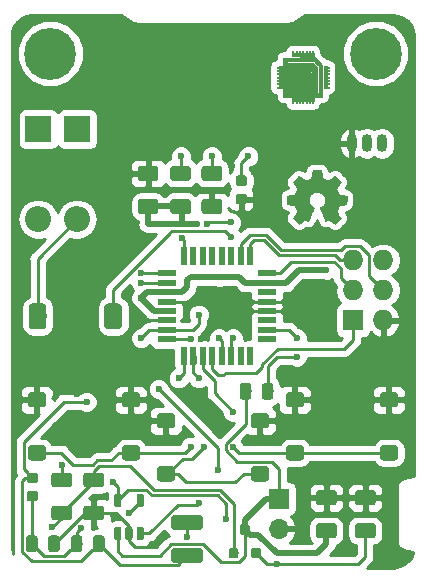
<source format=gbl>
G04 #@! TF.GenerationSoftware,KiCad,Pcbnew,5.0.2*
G04 #@! TF.CreationDate,2019-02-05T18:00:36+01:00*
G04 #@! TF.ProjectId,xling,786c696e-672e-46b6-9963-61645f706362,0.2.5*
G04 #@! TF.SameCoordinates,Original*
G04 #@! TF.FileFunction,Copper,L2,Bot*
G04 #@! TF.FilePolarity,Positive*
%FSLAX46Y46*%
G04 Gerber Fmt 4.6, Leading zero omitted, Abs format (unit mm)*
G04 Created by KiCad (PCBNEW 5.0.2) date Tue Feb  5 18:00:36 2019*
%MOMM*%
%LPD*%
G01*
G04 APERTURE LIST*
G04 #@! TA.AperFunction,EtchedComponent*
%ADD10C,0.010000*%
G04 #@! TD*
G04 #@! TA.AperFunction,Conductor*
%ADD11C,0.100000*%
G04 #@! TD*
G04 #@! TA.AperFunction,SMDPad,CuDef*
%ADD12C,1.300000*%
G04 #@! TD*
G04 #@! TA.AperFunction,SMDPad,CuDef*
%ADD13C,1.500000*%
G04 #@! TD*
G04 #@! TA.AperFunction,ComponentPad*
%ADD14O,1.727200X1.727200*%
G04 #@! TD*
G04 #@! TA.AperFunction,ComponentPad*
%ADD15R,1.727200X1.727200*%
G04 #@! TD*
G04 #@! TA.AperFunction,ComponentPad*
%ADD16O,0.899160X1.501140*%
G04 #@! TD*
G04 #@! TA.AperFunction,SMDPad,CuDef*
%ADD17C,0.975000*%
G04 #@! TD*
G04 #@! TA.AperFunction,SMDPad,CuDef*
%ADD18C,1.250000*%
G04 #@! TD*
G04 #@! TA.AperFunction,SMDPad,CuDef*
%ADD19C,0.875000*%
G04 #@! TD*
G04 #@! TA.AperFunction,ComponentPad*
%ADD20R,2.200000X2.200000*%
G04 #@! TD*
G04 #@! TA.AperFunction,ComponentPad*
%ADD21O,2.200000X2.200000*%
G04 #@! TD*
G04 #@! TA.AperFunction,ComponentPad*
%ADD22O,1.700000X1.700000*%
G04 #@! TD*
G04 #@! TA.AperFunction,ComponentPad*
%ADD23R,1.700000X1.700000*%
G04 #@! TD*
G04 #@! TA.AperFunction,SMDPad,CuDef*
%ADD24C,0.800000*%
G04 #@! TD*
G04 #@! TA.AperFunction,SMDPad,CuDef*
%ADD25R,0.550000X1.600000*%
G04 #@! TD*
G04 #@! TA.AperFunction,SMDPad,CuDef*
%ADD26R,1.600000X0.550000*%
G04 #@! TD*
G04 #@! TA.AperFunction,SMDPad,CuDef*
%ADD27C,0.600000*%
G04 #@! TD*
G04 #@! TA.AperFunction,ComponentPad*
%ADD28C,4.400000*%
G04 #@! TD*
G04 #@! TA.AperFunction,ComponentPad*
%ADD29C,0.700000*%
G04 #@! TD*
G04 #@! TA.AperFunction,ViaPad*
%ADD30C,0.600000*%
G04 #@! TD*
G04 #@! TA.AperFunction,Conductor*
%ADD31C,0.500000*%
G04 #@! TD*
G04 #@! TA.AperFunction,Conductor*
%ADD32C,0.250000*%
G04 #@! TD*
G04 #@! TA.AperFunction,Conductor*
%ADD33C,0.254000*%
G04 #@! TD*
G04 APERTURE END LIST*
D10*
G04 #@! TO.C,G\002A\002A\002A*
G36*
X148423291Y-90088930D02*
X148354856Y-90089447D01*
X148293434Y-90090241D01*
X148240919Y-90091273D01*
X148199203Y-90092504D01*
X148170178Y-90093895D01*
X148155737Y-90095407D01*
X148154649Y-90095786D01*
X148150354Y-90105786D01*
X148143462Y-90131313D01*
X148134222Y-90171202D01*
X148122885Y-90224289D01*
X148109702Y-90289408D01*
X148094921Y-90365395D01*
X148081831Y-90434750D01*
X148068081Y-90507669D01*
X148054998Y-90575442D01*
X148042958Y-90636248D01*
X148032335Y-90688263D01*
X148023503Y-90729665D01*
X148016838Y-90758629D01*
X148012712Y-90773334D01*
X148011997Y-90774723D01*
X148001586Y-90780619D01*
X147978081Y-90791527D01*
X147943872Y-90806482D01*
X147901350Y-90824518D01*
X147852903Y-90844667D01*
X147800923Y-90865965D01*
X147747799Y-90887443D01*
X147695921Y-90908137D01*
X147647680Y-90927080D01*
X147605465Y-90943305D01*
X147571667Y-90955847D01*
X147548676Y-90963738D01*
X147538881Y-90966013D01*
X147538869Y-90966008D01*
X147530020Y-90960556D01*
X147508793Y-90946548D01*
X147476752Y-90925042D01*
X147435459Y-90897096D01*
X147386476Y-90863768D01*
X147331365Y-90826116D01*
X147271689Y-90785199D01*
X147257239Y-90775270D01*
X147196524Y-90733795D01*
X147139752Y-90695511D01*
X147088523Y-90661458D01*
X147044434Y-90632678D01*
X147009084Y-90610211D01*
X146984073Y-90595098D01*
X146970997Y-90588381D01*
X146969856Y-90588133D01*
X146960320Y-90593986D01*
X146940663Y-90610488D01*
X146912467Y-90636053D01*
X146877318Y-90669097D01*
X146836800Y-90708034D01*
X146792499Y-90751278D01*
X146745999Y-90797245D01*
X146698885Y-90844349D01*
X146652741Y-90891005D01*
X146609152Y-90935628D01*
X146569703Y-90976631D01*
X146535979Y-91012431D01*
X146509564Y-91041441D01*
X146492043Y-91062077D01*
X146485001Y-91072752D01*
X146484933Y-91073231D01*
X146489594Y-91083430D01*
X146502867Y-91105884D01*
X146523685Y-91138954D01*
X146550983Y-91180998D01*
X146583695Y-91230377D01*
X146620755Y-91285449D01*
X146661097Y-91344575D01*
X146663685Y-91348342D01*
X146704510Y-91407877D01*
X146742500Y-91463566D01*
X146776533Y-91513740D01*
X146805485Y-91556731D01*
X146828233Y-91590870D01*
X146843654Y-91614488D01*
X146850623Y-91625917D01*
X146850719Y-91626117D01*
X146852026Y-91633986D01*
X146850146Y-91647052D01*
X146844501Y-91666906D01*
X146834512Y-91695140D01*
X146819598Y-91733345D01*
X146799181Y-91783112D01*
X146772682Y-91846033D01*
X146758751Y-91878753D01*
X146731636Y-91941421D01*
X146706647Y-91997517D01*
X146684615Y-92045281D01*
X146666374Y-92082953D01*
X146652756Y-92108776D01*
X146644594Y-92120988D01*
X146643816Y-92121580D01*
X146632399Y-92124881D01*
X146606253Y-92130837D01*
X146567306Y-92139058D01*
X146517486Y-92149153D01*
X146458721Y-92160733D01*
X146392940Y-92173407D01*
X146322070Y-92186786D01*
X146314317Y-92188234D01*
X146233090Y-92203635D01*
X146161578Y-92217703D01*
X146101015Y-92230171D01*
X146052635Y-92240772D01*
X146017672Y-92249240D01*
X145997358Y-92255307D01*
X145992581Y-92257857D01*
X145991047Y-92268494D01*
X145989624Y-92294172D01*
X145988352Y-92332997D01*
X145987269Y-92383079D01*
X145986414Y-92442523D01*
X145985827Y-92509439D01*
X145985547Y-92581932D01*
X145985530Y-92600046D01*
X145985584Y-92685913D01*
X145985856Y-92756335D01*
X145986395Y-92812800D01*
X145987255Y-92856795D01*
X145988486Y-92889808D01*
X145990140Y-92913327D01*
X145992268Y-92928839D01*
X145994922Y-92937832D01*
X145997341Y-92941236D01*
X146008174Y-92944999D01*
X146033728Y-92951333D01*
X146072058Y-92959830D01*
X146121214Y-92970084D01*
X146179249Y-92981689D01*
X146244215Y-92994238D01*
X146312724Y-93007060D01*
X146389649Y-93021496D01*
X146458669Y-93034969D01*
X146518229Y-93047143D01*
X146566772Y-93057686D01*
X146602742Y-93066264D01*
X146624584Y-93072542D01*
X146630456Y-93075222D01*
X146637159Y-93085976D01*
X146648810Y-93109979D01*
X146664476Y-93144915D01*
X146683228Y-93188471D01*
X146704135Y-93238334D01*
X146726266Y-93292189D01*
X146748691Y-93347725D01*
X146770479Y-93402626D01*
X146790700Y-93454580D01*
X146808423Y-93501272D01*
X146822718Y-93540390D01*
X146832653Y-93569619D01*
X146837299Y-93586646D01*
X146837406Y-93589737D01*
X146831831Y-93598931D01*
X146817753Y-93620437D01*
X146796272Y-93652623D01*
X146768489Y-93693854D01*
X146735505Y-93742498D01*
X146698420Y-93796920D01*
X146659147Y-93854304D01*
X146619188Y-93912995D01*
X146582456Y-93967770D01*
X146550029Y-94016958D01*
X146522985Y-94058886D01*
X146502403Y-94091884D01*
X146489361Y-94114281D01*
X146484933Y-94124314D01*
X146490771Y-94133763D01*
X146507229Y-94153362D01*
X146532727Y-94181525D01*
X146565683Y-94216663D01*
X146604515Y-94257191D01*
X146647643Y-94301520D01*
X146693486Y-94348065D01*
X146740461Y-94395237D01*
X146786987Y-94441451D01*
X146831484Y-94485119D01*
X146872370Y-94524654D01*
X146908063Y-94558468D01*
X146936983Y-94584976D01*
X146957548Y-94602590D01*
X146968176Y-94609723D01*
X146968679Y-94609800D01*
X146978471Y-94605148D01*
X147000517Y-94591914D01*
X147033162Y-94571175D01*
X147074755Y-94544011D01*
X147123642Y-94511501D01*
X147178170Y-94474725D01*
X147234542Y-94436233D01*
X147293013Y-94396346D01*
X147347510Y-94359689D01*
X147396368Y-94327342D01*
X147437921Y-94300387D01*
X147470505Y-94279903D01*
X147492455Y-94266972D01*
X147501979Y-94262667D01*
X147514356Y-94266534D01*
X147538509Y-94277176D01*
X147571405Y-94293151D01*
X147610014Y-94313018D01*
X147627750Y-94322470D01*
X147670333Y-94344579D01*
X147707477Y-94362292D01*
X147736380Y-94374370D01*
X147754239Y-94379574D01*
X147756961Y-94379620D01*
X147761274Y-94377295D01*
X147766875Y-94370754D01*
X147774222Y-94358968D01*
X147783770Y-94340912D01*
X147795976Y-94315557D01*
X147811299Y-94281876D01*
X147830193Y-94238842D01*
X147853117Y-94185429D01*
X147880527Y-94120608D01*
X147912880Y-94043353D01*
X147950632Y-93952637D01*
X147994242Y-93847433D01*
X148001899Y-93828932D01*
X148039571Y-93737547D01*
X148075147Y-93650571D01*
X148108119Y-93569292D01*
X148137977Y-93494997D01*
X148164212Y-93428977D01*
X148186313Y-93372517D01*
X148203772Y-93326906D01*
X148216080Y-93293433D01*
X148222726Y-93273386D01*
X148223732Y-93268016D01*
X148215085Y-93258162D01*
X148195461Y-93241379D01*
X148167943Y-93220171D01*
X148141378Y-93201049D01*
X148071120Y-93149285D01*
X148013745Y-93100385D01*
X147966328Y-93051138D01*
X147925946Y-92998329D01*
X147889675Y-92938745D01*
X147871894Y-92904864D01*
X147832073Y-92807481D01*
X147808206Y-92706931D01*
X147800034Y-92604922D01*
X147807295Y-92503164D01*
X147829728Y-92403366D01*
X147867073Y-92307237D01*
X147919068Y-92216485D01*
X147985454Y-92132821D01*
X147990559Y-92127353D01*
X148069970Y-92054723D01*
X148158653Y-91995703D01*
X148257743Y-91949592D01*
X148305565Y-91933012D01*
X148333444Y-91924958D01*
X148359724Y-91919387D01*
X148388576Y-91915865D01*
X148424170Y-91913956D01*
X148470677Y-91913226D01*
X148495767Y-91913167D01*
X148548474Y-91913517D01*
X148588440Y-91914860D01*
X148619845Y-91917630D01*
X148646872Y-91922263D01*
X148673703Y-91929194D01*
X148686267Y-91933004D01*
X148789590Y-91973676D01*
X148883398Y-92027817D01*
X148966717Y-92094606D01*
X149038575Y-92173223D01*
X149097998Y-92262846D01*
X149114452Y-92294167D01*
X149148739Y-92372262D01*
X149171276Y-92446211D01*
X149183567Y-92522406D01*
X149187121Y-92603200D01*
X149179023Y-92711649D01*
X149155013Y-92815109D01*
X149115520Y-92912517D01*
X149060973Y-93002813D01*
X148993407Y-93083292D01*
X148963099Y-93111618D01*
X148923729Y-93144653D01*
X148880419Y-93178421D01*
X148838294Y-93208947D01*
X148802476Y-93232257D01*
X148798102Y-93234806D01*
X148778613Y-93249642D01*
X148766880Y-93265440D01*
X148766125Y-93267748D01*
X148768546Y-93278870D01*
X148777265Y-93304722D01*
X148791946Y-93344452D01*
X148812254Y-93397211D01*
X148837854Y-93462145D01*
X148868411Y-93538406D01*
X148903590Y-93625142D01*
X148943055Y-93721502D01*
X148982120Y-93816132D01*
X149019500Y-93906302D01*
X149055143Y-93992144D01*
X149088495Y-94072332D01*
X149119001Y-94145542D01*
X149146109Y-94210448D01*
X149169263Y-94265723D01*
X149187910Y-94310043D01*
X149201497Y-94342083D01*
X149209468Y-94360516D01*
X149211244Y-94364349D01*
X149224966Y-94377861D01*
X149236315Y-94381200D01*
X149249169Y-94377324D01*
X149273758Y-94366659D01*
X149307017Y-94350646D01*
X149345882Y-94330728D01*
X149363929Y-94321121D01*
X149413610Y-94295320D01*
X149452806Y-94276983D01*
X149480207Y-94266679D01*
X149493629Y-94264729D01*
X149505533Y-94270449D01*
X149529103Y-94284500D01*
X149562152Y-94305477D01*
X149602490Y-94331974D01*
X149647931Y-94362586D01*
X149676867Y-94382435D01*
X149755062Y-94436371D01*
X149820529Y-94481359D01*
X149874413Y-94518154D01*
X149917865Y-94547510D01*
X149952031Y-94570182D01*
X149978061Y-94586926D01*
X149997102Y-94598496D01*
X150010302Y-94605647D01*
X150018809Y-94609134D01*
X150022687Y-94609800D01*
X150031465Y-94603999D01*
X150050774Y-94587463D01*
X150079233Y-94561495D01*
X150115464Y-94527396D01*
X150158086Y-94486467D01*
X150205720Y-94440011D01*
X150256984Y-94389329D01*
X150267115Y-94379236D01*
X150318773Y-94327450D01*
X150366649Y-94278971D01*
X150409405Y-94235187D01*
X150445705Y-94197491D01*
X150474212Y-94167272D01*
X150493588Y-94145920D01*
X150502498Y-94134827D01*
X150502889Y-94134022D01*
X150504388Y-94129060D01*
X150504912Y-94123989D01*
X150503608Y-94117434D01*
X150499623Y-94108021D01*
X150492105Y-94094375D01*
X150480200Y-94075121D01*
X150463058Y-94048885D01*
X150439824Y-94014292D01*
X150409647Y-93969967D01*
X150371673Y-93914535D01*
X150325051Y-93846623D01*
X150320807Y-93840443D01*
X150281397Y-93782709D01*
X150245224Y-93729064D01*
X150213377Y-93681177D01*
X150186947Y-93640714D01*
X150167024Y-93609343D01*
X150154698Y-93588730D01*
X150151000Y-93580783D01*
X150154048Y-93570118D01*
X150162683Y-93545760D01*
X150176142Y-93509711D01*
X150193662Y-93463975D01*
X150214480Y-93410556D01*
X150237832Y-93351457D01*
X150249509Y-93322179D01*
X150279071Y-93248857D01*
X150303324Y-93190085D01*
X150322873Y-93144545D01*
X150338323Y-93110920D01*
X150350278Y-93087891D01*
X150359342Y-93074142D01*
X150365926Y-93068432D01*
X150378191Y-93065202D01*
X150405106Y-93059349D01*
X150444662Y-93051271D01*
X150494847Y-93041366D01*
X150553651Y-93030030D01*
X150619062Y-93017662D01*
X150683465Y-93005690D01*
X150752865Y-92992694D01*
X150817217Y-92980258D01*
X150874565Y-92968789D01*
X150922950Y-92958696D01*
X150960415Y-92950387D01*
X150985002Y-92944268D01*
X150994615Y-92940886D01*
X150997611Y-92935601D01*
X151000064Y-92924235D01*
X151002024Y-92905352D01*
X151003538Y-92877515D01*
X151004655Y-92839286D01*
X151005423Y-92789227D01*
X151005890Y-92725902D01*
X151006105Y-92647873D01*
X151006133Y-92598125D01*
X151006133Y-92264924D01*
X150987083Y-92253171D01*
X150974604Y-92249001D01*
X150947439Y-92242287D01*
X150907574Y-92233444D01*
X150856996Y-92222887D01*
X150797693Y-92211029D01*
X150731651Y-92198286D01*
X150660857Y-92185071D01*
X150659000Y-92184731D01*
X150588540Y-92171584D01*
X150523153Y-92158957D01*
X150464758Y-92147254D01*
X150415273Y-92136877D01*
X150376616Y-92128228D01*
X150350706Y-92121711D01*
X150339461Y-92117729D01*
X150339325Y-92117611D01*
X150333183Y-92107169D01*
X150321630Y-92083511D01*
X150305704Y-92049048D01*
X150286443Y-92006188D01*
X150264882Y-91957344D01*
X150242060Y-91904923D01*
X150219014Y-91851337D01*
X150196781Y-91798996D01*
X150176397Y-91750309D01*
X150158900Y-91707686D01*
X150145328Y-91673539D01*
X150136717Y-91650275D01*
X150134067Y-91640657D01*
X150138721Y-91630959D01*
X150151982Y-91608954D01*
X150172800Y-91576249D01*
X150200126Y-91534445D01*
X150232910Y-91485148D01*
X150270100Y-91429961D01*
X150310648Y-91370489D01*
X150317096Y-91361092D01*
X150358253Y-91300897D01*
X150396408Y-91244584D01*
X150430477Y-91193790D01*
X150459380Y-91150148D01*
X150482035Y-91115293D01*
X150497361Y-91090860D01*
X150504276Y-91078484D01*
X150504511Y-91077808D01*
X150503243Y-91070966D01*
X150496309Y-91059447D01*
X150482804Y-91042259D01*
X150461824Y-91018415D01*
X150432465Y-90986924D01*
X150393820Y-90946797D01*
X150344986Y-90897044D01*
X150285059Y-90836676D01*
X150273001Y-90824583D01*
X150212970Y-90764815D01*
X150159406Y-90712298D01*
X150113219Y-90667886D01*
X150075323Y-90632436D01*
X150046627Y-90606803D01*
X150028043Y-90591843D01*
X150021124Y-90588133D01*
X150010733Y-90592788D01*
X149988072Y-90606046D01*
X149954777Y-90626851D01*
X149912485Y-90654145D01*
X149862833Y-90686871D01*
X149807456Y-90723970D01*
X149747991Y-90764386D01*
X149741523Y-90768816D01*
X149681499Y-90809881D01*
X149625296Y-90848191D01*
X149574578Y-90882622D01*
X149531008Y-90912050D01*
X149496252Y-90935352D01*
X149471974Y-90951402D01*
X149459839Y-90959078D01*
X149459413Y-90959312D01*
X149451991Y-90961569D01*
X149441101Y-90961241D01*
X149424901Y-90957719D01*
X149401553Y-90950391D01*
X149369214Y-90938646D01*
X149326045Y-90921873D01*
X149270205Y-90899463D01*
X149230813Y-90883448D01*
X149161056Y-90854969D01*
X149105353Y-90832072D01*
X149062066Y-90813970D01*
X149029560Y-90799877D01*
X149006197Y-90789005D01*
X148990341Y-90780567D01*
X148980357Y-90773777D01*
X148974606Y-90767847D01*
X148971453Y-90761990D01*
X148970091Y-90758068D01*
X148967400Y-90746227D01*
X148962011Y-90719676D01*
X148954299Y-90680358D01*
X148944639Y-90630215D01*
X148933403Y-90571190D01*
X148920966Y-90505225D01*
X148907702Y-90434264D01*
X148906341Y-90426948D01*
X148892913Y-90355802D01*
X148880053Y-90289665D01*
X148868160Y-90230444D01*
X148857633Y-90180047D01*
X148848873Y-90140380D01*
X148842278Y-90113354D01*
X148838249Y-90100874D01*
X148837980Y-90100472D01*
X148832930Y-90097395D01*
X148822395Y-90094881D01*
X148804894Y-90092878D01*
X148778945Y-90091336D01*
X148743067Y-90090203D01*
X148695780Y-90089428D01*
X148635601Y-90088961D01*
X148561050Y-90088751D01*
X148496847Y-90088729D01*
X148423291Y-90088930D01*
X148423291Y-90088930D01*
G37*
X148423291Y-90088930D02*
X148354856Y-90089447D01*
X148293434Y-90090241D01*
X148240919Y-90091273D01*
X148199203Y-90092504D01*
X148170178Y-90093895D01*
X148155737Y-90095407D01*
X148154649Y-90095786D01*
X148150354Y-90105786D01*
X148143462Y-90131313D01*
X148134222Y-90171202D01*
X148122885Y-90224289D01*
X148109702Y-90289408D01*
X148094921Y-90365395D01*
X148081831Y-90434750D01*
X148068081Y-90507669D01*
X148054998Y-90575442D01*
X148042958Y-90636248D01*
X148032335Y-90688263D01*
X148023503Y-90729665D01*
X148016838Y-90758629D01*
X148012712Y-90773334D01*
X148011997Y-90774723D01*
X148001586Y-90780619D01*
X147978081Y-90791527D01*
X147943872Y-90806482D01*
X147901350Y-90824518D01*
X147852903Y-90844667D01*
X147800923Y-90865965D01*
X147747799Y-90887443D01*
X147695921Y-90908137D01*
X147647680Y-90927080D01*
X147605465Y-90943305D01*
X147571667Y-90955847D01*
X147548676Y-90963738D01*
X147538881Y-90966013D01*
X147538869Y-90966008D01*
X147530020Y-90960556D01*
X147508793Y-90946548D01*
X147476752Y-90925042D01*
X147435459Y-90897096D01*
X147386476Y-90863768D01*
X147331365Y-90826116D01*
X147271689Y-90785199D01*
X147257239Y-90775270D01*
X147196524Y-90733795D01*
X147139752Y-90695511D01*
X147088523Y-90661458D01*
X147044434Y-90632678D01*
X147009084Y-90610211D01*
X146984073Y-90595098D01*
X146970997Y-90588381D01*
X146969856Y-90588133D01*
X146960320Y-90593986D01*
X146940663Y-90610488D01*
X146912467Y-90636053D01*
X146877318Y-90669097D01*
X146836800Y-90708034D01*
X146792499Y-90751278D01*
X146745999Y-90797245D01*
X146698885Y-90844349D01*
X146652741Y-90891005D01*
X146609152Y-90935628D01*
X146569703Y-90976631D01*
X146535979Y-91012431D01*
X146509564Y-91041441D01*
X146492043Y-91062077D01*
X146485001Y-91072752D01*
X146484933Y-91073231D01*
X146489594Y-91083430D01*
X146502867Y-91105884D01*
X146523685Y-91138954D01*
X146550983Y-91180998D01*
X146583695Y-91230377D01*
X146620755Y-91285449D01*
X146661097Y-91344575D01*
X146663685Y-91348342D01*
X146704510Y-91407877D01*
X146742500Y-91463566D01*
X146776533Y-91513740D01*
X146805485Y-91556731D01*
X146828233Y-91590870D01*
X146843654Y-91614488D01*
X146850623Y-91625917D01*
X146850719Y-91626117D01*
X146852026Y-91633986D01*
X146850146Y-91647052D01*
X146844501Y-91666906D01*
X146834512Y-91695140D01*
X146819598Y-91733345D01*
X146799181Y-91783112D01*
X146772682Y-91846033D01*
X146758751Y-91878753D01*
X146731636Y-91941421D01*
X146706647Y-91997517D01*
X146684615Y-92045281D01*
X146666374Y-92082953D01*
X146652756Y-92108776D01*
X146644594Y-92120988D01*
X146643816Y-92121580D01*
X146632399Y-92124881D01*
X146606253Y-92130837D01*
X146567306Y-92139058D01*
X146517486Y-92149153D01*
X146458721Y-92160733D01*
X146392940Y-92173407D01*
X146322070Y-92186786D01*
X146314317Y-92188234D01*
X146233090Y-92203635D01*
X146161578Y-92217703D01*
X146101015Y-92230171D01*
X146052635Y-92240772D01*
X146017672Y-92249240D01*
X145997358Y-92255307D01*
X145992581Y-92257857D01*
X145991047Y-92268494D01*
X145989624Y-92294172D01*
X145988352Y-92332997D01*
X145987269Y-92383079D01*
X145986414Y-92442523D01*
X145985827Y-92509439D01*
X145985547Y-92581932D01*
X145985530Y-92600046D01*
X145985584Y-92685913D01*
X145985856Y-92756335D01*
X145986395Y-92812800D01*
X145987255Y-92856795D01*
X145988486Y-92889808D01*
X145990140Y-92913327D01*
X145992268Y-92928839D01*
X145994922Y-92937832D01*
X145997341Y-92941236D01*
X146008174Y-92944999D01*
X146033728Y-92951333D01*
X146072058Y-92959830D01*
X146121214Y-92970084D01*
X146179249Y-92981689D01*
X146244215Y-92994238D01*
X146312724Y-93007060D01*
X146389649Y-93021496D01*
X146458669Y-93034969D01*
X146518229Y-93047143D01*
X146566772Y-93057686D01*
X146602742Y-93066264D01*
X146624584Y-93072542D01*
X146630456Y-93075222D01*
X146637159Y-93085976D01*
X146648810Y-93109979D01*
X146664476Y-93144915D01*
X146683228Y-93188471D01*
X146704135Y-93238334D01*
X146726266Y-93292189D01*
X146748691Y-93347725D01*
X146770479Y-93402626D01*
X146790700Y-93454580D01*
X146808423Y-93501272D01*
X146822718Y-93540390D01*
X146832653Y-93569619D01*
X146837299Y-93586646D01*
X146837406Y-93589737D01*
X146831831Y-93598931D01*
X146817753Y-93620437D01*
X146796272Y-93652623D01*
X146768489Y-93693854D01*
X146735505Y-93742498D01*
X146698420Y-93796920D01*
X146659147Y-93854304D01*
X146619188Y-93912995D01*
X146582456Y-93967770D01*
X146550029Y-94016958D01*
X146522985Y-94058886D01*
X146502403Y-94091884D01*
X146489361Y-94114281D01*
X146484933Y-94124314D01*
X146490771Y-94133763D01*
X146507229Y-94153362D01*
X146532727Y-94181525D01*
X146565683Y-94216663D01*
X146604515Y-94257191D01*
X146647643Y-94301520D01*
X146693486Y-94348065D01*
X146740461Y-94395237D01*
X146786987Y-94441451D01*
X146831484Y-94485119D01*
X146872370Y-94524654D01*
X146908063Y-94558468D01*
X146936983Y-94584976D01*
X146957548Y-94602590D01*
X146968176Y-94609723D01*
X146968679Y-94609800D01*
X146978471Y-94605148D01*
X147000517Y-94591914D01*
X147033162Y-94571175D01*
X147074755Y-94544011D01*
X147123642Y-94511501D01*
X147178170Y-94474725D01*
X147234542Y-94436233D01*
X147293013Y-94396346D01*
X147347510Y-94359689D01*
X147396368Y-94327342D01*
X147437921Y-94300387D01*
X147470505Y-94279903D01*
X147492455Y-94266972D01*
X147501979Y-94262667D01*
X147514356Y-94266534D01*
X147538509Y-94277176D01*
X147571405Y-94293151D01*
X147610014Y-94313018D01*
X147627750Y-94322470D01*
X147670333Y-94344579D01*
X147707477Y-94362292D01*
X147736380Y-94374370D01*
X147754239Y-94379574D01*
X147756961Y-94379620D01*
X147761274Y-94377295D01*
X147766875Y-94370754D01*
X147774222Y-94358968D01*
X147783770Y-94340912D01*
X147795976Y-94315557D01*
X147811299Y-94281876D01*
X147830193Y-94238842D01*
X147853117Y-94185429D01*
X147880527Y-94120608D01*
X147912880Y-94043353D01*
X147950632Y-93952637D01*
X147994242Y-93847433D01*
X148001899Y-93828932D01*
X148039571Y-93737547D01*
X148075147Y-93650571D01*
X148108119Y-93569292D01*
X148137977Y-93494997D01*
X148164212Y-93428977D01*
X148186313Y-93372517D01*
X148203772Y-93326906D01*
X148216080Y-93293433D01*
X148222726Y-93273386D01*
X148223732Y-93268016D01*
X148215085Y-93258162D01*
X148195461Y-93241379D01*
X148167943Y-93220171D01*
X148141378Y-93201049D01*
X148071120Y-93149285D01*
X148013745Y-93100385D01*
X147966328Y-93051138D01*
X147925946Y-92998329D01*
X147889675Y-92938745D01*
X147871894Y-92904864D01*
X147832073Y-92807481D01*
X147808206Y-92706931D01*
X147800034Y-92604922D01*
X147807295Y-92503164D01*
X147829728Y-92403366D01*
X147867073Y-92307237D01*
X147919068Y-92216485D01*
X147985454Y-92132821D01*
X147990559Y-92127353D01*
X148069970Y-92054723D01*
X148158653Y-91995703D01*
X148257743Y-91949592D01*
X148305565Y-91933012D01*
X148333444Y-91924958D01*
X148359724Y-91919387D01*
X148388576Y-91915865D01*
X148424170Y-91913956D01*
X148470677Y-91913226D01*
X148495767Y-91913167D01*
X148548474Y-91913517D01*
X148588440Y-91914860D01*
X148619845Y-91917630D01*
X148646872Y-91922263D01*
X148673703Y-91929194D01*
X148686267Y-91933004D01*
X148789590Y-91973676D01*
X148883398Y-92027817D01*
X148966717Y-92094606D01*
X149038575Y-92173223D01*
X149097998Y-92262846D01*
X149114452Y-92294167D01*
X149148739Y-92372262D01*
X149171276Y-92446211D01*
X149183567Y-92522406D01*
X149187121Y-92603200D01*
X149179023Y-92711649D01*
X149155013Y-92815109D01*
X149115520Y-92912517D01*
X149060973Y-93002813D01*
X148993407Y-93083292D01*
X148963099Y-93111618D01*
X148923729Y-93144653D01*
X148880419Y-93178421D01*
X148838294Y-93208947D01*
X148802476Y-93232257D01*
X148798102Y-93234806D01*
X148778613Y-93249642D01*
X148766880Y-93265440D01*
X148766125Y-93267748D01*
X148768546Y-93278870D01*
X148777265Y-93304722D01*
X148791946Y-93344452D01*
X148812254Y-93397211D01*
X148837854Y-93462145D01*
X148868411Y-93538406D01*
X148903590Y-93625142D01*
X148943055Y-93721502D01*
X148982120Y-93816132D01*
X149019500Y-93906302D01*
X149055143Y-93992144D01*
X149088495Y-94072332D01*
X149119001Y-94145542D01*
X149146109Y-94210448D01*
X149169263Y-94265723D01*
X149187910Y-94310043D01*
X149201497Y-94342083D01*
X149209468Y-94360516D01*
X149211244Y-94364349D01*
X149224966Y-94377861D01*
X149236315Y-94381200D01*
X149249169Y-94377324D01*
X149273758Y-94366659D01*
X149307017Y-94350646D01*
X149345882Y-94330728D01*
X149363929Y-94321121D01*
X149413610Y-94295320D01*
X149452806Y-94276983D01*
X149480207Y-94266679D01*
X149493629Y-94264729D01*
X149505533Y-94270449D01*
X149529103Y-94284500D01*
X149562152Y-94305477D01*
X149602490Y-94331974D01*
X149647931Y-94362586D01*
X149676867Y-94382435D01*
X149755062Y-94436371D01*
X149820529Y-94481359D01*
X149874413Y-94518154D01*
X149917865Y-94547510D01*
X149952031Y-94570182D01*
X149978061Y-94586926D01*
X149997102Y-94598496D01*
X150010302Y-94605647D01*
X150018809Y-94609134D01*
X150022687Y-94609800D01*
X150031465Y-94603999D01*
X150050774Y-94587463D01*
X150079233Y-94561495D01*
X150115464Y-94527396D01*
X150158086Y-94486467D01*
X150205720Y-94440011D01*
X150256984Y-94389329D01*
X150267115Y-94379236D01*
X150318773Y-94327450D01*
X150366649Y-94278971D01*
X150409405Y-94235187D01*
X150445705Y-94197491D01*
X150474212Y-94167272D01*
X150493588Y-94145920D01*
X150502498Y-94134827D01*
X150502889Y-94134022D01*
X150504388Y-94129060D01*
X150504912Y-94123989D01*
X150503608Y-94117434D01*
X150499623Y-94108021D01*
X150492105Y-94094375D01*
X150480200Y-94075121D01*
X150463058Y-94048885D01*
X150439824Y-94014292D01*
X150409647Y-93969967D01*
X150371673Y-93914535D01*
X150325051Y-93846623D01*
X150320807Y-93840443D01*
X150281397Y-93782709D01*
X150245224Y-93729064D01*
X150213377Y-93681177D01*
X150186947Y-93640714D01*
X150167024Y-93609343D01*
X150154698Y-93588730D01*
X150151000Y-93580783D01*
X150154048Y-93570118D01*
X150162683Y-93545760D01*
X150176142Y-93509711D01*
X150193662Y-93463975D01*
X150214480Y-93410556D01*
X150237832Y-93351457D01*
X150249509Y-93322179D01*
X150279071Y-93248857D01*
X150303324Y-93190085D01*
X150322873Y-93144545D01*
X150338323Y-93110920D01*
X150350278Y-93087891D01*
X150359342Y-93074142D01*
X150365926Y-93068432D01*
X150378191Y-93065202D01*
X150405106Y-93059349D01*
X150444662Y-93051271D01*
X150494847Y-93041366D01*
X150553651Y-93030030D01*
X150619062Y-93017662D01*
X150683465Y-93005690D01*
X150752865Y-92992694D01*
X150817217Y-92980258D01*
X150874565Y-92968789D01*
X150922950Y-92958696D01*
X150960415Y-92950387D01*
X150985002Y-92944268D01*
X150994615Y-92940886D01*
X150997611Y-92935601D01*
X151000064Y-92924235D01*
X151002024Y-92905352D01*
X151003538Y-92877515D01*
X151004655Y-92839286D01*
X151005423Y-92789227D01*
X151005890Y-92725902D01*
X151006105Y-92647873D01*
X151006133Y-92598125D01*
X151006133Y-92264924D01*
X150987083Y-92253171D01*
X150974604Y-92249001D01*
X150947439Y-92242287D01*
X150907574Y-92233444D01*
X150856996Y-92222887D01*
X150797693Y-92211029D01*
X150731651Y-92198286D01*
X150660857Y-92185071D01*
X150659000Y-92184731D01*
X150588540Y-92171584D01*
X150523153Y-92158957D01*
X150464758Y-92147254D01*
X150415273Y-92136877D01*
X150376616Y-92128228D01*
X150350706Y-92121711D01*
X150339461Y-92117729D01*
X150339325Y-92117611D01*
X150333183Y-92107169D01*
X150321630Y-92083511D01*
X150305704Y-92049048D01*
X150286443Y-92006188D01*
X150264882Y-91957344D01*
X150242060Y-91904923D01*
X150219014Y-91851337D01*
X150196781Y-91798996D01*
X150176397Y-91750309D01*
X150158900Y-91707686D01*
X150145328Y-91673539D01*
X150136717Y-91650275D01*
X150134067Y-91640657D01*
X150138721Y-91630959D01*
X150151982Y-91608954D01*
X150172800Y-91576249D01*
X150200126Y-91534445D01*
X150232910Y-91485148D01*
X150270100Y-91429961D01*
X150310648Y-91370489D01*
X150317096Y-91361092D01*
X150358253Y-91300897D01*
X150396408Y-91244584D01*
X150430477Y-91193790D01*
X150459380Y-91150148D01*
X150482035Y-91115293D01*
X150497361Y-91090860D01*
X150504276Y-91078484D01*
X150504511Y-91077808D01*
X150503243Y-91070966D01*
X150496309Y-91059447D01*
X150482804Y-91042259D01*
X150461824Y-91018415D01*
X150432465Y-90986924D01*
X150393820Y-90946797D01*
X150344986Y-90897044D01*
X150285059Y-90836676D01*
X150273001Y-90824583D01*
X150212970Y-90764815D01*
X150159406Y-90712298D01*
X150113219Y-90667886D01*
X150075323Y-90632436D01*
X150046627Y-90606803D01*
X150028043Y-90591843D01*
X150021124Y-90588133D01*
X150010733Y-90592788D01*
X149988072Y-90606046D01*
X149954777Y-90626851D01*
X149912485Y-90654145D01*
X149862833Y-90686871D01*
X149807456Y-90723970D01*
X149747991Y-90764386D01*
X149741523Y-90768816D01*
X149681499Y-90809881D01*
X149625296Y-90848191D01*
X149574578Y-90882622D01*
X149531008Y-90912050D01*
X149496252Y-90935352D01*
X149471974Y-90951402D01*
X149459839Y-90959078D01*
X149459413Y-90959312D01*
X149451991Y-90961569D01*
X149441101Y-90961241D01*
X149424901Y-90957719D01*
X149401553Y-90950391D01*
X149369214Y-90938646D01*
X149326045Y-90921873D01*
X149270205Y-90899463D01*
X149230813Y-90883448D01*
X149161056Y-90854969D01*
X149105353Y-90832072D01*
X149062066Y-90813970D01*
X149029560Y-90799877D01*
X149006197Y-90789005D01*
X148990341Y-90780567D01*
X148980357Y-90773777D01*
X148974606Y-90767847D01*
X148971453Y-90761990D01*
X148970091Y-90758068D01*
X148967400Y-90746227D01*
X148962011Y-90719676D01*
X148954299Y-90680358D01*
X148944639Y-90630215D01*
X148933403Y-90571190D01*
X148920966Y-90505225D01*
X148907702Y-90434264D01*
X148906341Y-90426948D01*
X148892913Y-90355802D01*
X148880053Y-90289665D01*
X148868160Y-90230444D01*
X148857633Y-90180047D01*
X148848873Y-90140380D01*
X148842278Y-90113354D01*
X148838249Y-90100874D01*
X148837980Y-90100472D01*
X148832930Y-90097395D01*
X148822395Y-90094881D01*
X148804894Y-90092878D01*
X148778945Y-90091336D01*
X148743067Y-90090203D01*
X148695780Y-90089428D01*
X148635601Y-90088961D01*
X148561050Y-90088751D01*
X148496847Y-90088729D01*
X148423291Y-90088930D01*
G36*
X146058222Y-83441778D02*
X148541778Y-83441778D01*
X148541778Y-82058889D01*
X147450518Y-82058889D01*
X147450518Y-82134148D01*
X146989555Y-82134148D01*
X146989555Y-82058889D01*
X147450518Y-82058889D01*
X148541778Y-82058889D01*
X148541778Y-81364134D01*
X148147564Y-81364134D01*
X148144763Y-81416757D01*
X148141963Y-81469380D01*
X147916185Y-81546931D01*
X147844238Y-81571913D01*
X147788913Y-81591780D01*
X147748890Y-81607077D01*
X147722849Y-81618349D01*
X147709467Y-81626138D01*
X147707423Y-81630989D01*
X147709222Y-81632126D01*
X147723262Y-81637273D01*
X147752330Y-81647524D01*
X147793644Y-81661910D01*
X147844422Y-81679466D01*
X147901884Y-81699225D01*
X147935000Y-81710569D01*
X148141963Y-81781370D01*
X148144806Y-81830759D01*
X148145121Y-81861717D01*
X148141148Y-81876929D01*
X148135399Y-81879641D01*
X148123819Y-81876407D01*
X148096807Y-81867485D01*
X148056600Y-81853655D01*
X148005434Y-81835699D01*
X147945544Y-81814398D01*
X147879166Y-81790533D01*
X147845630Y-81778387D01*
X147568111Y-81677640D01*
X147565404Y-81626024D01*
X147562697Y-81574407D01*
X147772206Y-81499148D01*
X147837284Y-81475767D01*
X147901827Y-81452571D01*
X147961930Y-81430964D01*
X148013689Y-81412350D01*
X148053198Y-81398132D01*
X148064640Y-81394012D01*
X148147564Y-81364134D01*
X148541778Y-81364134D01*
X148541778Y-81320222D01*
X148365298Y-81143926D01*
X148188819Y-80967630D01*
X146058222Y-80967630D01*
X146058222Y-83441778D01*
X146058222Y-83441778D01*
G37*
X146058222Y-83441778D02*
X148541778Y-83441778D01*
X148541778Y-82058889D01*
X147450518Y-82058889D01*
X147450518Y-82134148D01*
X146989555Y-82134148D01*
X146989555Y-82058889D01*
X147450518Y-82058889D01*
X148541778Y-82058889D01*
X148541778Y-81364134D01*
X148147564Y-81364134D01*
X148144763Y-81416757D01*
X148141963Y-81469380D01*
X147916185Y-81546931D01*
X147844238Y-81571913D01*
X147788913Y-81591780D01*
X147748890Y-81607077D01*
X147722849Y-81618349D01*
X147709467Y-81626138D01*
X147707423Y-81630989D01*
X147709222Y-81632126D01*
X147723262Y-81637273D01*
X147752330Y-81647524D01*
X147793644Y-81661910D01*
X147844422Y-81679466D01*
X147901884Y-81699225D01*
X147935000Y-81710569D01*
X148141963Y-81781370D01*
X148144806Y-81830759D01*
X148145121Y-81861717D01*
X148141148Y-81876929D01*
X148135399Y-81879641D01*
X148123819Y-81876407D01*
X148096807Y-81867485D01*
X148056600Y-81853655D01*
X148005434Y-81835699D01*
X147945544Y-81814398D01*
X147879166Y-81790533D01*
X147845630Y-81778387D01*
X147568111Y-81677640D01*
X147565404Y-81626024D01*
X147562697Y-81574407D01*
X147772206Y-81499148D01*
X147837284Y-81475767D01*
X147901827Y-81452571D01*
X147961930Y-81430964D01*
X148013689Y-81412350D01*
X148053198Y-81398132D01*
X148064640Y-81394012D01*
X148147564Y-81364134D01*
X148541778Y-81364134D01*
X148541778Y-81320222D01*
X148365298Y-81143926D01*
X148188819Y-80967630D01*
X146058222Y-80967630D01*
X146058222Y-83441778D01*
G36*
X146406296Y-80088037D02*
X146406133Y-80129439D01*
X146405025Y-80155551D01*
X146402044Y-80169896D01*
X146396264Y-80175999D01*
X146386756Y-80177385D01*
X146382778Y-80177407D01*
X146359259Y-80177407D01*
X146359259Y-80431407D01*
X146556815Y-80431407D01*
X146556815Y-80177407D01*
X146500370Y-80177407D01*
X146500370Y-79998667D01*
X146406296Y-79998667D01*
X146406296Y-80088037D01*
X146406296Y-80088037D01*
G37*
X146406296Y-80088037D02*
X146406133Y-80129439D01*
X146405025Y-80155551D01*
X146402044Y-80169896D01*
X146396264Y-80175999D01*
X146386756Y-80177385D01*
X146382778Y-80177407D01*
X146359259Y-80177407D01*
X146359259Y-80431407D01*
X146556815Y-80431407D01*
X146556815Y-80177407D01*
X146500370Y-80177407D01*
X146500370Y-79998667D01*
X146406296Y-79998667D01*
X146406296Y-80088037D01*
G36*
X146688518Y-80088037D02*
X146688355Y-80129439D01*
X146687247Y-80155551D01*
X146684266Y-80169896D01*
X146678486Y-80175999D01*
X146668978Y-80177385D01*
X146665000Y-80177407D01*
X146641481Y-80177407D01*
X146641481Y-80431407D01*
X146839037Y-80431407D01*
X146839037Y-80177407D01*
X146782593Y-80177407D01*
X146782593Y-79998667D01*
X146688518Y-79998667D01*
X146688518Y-80088037D01*
X146688518Y-80088037D01*
G37*
X146688518Y-80088037D02*
X146688355Y-80129439D01*
X146687247Y-80155551D01*
X146684266Y-80169896D01*
X146678486Y-80175999D01*
X146668978Y-80177385D01*
X146665000Y-80177407D01*
X146641481Y-80177407D01*
X146641481Y-80431407D01*
X146839037Y-80431407D01*
X146839037Y-80177407D01*
X146782593Y-80177407D01*
X146782593Y-79998667D01*
X146688518Y-79998667D01*
X146688518Y-80088037D01*
G36*
X146970741Y-80088037D02*
X146970577Y-80129439D01*
X146969469Y-80155551D01*
X146966488Y-80169896D01*
X146960708Y-80175999D01*
X146951200Y-80177385D01*
X146947222Y-80177407D01*
X146923704Y-80177407D01*
X146923704Y-80431407D01*
X147121259Y-80431407D01*
X147121259Y-80177407D01*
X147064815Y-80177407D01*
X147064815Y-79998667D01*
X146970741Y-79998667D01*
X146970741Y-80088037D01*
X146970741Y-80088037D01*
G37*
X146970741Y-80088037D02*
X146970577Y-80129439D01*
X146969469Y-80155551D01*
X146966488Y-80169896D01*
X146960708Y-80175999D01*
X146951200Y-80177385D01*
X146947222Y-80177407D01*
X146923704Y-80177407D01*
X146923704Y-80431407D01*
X147121259Y-80431407D01*
X147121259Y-80177407D01*
X147064815Y-80177407D01*
X147064815Y-79998667D01*
X146970741Y-79998667D01*
X146970741Y-80088037D01*
G36*
X147252963Y-80088037D02*
X147252800Y-80129439D01*
X147251691Y-80155551D01*
X147248711Y-80169896D01*
X147242930Y-80175999D01*
X147233423Y-80177385D01*
X147229444Y-80177407D01*
X147205926Y-80177407D01*
X147205926Y-80431407D01*
X147298432Y-80431407D01*
X147338435Y-80430806D01*
X147371103Y-80429189D01*
X147392047Y-80426834D01*
X147397210Y-80425136D01*
X147399570Y-80413856D01*
X147401524Y-80387525D01*
X147402886Y-80349907D01*
X147403472Y-80304764D01*
X147403481Y-80298136D01*
X147403481Y-80177407D01*
X147347037Y-80177407D01*
X147347037Y-79998667D01*
X147252963Y-79998667D01*
X147252963Y-80088037D01*
X147252963Y-80088037D01*
G37*
X147252963Y-80088037D02*
X147252800Y-80129439D01*
X147251691Y-80155551D01*
X147248711Y-80169896D01*
X147242930Y-80175999D01*
X147233423Y-80177385D01*
X147229444Y-80177407D01*
X147205926Y-80177407D01*
X147205926Y-80431407D01*
X147298432Y-80431407D01*
X147338435Y-80430806D01*
X147371103Y-80429189D01*
X147392047Y-80426834D01*
X147397210Y-80425136D01*
X147399570Y-80413856D01*
X147401524Y-80387525D01*
X147402886Y-80349907D01*
X147403472Y-80304764D01*
X147403481Y-80298136D01*
X147403481Y-80177407D01*
X147347037Y-80177407D01*
X147347037Y-79998667D01*
X147252963Y-79998667D01*
X147252963Y-80088037D01*
G36*
X147535185Y-80088037D02*
X147535022Y-80129439D01*
X147533914Y-80155551D01*
X147530933Y-80169896D01*
X147525152Y-80175999D01*
X147515645Y-80177385D01*
X147511667Y-80177407D01*
X147488148Y-80177407D01*
X147488148Y-80431407D01*
X147676296Y-80431407D01*
X147676296Y-80177407D01*
X147652778Y-80177407D01*
X147641882Y-80176787D01*
X147635011Y-80172575D01*
X147631236Y-80161249D01*
X147629630Y-80139283D01*
X147629265Y-80103154D01*
X147629259Y-80088037D01*
X147629259Y-79998667D01*
X147535185Y-79998667D01*
X147535185Y-80088037D01*
X147535185Y-80088037D01*
G37*
X147535185Y-80088037D02*
X147535022Y-80129439D01*
X147533914Y-80155551D01*
X147530933Y-80169896D01*
X147525152Y-80175999D01*
X147515645Y-80177385D01*
X147511667Y-80177407D01*
X147488148Y-80177407D01*
X147488148Y-80431407D01*
X147676296Y-80431407D01*
X147676296Y-80177407D01*
X147652778Y-80177407D01*
X147641882Y-80176787D01*
X147635011Y-80172575D01*
X147631236Y-80161249D01*
X147629630Y-80139283D01*
X147629265Y-80103154D01*
X147629259Y-80088037D01*
X147629259Y-79998667D01*
X147535185Y-79998667D01*
X147535185Y-80088037D01*
G36*
X147817407Y-80088037D02*
X147817244Y-80129439D01*
X147816136Y-80155551D01*
X147813155Y-80169896D01*
X147807375Y-80175999D01*
X147797867Y-80177385D01*
X147793889Y-80177407D01*
X147770370Y-80177407D01*
X147770370Y-80431407D01*
X147958518Y-80431407D01*
X147958518Y-80177407D01*
X147935000Y-80177407D01*
X147924105Y-80176787D01*
X147917233Y-80172575D01*
X147913458Y-80161249D01*
X147911852Y-80139283D01*
X147911487Y-80103154D01*
X147911481Y-80088037D01*
X147911481Y-79998667D01*
X147817407Y-79998667D01*
X147817407Y-80088037D01*
X147817407Y-80088037D01*
G37*
X147817407Y-80088037D02*
X147817244Y-80129439D01*
X147816136Y-80155551D01*
X147813155Y-80169896D01*
X147807375Y-80175999D01*
X147797867Y-80177385D01*
X147793889Y-80177407D01*
X147770370Y-80177407D01*
X147770370Y-80431407D01*
X147958518Y-80431407D01*
X147958518Y-80177407D01*
X147935000Y-80177407D01*
X147924105Y-80176787D01*
X147917233Y-80172575D01*
X147913458Y-80161249D01*
X147911852Y-80139283D01*
X147911487Y-80103154D01*
X147911481Y-80088037D01*
X147911481Y-79998667D01*
X147817407Y-79998667D01*
X147817407Y-80088037D01*
G36*
X148099630Y-80088037D02*
X148099466Y-80129439D01*
X148098358Y-80155551D01*
X148095377Y-80169896D01*
X148089597Y-80175999D01*
X148080089Y-80177385D01*
X148076111Y-80177407D01*
X148052593Y-80177407D01*
X148052593Y-80431407D01*
X148240741Y-80431407D01*
X148240741Y-80177407D01*
X148217222Y-80177407D01*
X148206327Y-80176787D01*
X148199455Y-80172575D01*
X148195680Y-80161249D01*
X148194074Y-80139283D01*
X148193710Y-80103154D01*
X148193704Y-80088037D01*
X148193704Y-79998667D01*
X148099630Y-79998667D01*
X148099630Y-80088037D01*
X148099630Y-80088037D01*
G37*
X148099630Y-80088037D02*
X148099466Y-80129439D01*
X148098358Y-80155551D01*
X148095377Y-80169896D01*
X148089597Y-80175999D01*
X148080089Y-80177385D01*
X148076111Y-80177407D01*
X148052593Y-80177407D01*
X148052593Y-80431407D01*
X148240741Y-80431407D01*
X148240741Y-80177407D01*
X148217222Y-80177407D01*
X148206327Y-80176787D01*
X148199455Y-80172575D01*
X148195680Y-80161249D01*
X148194074Y-80139283D01*
X148193710Y-80103154D01*
X148193704Y-80088037D01*
X148193704Y-79998667D01*
X148099630Y-79998667D01*
X148099630Y-80088037D01*
G36*
X145268000Y-81282778D02*
X145267326Y-81293911D01*
X145262890Y-81300824D01*
X145251071Y-81304521D01*
X145228249Y-81306010D01*
X145190803Y-81306295D01*
X145183333Y-81306296D01*
X145098667Y-81306296D01*
X145098667Y-81409778D01*
X145183333Y-81409778D01*
X145223413Y-81409965D01*
X145248298Y-81411197D01*
X145261610Y-81414480D01*
X145266969Y-81420820D01*
X145267996Y-81431222D01*
X145268000Y-81433296D01*
X145268000Y-81456815D01*
X145522000Y-81456815D01*
X145522000Y-81259259D01*
X145268000Y-81259259D01*
X145268000Y-81282778D01*
X145268000Y-81282778D01*
G37*
X145268000Y-81282778D02*
X145267326Y-81293911D01*
X145262890Y-81300824D01*
X145251071Y-81304521D01*
X145228249Y-81306010D01*
X145190803Y-81306295D01*
X145183333Y-81306296D01*
X145098667Y-81306296D01*
X145098667Y-81409778D01*
X145183333Y-81409778D01*
X145223413Y-81409965D01*
X145248298Y-81411197D01*
X145261610Y-81414480D01*
X145266969Y-81420820D01*
X145267996Y-81431222D01*
X145268000Y-81433296D01*
X145268000Y-81456815D01*
X145522000Y-81456815D01*
X145522000Y-81259259D01*
X145268000Y-81259259D01*
X145268000Y-81282778D01*
G36*
X149078000Y-81456815D02*
X149332000Y-81456815D01*
X149332000Y-81433296D01*
X149332674Y-81422163D01*
X149337110Y-81415250D01*
X149348929Y-81411553D01*
X149371751Y-81410064D01*
X149409197Y-81409779D01*
X149416667Y-81409778D01*
X149501333Y-81409778D01*
X149501333Y-81306296D01*
X149416667Y-81306296D01*
X149376587Y-81306109D01*
X149351701Y-81304877D01*
X149338390Y-81301594D01*
X149333031Y-81295254D01*
X149332004Y-81284853D01*
X149332000Y-81282778D01*
X149332000Y-81259259D01*
X149078000Y-81259259D01*
X149078000Y-81456815D01*
X149078000Y-81456815D01*
G37*
X149078000Y-81456815D02*
X149332000Y-81456815D01*
X149332000Y-81433296D01*
X149332674Y-81422163D01*
X149337110Y-81415250D01*
X149348929Y-81411553D01*
X149371751Y-81410064D01*
X149409197Y-81409779D01*
X149416667Y-81409778D01*
X149501333Y-81409778D01*
X149501333Y-81306296D01*
X149416667Y-81306296D01*
X149376587Y-81306109D01*
X149351701Y-81304877D01*
X149338390Y-81301594D01*
X149333031Y-81295254D01*
X149332004Y-81284853D01*
X149332000Y-81282778D01*
X149332000Y-81259259D01*
X149078000Y-81259259D01*
X149078000Y-81456815D01*
G36*
X145268000Y-81565000D02*
X145267326Y-81576133D01*
X145262890Y-81583046D01*
X145251071Y-81586744D01*
X145228249Y-81588232D01*
X145190803Y-81588517D01*
X145183333Y-81588519D01*
X145098667Y-81588519D01*
X145098667Y-81692000D01*
X145183333Y-81692000D01*
X145223413Y-81692187D01*
X145248298Y-81693420D01*
X145261610Y-81696703D01*
X145266969Y-81703042D01*
X145267996Y-81713444D01*
X145268000Y-81715519D01*
X145268000Y-81739037D01*
X145522000Y-81739037D01*
X145522000Y-81541482D01*
X145268000Y-81541482D01*
X145268000Y-81565000D01*
X145268000Y-81565000D01*
G37*
X145268000Y-81565000D02*
X145267326Y-81576133D01*
X145262890Y-81583046D01*
X145251071Y-81586744D01*
X145228249Y-81588232D01*
X145190803Y-81588517D01*
X145183333Y-81588519D01*
X145098667Y-81588519D01*
X145098667Y-81692000D01*
X145183333Y-81692000D01*
X145223413Y-81692187D01*
X145248298Y-81693420D01*
X145261610Y-81696703D01*
X145266969Y-81703042D01*
X145267996Y-81713444D01*
X145268000Y-81715519D01*
X145268000Y-81739037D01*
X145522000Y-81739037D01*
X145522000Y-81541482D01*
X145268000Y-81541482D01*
X145268000Y-81565000D01*
G36*
X149078000Y-81739037D02*
X149332000Y-81739037D01*
X149332000Y-81715519D01*
X149332674Y-81704385D01*
X149337110Y-81697473D01*
X149348929Y-81693775D01*
X149371751Y-81692286D01*
X149409197Y-81692001D01*
X149416667Y-81692000D01*
X149501333Y-81692000D01*
X149501333Y-81588519D01*
X149416667Y-81588519D01*
X149376587Y-81588331D01*
X149351701Y-81587099D01*
X149338390Y-81583816D01*
X149333031Y-81577477D01*
X149332004Y-81567075D01*
X149332000Y-81565000D01*
X149332000Y-81541482D01*
X149078000Y-81541482D01*
X149078000Y-81739037D01*
X149078000Y-81739037D01*
G37*
X149078000Y-81739037D02*
X149332000Y-81739037D01*
X149332000Y-81715519D01*
X149332674Y-81704385D01*
X149337110Y-81697473D01*
X149348929Y-81693775D01*
X149371751Y-81692286D01*
X149409197Y-81692001D01*
X149416667Y-81692000D01*
X149501333Y-81692000D01*
X149501333Y-81588519D01*
X149416667Y-81588519D01*
X149376587Y-81588331D01*
X149351701Y-81587099D01*
X149338390Y-81583816D01*
X149333031Y-81577477D01*
X149332004Y-81567075D01*
X149332000Y-81565000D01*
X149332000Y-81541482D01*
X149078000Y-81541482D01*
X149078000Y-81739037D01*
G36*
X145268000Y-81847222D02*
X145267326Y-81858356D01*
X145262890Y-81865268D01*
X145251071Y-81868966D01*
X145228249Y-81870455D01*
X145190803Y-81870740D01*
X145183333Y-81870741D01*
X145098667Y-81870741D01*
X145098667Y-81974222D01*
X145183333Y-81974222D01*
X145223413Y-81974410D01*
X145248298Y-81975642D01*
X145261610Y-81978925D01*
X145266969Y-81985264D01*
X145267996Y-81995666D01*
X145268000Y-81997741D01*
X145268000Y-82021259D01*
X145522000Y-82021259D01*
X145522000Y-81823704D01*
X145268000Y-81823704D01*
X145268000Y-81847222D01*
X145268000Y-81847222D01*
G37*
X145268000Y-81847222D02*
X145267326Y-81858356D01*
X145262890Y-81865268D01*
X145251071Y-81868966D01*
X145228249Y-81870455D01*
X145190803Y-81870740D01*
X145183333Y-81870741D01*
X145098667Y-81870741D01*
X145098667Y-81974222D01*
X145183333Y-81974222D01*
X145223413Y-81974410D01*
X145248298Y-81975642D01*
X145261610Y-81978925D01*
X145266969Y-81985264D01*
X145267996Y-81995666D01*
X145268000Y-81997741D01*
X145268000Y-82021259D01*
X145522000Y-82021259D01*
X145522000Y-81823704D01*
X145268000Y-81823704D01*
X145268000Y-81847222D01*
G36*
X149078000Y-82021259D02*
X149332000Y-82021259D01*
X149332000Y-81997741D01*
X149332674Y-81986608D01*
X149337110Y-81979695D01*
X149348929Y-81975997D01*
X149371751Y-81974509D01*
X149409197Y-81974223D01*
X149416667Y-81974222D01*
X149501333Y-81974222D01*
X149501333Y-81870741D01*
X149416667Y-81870741D01*
X149376587Y-81870554D01*
X149351701Y-81869321D01*
X149338390Y-81866038D01*
X149333031Y-81859699D01*
X149332004Y-81849297D01*
X149332000Y-81847222D01*
X149332000Y-81823704D01*
X149078000Y-81823704D01*
X149078000Y-82021259D01*
X149078000Y-82021259D01*
G37*
X149078000Y-82021259D02*
X149332000Y-82021259D01*
X149332000Y-81997741D01*
X149332674Y-81986608D01*
X149337110Y-81979695D01*
X149348929Y-81975997D01*
X149371751Y-81974509D01*
X149409197Y-81974223D01*
X149416667Y-81974222D01*
X149501333Y-81974222D01*
X149501333Y-81870741D01*
X149416667Y-81870741D01*
X149376587Y-81870554D01*
X149351701Y-81869321D01*
X149338390Y-81866038D01*
X149333031Y-81859699D01*
X149332004Y-81849297D01*
X149332000Y-81847222D01*
X149332000Y-81823704D01*
X149078000Y-81823704D01*
X149078000Y-82021259D01*
G36*
X145268000Y-82129445D02*
X145267326Y-82140578D01*
X145262890Y-82147490D01*
X145251071Y-82151188D01*
X145228249Y-82152677D01*
X145190803Y-82152962D01*
X145183333Y-82152963D01*
X145098667Y-82152963D01*
X145098667Y-82256445D01*
X145183333Y-82256445D01*
X145223413Y-82256632D01*
X145248298Y-82257864D01*
X145261610Y-82261147D01*
X145266969Y-82267487D01*
X145267996Y-82277888D01*
X145268000Y-82279963D01*
X145268000Y-82303482D01*
X145522000Y-82303482D01*
X145522000Y-82105926D01*
X145268000Y-82105926D01*
X145268000Y-82129445D01*
X145268000Y-82129445D01*
G37*
X145268000Y-82129445D02*
X145267326Y-82140578D01*
X145262890Y-82147490D01*
X145251071Y-82151188D01*
X145228249Y-82152677D01*
X145190803Y-82152962D01*
X145183333Y-82152963D01*
X145098667Y-82152963D01*
X145098667Y-82256445D01*
X145183333Y-82256445D01*
X145223413Y-82256632D01*
X145248298Y-82257864D01*
X145261610Y-82261147D01*
X145266969Y-82267487D01*
X145267996Y-82277888D01*
X145268000Y-82279963D01*
X145268000Y-82303482D01*
X145522000Y-82303482D01*
X145522000Y-82105926D01*
X145268000Y-82105926D01*
X145268000Y-82129445D01*
G36*
X149078000Y-82303482D02*
X149332000Y-82303482D01*
X149332000Y-82279963D01*
X149332674Y-82268830D01*
X149337110Y-82261917D01*
X149348929Y-82258219D01*
X149371751Y-82256731D01*
X149409197Y-82256446D01*
X149416667Y-82256445D01*
X149501333Y-82256445D01*
X149501333Y-82152963D01*
X149416667Y-82152963D01*
X149376587Y-82152776D01*
X149351701Y-82151543D01*
X149338390Y-82148260D01*
X149333031Y-82141921D01*
X149332004Y-82131519D01*
X149332000Y-82129445D01*
X149332000Y-82105926D01*
X149078000Y-82105926D01*
X149078000Y-82303482D01*
X149078000Y-82303482D01*
G37*
X149078000Y-82303482D02*
X149332000Y-82303482D01*
X149332000Y-82279963D01*
X149332674Y-82268830D01*
X149337110Y-82261917D01*
X149348929Y-82258219D01*
X149371751Y-82256731D01*
X149409197Y-82256446D01*
X149416667Y-82256445D01*
X149501333Y-82256445D01*
X149501333Y-82152963D01*
X149416667Y-82152963D01*
X149376587Y-82152776D01*
X149351701Y-82151543D01*
X149338390Y-82148260D01*
X149333031Y-82141921D01*
X149332004Y-82131519D01*
X149332000Y-82129445D01*
X149332000Y-82105926D01*
X149078000Y-82105926D01*
X149078000Y-82303482D01*
G36*
X145268000Y-82411667D02*
X145267326Y-82422800D01*
X145262890Y-82429713D01*
X145251071Y-82433410D01*
X145228249Y-82434899D01*
X145190803Y-82435184D01*
X145183333Y-82435185D01*
X145098667Y-82435185D01*
X145098667Y-82538667D01*
X145183333Y-82538667D01*
X145223413Y-82538854D01*
X145248298Y-82540086D01*
X145261610Y-82543369D01*
X145266969Y-82549709D01*
X145267996Y-82560110D01*
X145268000Y-82562185D01*
X145268000Y-82585704D01*
X145522000Y-82585704D01*
X145522000Y-82388148D01*
X145268000Y-82388148D01*
X145268000Y-82411667D01*
X145268000Y-82411667D01*
G37*
X145268000Y-82411667D02*
X145267326Y-82422800D01*
X145262890Y-82429713D01*
X145251071Y-82433410D01*
X145228249Y-82434899D01*
X145190803Y-82435184D01*
X145183333Y-82435185D01*
X145098667Y-82435185D01*
X145098667Y-82538667D01*
X145183333Y-82538667D01*
X145223413Y-82538854D01*
X145248298Y-82540086D01*
X145261610Y-82543369D01*
X145266969Y-82549709D01*
X145267996Y-82560110D01*
X145268000Y-82562185D01*
X145268000Y-82585704D01*
X145522000Y-82585704D01*
X145522000Y-82388148D01*
X145268000Y-82388148D01*
X145268000Y-82411667D01*
G36*
X149078000Y-82585704D02*
X149332000Y-82585704D01*
X149332000Y-82562185D01*
X149332674Y-82551052D01*
X149337110Y-82544139D01*
X149348929Y-82540442D01*
X149371751Y-82538953D01*
X149409197Y-82538668D01*
X149416667Y-82538667D01*
X149501333Y-82538667D01*
X149501333Y-82435185D01*
X149416667Y-82435185D01*
X149376587Y-82434998D01*
X149351701Y-82433766D01*
X149338390Y-82430483D01*
X149333031Y-82424143D01*
X149332004Y-82413742D01*
X149332000Y-82411667D01*
X149332000Y-82388148D01*
X149078000Y-82388148D01*
X149078000Y-82585704D01*
X149078000Y-82585704D01*
G37*
X149078000Y-82585704D02*
X149332000Y-82585704D01*
X149332000Y-82562185D01*
X149332674Y-82551052D01*
X149337110Y-82544139D01*
X149348929Y-82540442D01*
X149371751Y-82538953D01*
X149409197Y-82538668D01*
X149416667Y-82538667D01*
X149501333Y-82538667D01*
X149501333Y-82435185D01*
X149416667Y-82435185D01*
X149376587Y-82434998D01*
X149351701Y-82433766D01*
X149338390Y-82430483D01*
X149333031Y-82424143D01*
X149332004Y-82413742D01*
X149332000Y-82411667D01*
X149332000Y-82388148D01*
X149078000Y-82388148D01*
X149078000Y-82585704D01*
G36*
X145268000Y-82693889D02*
X145267326Y-82705022D01*
X145262890Y-82711935D01*
X145251071Y-82715633D01*
X145228249Y-82717121D01*
X145190803Y-82717406D01*
X145183333Y-82717407D01*
X145098667Y-82717407D01*
X145098667Y-82820889D01*
X145183333Y-82820889D01*
X145223413Y-82821076D01*
X145248298Y-82822308D01*
X145261610Y-82825592D01*
X145266969Y-82831931D01*
X145267996Y-82842333D01*
X145268000Y-82844407D01*
X145268000Y-82867926D01*
X145522000Y-82867926D01*
X145522000Y-82670370D01*
X145268000Y-82670370D01*
X145268000Y-82693889D01*
X145268000Y-82693889D01*
G37*
X145268000Y-82693889D02*
X145267326Y-82705022D01*
X145262890Y-82711935D01*
X145251071Y-82715633D01*
X145228249Y-82717121D01*
X145190803Y-82717406D01*
X145183333Y-82717407D01*
X145098667Y-82717407D01*
X145098667Y-82820889D01*
X145183333Y-82820889D01*
X145223413Y-82821076D01*
X145248298Y-82822308D01*
X145261610Y-82825592D01*
X145266969Y-82831931D01*
X145267996Y-82842333D01*
X145268000Y-82844407D01*
X145268000Y-82867926D01*
X145522000Y-82867926D01*
X145522000Y-82670370D01*
X145268000Y-82670370D01*
X145268000Y-82693889D01*
G36*
X149078000Y-82867926D02*
X149332000Y-82867926D01*
X149332000Y-82844407D01*
X149332674Y-82833274D01*
X149337110Y-82826362D01*
X149348929Y-82822664D01*
X149371751Y-82821175D01*
X149409197Y-82820890D01*
X149416667Y-82820889D01*
X149501333Y-82820889D01*
X149501333Y-82717407D01*
X149416667Y-82717407D01*
X149376587Y-82717220D01*
X149351701Y-82715988D01*
X149338390Y-82712705D01*
X149333031Y-82706365D01*
X149332004Y-82695964D01*
X149332000Y-82693889D01*
X149332000Y-82670370D01*
X149078000Y-82670370D01*
X149078000Y-82867926D01*
X149078000Y-82867926D01*
G37*
X149078000Y-82867926D02*
X149332000Y-82867926D01*
X149332000Y-82844407D01*
X149332674Y-82833274D01*
X149337110Y-82826362D01*
X149348929Y-82822664D01*
X149371751Y-82821175D01*
X149409197Y-82820890D01*
X149416667Y-82820889D01*
X149501333Y-82820889D01*
X149501333Y-82717407D01*
X149416667Y-82717407D01*
X149376587Y-82717220D01*
X149351701Y-82715988D01*
X149338390Y-82712705D01*
X149333031Y-82706365D01*
X149332004Y-82695964D01*
X149332000Y-82693889D01*
X149332000Y-82670370D01*
X149078000Y-82670370D01*
X149078000Y-82867926D01*
G36*
X145268000Y-82976111D02*
X145267326Y-82987244D01*
X145262890Y-82994157D01*
X145251071Y-82997855D01*
X145228249Y-82999343D01*
X145190803Y-82999629D01*
X145183333Y-82999630D01*
X145098667Y-82999630D01*
X145098667Y-83093704D01*
X145268000Y-83093704D01*
X145268000Y-83150148D01*
X145522000Y-83150148D01*
X145522000Y-82952593D01*
X145268000Y-82952593D01*
X145268000Y-82976111D01*
X145268000Y-82976111D01*
G37*
X145268000Y-82976111D02*
X145267326Y-82987244D01*
X145262890Y-82994157D01*
X145251071Y-82997855D01*
X145228249Y-82999343D01*
X145190803Y-82999629D01*
X145183333Y-82999630D01*
X145098667Y-82999630D01*
X145098667Y-83093704D01*
X145268000Y-83093704D01*
X145268000Y-83150148D01*
X145522000Y-83150148D01*
X145522000Y-82952593D01*
X145268000Y-82952593D01*
X145268000Y-82976111D01*
G36*
X149078000Y-83150148D02*
X149332000Y-83150148D01*
X149332000Y-83093704D01*
X149501333Y-83093704D01*
X149501333Y-82999630D01*
X149416667Y-82999630D01*
X149376587Y-82999442D01*
X149351701Y-82998210D01*
X149338390Y-82994927D01*
X149333031Y-82988588D01*
X149332004Y-82978186D01*
X149332000Y-82976111D01*
X149332000Y-82952593D01*
X149078000Y-82952593D01*
X149078000Y-83150148D01*
X149078000Y-83150148D01*
G37*
X149078000Y-83150148D02*
X149332000Y-83150148D01*
X149332000Y-83093704D01*
X149501333Y-83093704D01*
X149501333Y-82999630D01*
X149416667Y-82999630D01*
X149376587Y-82999442D01*
X149351701Y-82998210D01*
X149338390Y-82994927D01*
X149333031Y-82988588D01*
X149332004Y-82978186D01*
X149332000Y-82976111D01*
X149332000Y-82952593D01*
X149078000Y-82952593D01*
X149078000Y-83150148D01*
G36*
X145689788Y-80539593D02*
X145662339Y-80570315D01*
X145634889Y-80601038D01*
X145634889Y-83808370D01*
X145662339Y-83839092D01*
X145689789Y-83869815D01*
X147287468Y-83871613D01*
X147459666Y-83871760D01*
X147626922Y-83871810D01*
X147788256Y-83871769D01*
X147942684Y-83871638D01*
X148089224Y-83871423D01*
X148226893Y-83871127D01*
X148354709Y-83870754D01*
X148471689Y-83870307D01*
X148576851Y-83869791D01*
X148669212Y-83869209D01*
X148747790Y-83868566D01*
X148811602Y-83867864D01*
X148859665Y-83867107D01*
X148890997Y-83866301D01*
X148904616Y-83865447D01*
X148905015Y-83865341D01*
X148924718Y-83852330D01*
X148944632Y-83832162D01*
X148944997Y-83831700D01*
X148965111Y-83806129D01*
X148965111Y-81263810D01*
X148664074Y-81263810D01*
X148664074Y-83573482D01*
X145935926Y-83573482D01*
X145935926Y-80835926D01*
X148235887Y-80835926D01*
X148449980Y-81049868D01*
X148664074Y-81263810D01*
X148965111Y-81263810D01*
X148965111Y-81160376D01*
X148652166Y-80847535D01*
X148339220Y-80534695D01*
X145689788Y-80539593D01*
X145689788Y-80539593D01*
G37*
X145689788Y-80539593D02*
X145662339Y-80570315D01*
X145634889Y-80601038D01*
X145634889Y-83808370D01*
X145662339Y-83839092D01*
X145689789Y-83869815D01*
X147287468Y-83871613D01*
X147459666Y-83871760D01*
X147626922Y-83871810D01*
X147788256Y-83871769D01*
X147942684Y-83871638D01*
X148089224Y-83871423D01*
X148226893Y-83871127D01*
X148354709Y-83870754D01*
X148471689Y-83870307D01*
X148576851Y-83869791D01*
X148669212Y-83869209D01*
X148747790Y-83868566D01*
X148811602Y-83867864D01*
X148859665Y-83867107D01*
X148890997Y-83866301D01*
X148904616Y-83865447D01*
X148905015Y-83865341D01*
X148924718Y-83852330D01*
X148944632Y-83832162D01*
X148944997Y-83831700D01*
X148965111Y-83806129D01*
X148965111Y-81263810D01*
X148664074Y-81263810D01*
X148664074Y-83573482D01*
X145935926Y-83573482D01*
X145935926Y-80835926D01*
X148235887Y-80835926D01*
X148449980Y-81049868D01*
X148664074Y-81263810D01*
X148965111Y-81263810D01*
X148965111Y-81160376D01*
X148652166Y-80847535D01*
X148339220Y-80534695D01*
X145689788Y-80539593D01*
G36*
X146359259Y-84232000D02*
X146382778Y-84232000D01*
X146393673Y-84232621D01*
X146400544Y-84236832D01*
X146404320Y-84248158D01*
X146405926Y-84270124D01*
X146406290Y-84306253D01*
X146406296Y-84321370D01*
X146406296Y-84410741D01*
X146500370Y-84410741D01*
X146500370Y-84232000D01*
X146556815Y-84232000D01*
X146556815Y-83978000D01*
X146359259Y-83978000D01*
X146359259Y-84232000D01*
X146359259Y-84232000D01*
G37*
X146359259Y-84232000D02*
X146382778Y-84232000D01*
X146393673Y-84232621D01*
X146400544Y-84236832D01*
X146404320Y-84248158D01*
X146405926Y-84270124D01*
X146406290Y-84306253D01*
X146406296Y-84321370D01*
X146406296Y-84410741D01*
X146500370Y-84410741D01*
X146500370Y-84232000D01*
X146556815Y-84232000D01*
X146556815Y-83978000D01*
X146359259Y-83978000D01*
X146359259Y-84232000D01*
G36*
X146641481Y-84232000D02*
X146665000Y-84232000D01*
X146675895Y-84232621D01*
X146682767Y-84236832D01*
X146686542Y-84248158D01*
X146688148Y-84270124D01*
X146688513Y-84306253D01*
X146688518Y-84321370D01*
X146688518Y-84410741D01*
X146782593Y-84410741D01*
X146782593Y-84232000D01*
X146839037Y-84232000D01*
X146839037Y-83978000D01*
X146641481Y-83978000D01*
X146641481Y-84232000D01*
X146641481Y-84232000D01*
G37*
X146641481Y-84232000D02*
X146665000Y-84232000D01*
X146675895Y-84232621D01*
X146682767Y-84236832D01*
X146686542Y-84248158D01*
X146688148Y-84270124D01*
X146688513Y-84306253D01*
X146688518Y-84321370D01*
X146688518Y-84410741D01*
X146782593Y-84410741D01*
X146782593Y-84232000D01*
X146839037Y-84232000D01*
X146839037Y-83978000D01*
X146641481Y-83978000D01*
X146641481Y-84232000D01*
G36*
X146923704Y-84232000D02*
X146947222Y-84232000D01*
X146958117Y-84232621D01*
X146964989Y-84236832D01*
X146968764Y-84248158D01*
X146970370Y-84270124D01*
X146970735Y-84306253D01*
X146970741Y-84321370D01*
X146970741Y-84410741D01*
X147064815Y-84410741D01*
X147064815Y-84232000D01*
X147121259Y-84232000D01*
X147121259Y-83978000D01*
X146923704Y-83978000D01*
X146923704Y-84232000D01*
X146923704Y-84232000D01*
G37*
X146923704Y-84232000D02*
X146947222Y-84232000D01*
X146958117Y-84232621D01*
X146964989Y-84236832D01*
X146968764Y-84248158D01*
X146970370Y-84270124D01*
X146970735Y-84306253D01*
X146970741Y-84321370D01*
X146970741Y-84410741D01*
X147064815Y-84410741D01*
X147064815Y-84232000D01*
X147121259Y-84232000D01*
X147121259Y-83978000D01*
X146923704Y-83978000D01*
X146923704Y-84232000D01*
G36*
X147205926Y-84232000D02*
X147229444Y-84232000D01*
X147240340Y-84232621D01*
X147247211Y-84236832D01*
X147250986Y-84248158D01*
X147252592Y-84270124D01*
X147252957Y-84306253D01*
X147252963Y-84321370D01*
X147252963Y-84410741D01*
X147347037Y-84410741D01*
X147347037Y-84233250D01*
X147372907Y-84230273D01*
X147398778Y-84227296D01*
X147398778Y-83982704D01*
X147205926Y-83977342D01*
X147205926Y-84232000D01*
X147205926Y-84232000D01*
G37*
X147205926Y-84232000D02*
X147229444Y-84232000D01*
X147240340Y-84232621D01*
X147247211Y-84236832D01*
X147250986Y-84248158D01*
X147252592Y-84270124D01*
X147252957Y-84306253D01*
X147252963Y-84321370D01*
X147252963Y-84410741D01*
X147347037Y-84410741D01*
X147347037Y-84233250D01*
X147372907Y-84230273D01*
X147398778Y-84227296D01*
X147398778Y-83982704D01*
X147205926Y-83977342D01*
X147205926Y-84232000D01*
G36*
X147488148Y-84232000D02*
X147511667Y-84232000D01*
X147522562Y-84232621D01*
X147529433Y-84236832D01*
X147533208Y-84248158D01*
X147534815Y-84270124D01*
X147535179Y-84306253D01*
X147535185Y-84321370D01*
X147535185Y-84410741D01*
X147629259Y-84410741D01*
X147629259Y-84321370D01*
X147629423Y-84279968D01*
X147630531Y-84253857D01*
X147633511Y-84239512D01*
X147639292Y-84233408D01*
X147648800Y-84232023D01*
X147652778Y-84232000D01*
X147676296Y-84232000D01*
X147676296Y-83978000D01*
X147488148Y-83978000D01*
X147488148Y-84232000D01*
X147488148Y-84232000D01*
G37*
X147488148Y-84232000D02*
X147511667Y-84232000D01*
X147522562Y-84232621D01*
X147529433Y-84236832D01*
X147533208Y-84248158D01*
X147534815Y-84270124D01*
X147535179Y-84306253D01*
X147535185Y-84321370D01*
X147535185Y-84410741D01*
X147629259Y-84410741D01*
X147629259Y-84321370D01*
X147629423Y-84279968D01*
X147630531Y-84253857D01*
X147633511Y-84239512D01*
X147639292Y-84233408D01*
X147648800Y-84232023D01*
X147652778Y-84232000D01*
X147676296Y-84232000D01*
X147676296Y-83978000D01*
X147488148Y-83978000D01*
X147488148Y-84232000D01*
G36*
X147770370Y-84232000D02*
X147793889Y-84232000D01*
X147804784Y-84232621D01*
X147811656Y-84236832D01*
X147815431Y-84248158D01*
X147817037Y-84270124D01*
X147817401Y-84306253D01*
X147817407Y-84321370D01*
X147817407Y-84410741D01*
X147911481Y-84410741D01*
X147911481Y-84321370D01*
X147911645Y-84279968D01*
X147912753Y-84253857D01*
X147915734Y-84239512D01*
X147921514Y-84233408D01*
X147931022Y-84232023D01*
X147935000Y-84232000D01*
X147958518Y-84232000D01*
X147958518Y-83978000D01*
X147770370Y-83978000D01*
X147770370Y-84232000D01*
X147770370Y-84232000D01*
G37*
X147770370Y-84232000D02*
X147793889Y-84232000D01*
X147804784Y-84232621D01*
X147811656Y-84236832D01*
X147815431Y-84248158D01*
X147817037Y-84270124D01*
X147817401Y-84306253D01*
X147817407Y-84321370D01*
X147817407Y-84410741D01*
X147911481Y-84410741D01*
X147911481Y-84321370D01*
X147911645Y-84279968D01*
X147912753Y-84253857D01*
X147915734Y-84239512D01*
X147921514Y-84233408D01*
X147931022Y-84232023D01*
X147935000Y-84232000D01*
X147958518Y-84232000D01*
X147958518Y-83978000D01*
X147770370Y-83978000D01*
X147770370Y-84232000D01*
G36*
X148052593Y-84232000D02*
X148076111Y-84232000D01*
X148087006Y-84232621D01*
X148093878Y-84236832D01*
X148097653Y-84248158D01*
X148099259Y-84270124D01*
X148099624Y-84306253D01*
X148099630Y-84321370D01*
X148099630Y-84410741D01*
X148193704Y-84410741D01*
X148193704Y-84321370D01*
X148193867Y-84279968D01*
X148194975Y-84253857D01*
X148197956Y-84239512D01*
X148203736Y-84233408D01*
X148213244Y-84232023D01*
X148217222Y-84232000D01*
X148240741Y-84232000D01*
X148240741Y-83978000D01*
X148052593Y-83978000D01*
X148052593Y-84232000D01*
X148052593Y-84232000D01*
G37*
X148052593Y-84232000D02*
X148076111Y-84232000D01*
X148087006Y-84232621D01*
X148093878Y-84236832D01*
X148097653Y-84248158D01*
X148099259Y-84270124D01*
X148099624Y-84306253D01*
X148099630Y-84321370D01*
X148099630Y-84410741D01*
X148193704Y-84410741D01*
X148193704Y-84321370D01*
X148193867Y-84279968D01*
X148194975Y-84253857D01*
X148197956Y-84239512D01*
X148203736Y-84233408D01*
X148213244Y-84232023D01*
X148217222Y-84232000D01*
X148240741Y-84232000D01*
X148240741Y-83978000D01*
X148052593Y-83978000D01*
X148052593Y-84232000D01*
G04 #@! TD*
D11*
G04 #@! TO.N,GND*
G04 #@! TO.C,SW4*
G36*
X125279856Y-108861565D02*
X125311404Y-108866245D01*
X125342343Y-108873994D01*
X125372372Y-108884739D01*
X125401204Y-108898376D01*
X125428560Y-108914772D01*
X125454178Y-108933772D01*
X125477810Y-108955190D01*
X125499228Y-108978822D01*
X125518228Y-109004440D01*
X125534624Y-109031796D01*
X125548261Y-109060628D01*
X125559006Y-109090657D01*
X125566755Y-109121596D01*
X125571435Y-109153144D01*
X125573000Y-109185000D01*
X125573000Y-109835000D01*
X125571435Y-109866856D01*
X125566755Y-109898404D01*
X125559006Y-109929343D01*
X125548261Y-109959372D01*
X125534624Y-109988204D01*
X125518228Y-110015560D01*
X125499228Y-110041178D01*
X125477810Y-110064810D01*
X125454178Y-110086228D01*
X125428560Y-110105228D01*
X125401204Y-110121624D01*
X125372372Y-110135261D01*
X125342343Y-110146006D01*
X125311404Y-110153755D01*
X125279856Y-110158435D01*
X125248000Y-110160000D01*
X124348000Y-110160000D01*
X124316144Y-110158435D01*
X124284596Y-110153755D01*
X124253657Y-110146006D01*
X124223628Y-110135261D01*
X124194796Y-110121624D01*
X124167440Y-110105228D01*
X124141822Y-110086228D01*
X124118190Y-110064810D01*
X124096772Y-110041178D01*
X124077772Y-110015560D01*
X124061376Y-109988204D01*
X124047739Y-109959372D01*
X124036994Y-109929343D01*
X124029245Y-109898404D01*
X124024565Y-109866856D01*
X124023000Y-109835000D01*
X124023000Y-109185000D01*
X124024565Y-109153144D01*
X124029245Y-109121596D01*
X124036994Y-109090657D01*
X124047739Y-109060628D01*
X124061376Y-109031796D01*
X124077772Y-109004440D01*
X124096772Y-108978822D01*
X124118190Y-108955190D01*
X124141822Y-108933772D01*
X124167440Y-108914772D01*
X124194796Y-108898376D01*
X124223628Y-108884739D01*
X124253657Y-108873994D01*
X124284596Y-108866245D01*
X124316144Y-108861565D01*
X124348000Y-108860000D01*
X125248000Y-108860000D01*
X125279856Y-108861565D01*
X125279856Y-108861565D01*
G37*
D12*
G04 #@! TD*
G04 #@! TO.P,SW4,2*
G04 #@! TO.N,GND*
X124798000Y-109510000D03*
D11*
G04 #@! TO.N,Net-(R16-Pad2)*
G04 #@! TO.C,SW4*
G36*
X125279856Y-113361565D02*
X125311404Y-113366245D01*
X125342343Y-113373994D01*
X125372372Y-113384739D01*
X125401204Y-113398376D01*
X125428560Y-113414772D01*
X125454178Y-113433772D01*
X125477810Y-113455190D01*
X125499228Y-113478822D01*
X125518228Y-113504440D01*
X125534624Y-113531796D01*
X125548261Y-113560628D01*
X125559006Y-113590657D01*
X125566755Y-113621596D01*
X125571435Y-113653144D01*
X125573000Y-113685000D01*
X125573000Y-114335000D01*
X125571435Y-114366856D01*
X125566755Y-114398404D01*
X125559006Y-114429343D01*
X125548261Y-114459372D01*
X125534624Y-114488204D01*
X125518228Y-114515560D01*
X125499228Y-114541178D01*
X125477810Y-114564810D01*
X125454178Y-114586228D01*
X125428560Y-114605228D01*
X125401204Y-114621624D01*
X125372372Y-114635261D01*
X125342343Y-114646006D01*
X125311404Y-114653755D01*
X125279856Y-114658435D01*
X125248000Y-114660000D01*
X124348000Y-114660000D01*
X124316144Y-114658435D01*
X124284596Y-114653755D01*
X124253657Y-114646006D01*
X124223628Y-114635261D01*
X124194796Y-114621624D01*
X124167440Y-114605228D01*
X124141822Y-114586228D01*
X124118190Y-114564810D01*
X124096772Y-114541178D01*
X124077772Y-114515560D01*
X124061376Y-114488204D01*
X124047739Y-114459372D01*
X124036994Y-114429343D01*
X124029245Y-114398404D01*
X124024565Y-114366856D01*
X124023000Y-114335000D01*
X124023000Y-113685000D01*
X124024565Y-113653144D01*
X124029245Y-113621596D01*
X124036994Y-113590657D01*
X124047739Y-113560628D01*
X124061376Y-113531796D01*
X124077772Y-113504440D01*
X124096772Y-113478822D01*
X124118190Y-113455190D01*
X124141822Y-113433772D01*
X124167440Y-113414772D01*
X124194796Y-113398376D01*
X124223628Y-113384739D01*
X124253657Y-113373994D01*
X124284596Y-113366245D01*
X124316144Y-113361565D01*
X124348000Y-113360000D01*
X125248000Y-113360000D01*
X125279856Y-113361565D01*
X125279856Y-113361565D01*
G37*
D12*
G04 #@! TD*
G04 #@! TO.P,SW4,1*
G04 #@! TO.N,Net-(R16-Pad2)*
X124798000Y-114010000D03*
D11*
G04 #@! TO.N,Net-(R16-Pad2)*
G04 #@! TO.C,SW4*
G36*
X133239856Y-113361565D02*
X133271404Y-113366245D01*
X133302343Y-113373994D01*
X133332372Y-113384739D01*
X133361204Y-113398376D01*
X133388560Y-113414772D01*
X133414178Y-113433772D01*
X133437810Y-113455190D01*
X133459228Y-113478822D01*
X133478228Y-113504440D01*
X133494624Y-113531796D01*
X133508261Y-113560628D01*
X133519006Y-113590657D01*
X133526755Y-113621596D01*
X133531435Y-113653144D01*
X133533000Y-113685000D01*
X133533000Y-114335000D01*
X133531435Y-114366856D01*
X133526755Y-114398404D01*
X133519006Y-114429343D01*
X133508261Y-114459372D01*
X133494624Y-114488204D01*
X133478228Y-114515560D01*
X133459228Y-114541178D01*
X133437810Y-114564810D01*
X133414178Y-114586228D01*
X133388560Y-114605228D01*
X133361204Y-114621624D01*
X133332372Y-114635261D01*
X133302343Y-114646006D01*
X133271404Y-114653755D01*
X133239856Y-114658435D01*
X133208000Y-114660000D01*
X132308000Y-114660000D01*
X132276144Y-114658435D01*
X132244596Y-114653755D01*
X132213657Y-114646006D01*
X132183628Y-114635261D01*
X132154796Y-114621624D01*
X132127440Y-114605228D01*
X132101822Y-114586228D01*
X132078190Y-114564810D01*
X132056772Y-114541178D01*
X132037772Y-114515560D01*
X132021376Y-114488204D01*
X132007739Y-114459372D01*
X131996994Y-114429343D01*
X131989245Y-114398404D01*
X131984565Y-114366856D01*
X131983000Y-114335000D01*
X131983000Y-113685000D01*
X131984565Y-113653144D01*
X131989245Y-113621596D01*
X131996994Y-113590657D01*
X132007739Y-113560628D01*
X132021376Y-113531796D01*
X132037772Y-113504440D01*
X132056772Y-113478822D01*
X132078190Y-113455190D01*
X132101822Y-113433772D01*
X132127440Y-113414772D01*
X132154796Y-113398376D01*
X132183628Y-113384739D01*
X132213657Y-113373994D01*
X132244596Y-113366245D01*
X132276144Y-113361565D01*
X132308000Y-113360000D01*
X133208000Y-113360000D01*
X133239856Y-113361565D01*
X133239856Y-113361565D01*
G37*
D12*
G04 #@! TD*
G04 #@! TO.P,SW4,1*
G04 #@! TO.N,Net-(R16-Pad2)*
X132758000Y-114010000D03*
D11*
G04 #@! TO.N,GND*
G04 #@! TO.C,SW4*
G36*
X133239856Y-108861565D02*
X133271404Y-108866245D01*
X133302343Y-108873994D01*
X133332372Y-108884739D01*
X133361204Y-108898376D01*
X133388560Y-108914772D01*
X133414178Y-108933772D01*
X133437810Y-108955190D01*
X133459228Y-108978822D01*
X133478228Y-109004440D01*
X133494624Y-109031796D01*
X133508261Y-109060628D01*
X133519006Y-109090657D01*
X133526755Y-109121596D01*
X133531435Y-109153144D01*
X133533000Y-109185000D01*
X133533000Y-109835000D01*
X133531435Y-109866856D01*
X133526755Y-109898404D01*
X133519006Y-109929343D01*
X133508261Y-109959372D01*
X133494624Y-109988204D01*
X133478228Y-110015560D01*
X133459228Y-110041178D01*
X133437810Y-110064810D01*
X133414178Y-110086228D01*
X133388560Y-110105228D01*
X133361204Y-110121624D01*
X133332372Y-110135261D01*
X133302343Y-110146006D01*
X133271404Y-110153755D01*
X133239856Y-110158435D01*
X133208000Y-110160000D01*
X132308000Y-110160000D01*
X132276144Y-110158435D01*
X132244596Y-110153755D01*
X132213657Y-110146006D01*
X132183628Y-110135261D01*
X132154796Y-110121624D01*
X132127440Y-110105228D01*
X132101822Y-110086228D01*
X132078190Y-110064810D01*
X132056772Y-110041178D01*
X132037772Y-110015560D01*
X132021376Y-109988204D01*
X132007739Y-109959372D01*
X131996994Y-109929343D01*
X131989245Y-109898404D01*
X131984565Y-109866856D01*
X131983000Y-109835000D01*
X131983000Y-109185000D01*
X131984565Y-109153144D01*
X131989245Y-109121596D01*
X131996994Y-109090657D01*
X132007739Y-109060628D01*
X132021376Y-109031796D01*
X132037772Y-109004440D01*
X132056772Y-108978822D01*
X132078190Y-108955190D01*
X132101822Y-108933772D01*
X132127440Y-108914772D01*
X132154796Y-108898376D01*
X132183628Y-108884739D01*
X132213657Y-108873994D01*
X132244596Y-108866245D01*
X132276144Y-108861565D01*
X132308000Y-108860000D01*
X133208000Y-108860000D01*
X133239856Y-108861565D01*
X133239856Y-108861565D01*
G37*
D12*
G04 #@! TD*
G04 #@! TO.P,SW4,2*
G04 #@! TO.N,GND*
X132758000Y-109510000D03*
D11*
G04 #@! TO.N,GND*
G04 #@! TO.C,SW3*
G36*
X136201856Y-110639565D02*
X136233404Y-110644245D01*
X136264343Y-110651994D01*
X136294372Y-110662739D01*
X136323204Y-110676376D01*
X136350560Y-110692772D01*
X136376178Y-110711772D01*
X136399810Y-110733190D01*
X136421228Y-110756822D01*
X136440228Y-110782440D01*
X136456624Y-110809796D01*
X136470261Y-110838628D01*
X136481006Y-110868657D01*
X136488755Y-110899596D01*
X136493435Y-110931144D01*
X136495000Y-110963000D01*
X136495000Y-111613000D01*
X136493435Y-111644856D01*
X136488755Y-111676404D01*
X136481006Y-111707343D01*
X136470261Y-111737372D01*
X136456624Y-111766204D01*
X136440228Y-111793560D01*
X136421228Y-111819178D01*
X136399810Y-111842810D01*
X136376178Y-111864228D01*
X136350560Y-111883228D01*
X136323204Y-111899624D01*
X136294372Y-111913261D01*
X136264343Y-111924006D01*
X136233404Y-111931755D01*
X136201856Y-111936435D01*
X136170000Y-111938000D01*
X135270000Y-111938000D01*
X135238144Y-111936435D01*
X135206596Y-111931755D01*
X135175657Y-111924006D01*
X135145628Y-111913261D01*
X135116796Y-111899624D01*
X135089440Y-111883228D01*
X135063822Y-111864228D01*
X135040190Y-111842810D01*
X135018772Y-111819178D01*
X134999772Y-111793560D01*
X134983376Y-111766204D01*
X134969739Y-111737372D01*
X134958994Y-111707343D01*
X134951245Y-111676404D01*
X134946565Y-111644856D01*
X134945000Y-111613000D01*
X134945000Y-110963000D01*
X134946565Y-110931144D01*
X134951245Y-110899596D01*
X134958994Y-110868657D01*
X134969739Y-110838628D01*
X134983376Y-110809796D01*
X134999772Y-110782440D01*
X135018772Y-110756822D01*
X135040190Y-110733190D01*
X135063822Y-110711772D01*
X135089440Y-110692772D01*
X135116796Y-110676376D01*
X135145628Y-110662739D01*
X135175657Y-110651994D01*
X135206596Y-110644245D01*
X135238144Y-110639565D01*
X135270000Y-110638000D01*
X136170000Y-110638000D01*
X136201856Y-110639565D01*
X136201856Y-110639565D01*
G37*
D12*
G04 #@! TD*
G04 #@! TO.P,SW3,2*
G04 #@! TO.N,GND*
X135720000Y-111288000D03*
D11*
G04 #@! TO.N,Net-(R15-Pad2)*
G04 #@! TO.C,SW3*
G36*
X136201856Y-115139565D02*
X136233404Y-115144245D01*
X136264343Y-115151994D01*
X136294372Y-115162739D01*
X136323204Y-115176376D01*
X136350560Y-115192772D01*
X136376178Y-115211772D01*
X136399810Y-115233190D01*
X136421228Y-115256822D01*
X136440228Y-115282440D01*
X136456624Y-115309796D01*
X136470261Y-115338628D01*
X136481006Y-115368657D01*
X136488755Y-115399596D01*
X136493435Y-115431144D01*
X136495000Y-115463000D01*
X136495000Y-116113000D01*
X136493435Y-116144856D01*
X136488755Y-116176404D01*
X136481006Y-116207343D01*
X136470261Y-116237372D01*
X136456624Y-116266204D01*
X136440228Y-116293560D01*
X136421228Y-116319178D01*
X136399810Y-116342810D01*
X136376178Y-116364228D01*
X136350560Y-116383228D01*
X136323204Y-116399624D01*
X136294372Y-116413261D01*
X136264343Y-116424006D01*
X136233404Y-116431755D01*
X136201856Y-116436435D01*
X136170000Y-116438000D01*
X135270000Y-116438000D01*
X135238144Y-116436435D01*
X135206596Y-116431755D01*
X135175657Y-116424006D01*
X135145628Y-116413261D01*
X135116796Y-116399624D01*
X135089440Y-116383228D01*
X135063822Y-116364228D01*
X135040190Y-116342810D01*
X135018772Y-116319178D01*
X134999772Y-116293560D01*
X134983376Y-116266204D01*
X134969739Y-116237372D01*
X134958994Y-116207343D01*
X134951245Y-116176404D01*
X134946565Y-116144856D01*
X134945000Y-116113000D01*
X134945000Y-115463000D01*
X134946565Y-115431144D01*
X134951245Y-115399596D01*
X134958994Y-115368657D01*
X134969739Y-115338628D01*
X134983376Y-115309796D01*
X134999772Y-115282440D01*
X135018772Y-115256822D01*
X135040190Y-115233190D01*
X135063822Y-115211772D01*
X135089440Y-115192772D01*
X135116796Y-115176376D01*
X135145628Y-115162739D01*
X135175657Y-115151994D01*
X135206596Y-115144245D01*
X135238144Y-115139565D01*
X135270000Y-115138000D01*
X136170000Y-115138000D01*
X136201856Y-115139565D01*
X136201856Y-115139565D01*
G37*
D12*
G04 #@! TD*
G04 #@! TO.P,SW3,1*
G04 #@! TO.N,Net-(R15-Pad2)*
X135720000Y-115788000D03*
D11*
G04 #@! TO.N,Net-(R15-Pad2)*
G04 #@! TO.C,SW3*
G36*
X144161856Y-115139565D02*
X144193404Y-115144245D01*
X144224343Y-115151994D01*
X144254372Y-115162739D01*
X144283204Y-115176376D01*
X144310560Y-115192772D01*
X144336178Y-115211772D01*
X144359810Y-115233190D01*
X144381228Y-115256822D01*
X144400228Y-115282440D01*
X144416624Y-115309796D01*
X144430261Y-115338628D01*
X144441006Y-115368657D01*
X144448755Y-115399596D01*
X144453435Y-115431144D01*
X144455000Y-115463000D01*
X144455000Y-116113000D01*
X144453435Y-116144856D01*
X144448755Y-116176404D01*
X144441006Y-116207343D01*
X144430261Y-116237372D01*
X144416624Y-116266204D01*
X144400228Y-116293560D01*
X144381228Y-116319178D01*
X144359810Y-116342810D01*
X144336178Y-116364228D01*
X144310560Y-116383228D01*
X144283204Y-116399624D01*
X144254372Y-116413261D01*
X144224343Y-116424006D01*
X144193404Y-116431755D01*
X144161856Y-116436435D01*
X144130000Y-116438000D01*
X143230000Y-116438000D01*
X143198144Y-116436435D01*
X143166596Y-116431755D01*
X143135657Y-116424006D01*
X143105628Y-116413261D01*
X143076796Y-116399624D01*
X143049440Y-116383228D01*
X143023822Y-116364228D01*
X143000190Y-116342810D01*
X142978772Y-116319178D01*
X142959772Y-116293560D01*
X142943376Y-116266204D01*
X142929739Y-116237372D01*
X142918994Y-116207343D01*
X142911245Y-116176404D01*
X142906565Y-116144856D01*
X142905000Y-116113000D01*
X142905000Y-115463000D01*
X142906565Y-115431144D01*
X142911245Y-115399596D01*
X142918994Y-115368657D01*
X142929739Y-115338628D01*
X142943376Y-115309796D01*
X142959772Y-115282440D01*
X142978772Y-115256822D01*
X143000190Y-115233190D01*
X143023822Y-115211772D01*
X143049440Y-115192772D01*
X143076796Y-115176376D01*
X143105628Y-115162739D01*
X143135657Y-115151994D01*
X143166596Y-115144245D01*
X143198144Y-115139565D01*
X143230000Y-115138000D01*
X144130000Y-115138000D01*
X144161856Y-115139565D01*
X144161856Y-115139565D01*
G37*
D12*
G04 #@! TD*
G04 #@! TO.P,SW3,1*
G04 #@! TO.N,Net-(R15-Pad2)*
X143680000Y-115788000D03*
D11*
G04 #@! TO.N,GND*
G04 #@! TO.C,SW3*
G36*
X144161856Y-110639565D02*
X144193404Y-110644245D01*
X144224343Y-110651994D01*
X144254372Y-110662739D01*
X144283204Y-110676376D01*
X144310560Y-110692772D01*
X144336178Y-110711772D01*
X144359810Y-110733190D01*
X144381228Y-110756822D01*
X144400228Y-110782440D01*
X144416624Y-110809796D01*
X144430261Y-110838628D01*
X144441006Y-110868657D01*
X144448755Y-110899596D01*
X144453435Y-110931144D01*
X144455000Y-110963000D01*
X144455000Y-111613000D01*
X144453435Y-111644856D01*
X144448755Y-111676404D01*
X144441006Y-111707343D01*
X144430261Y-111737372D01*
X144416624Y-111766204D01*
X144400228Y-111793560D01*
X144381228Y-111819178D01*
X144359810Y-111842810D01*
X144336178Y-111864228D01*
X144310560Y-111883228D01*
X144283204Y-111899624D01*
X144254372Y-111913261D01*
X144224343Y-111924006D01*
X144193404Y-111931755D01*
X144161856Y-111936435D01*
X144130000Y-111938000D01*
X143230000Y-111938000D01*
X143198144Y-111936435D01*
X143166596Y-111931755D01*
X143135657Y-111924006D01*
X143105628Y-111913261D01*
X143076796Y-111899624D01*
X143049440Y-111883228D01*
X143023822Y-111864228D01*
X143000190Y-111842810D01*
X142978772Y-111819178D01*
X142959772Y-111793560D01*
X142943376Y-111766204D01*
X142929739Y-111737372D01*
X142918994Y-111707343D01*
X142911245Y-111676404D01*
X142906565Y-111644856D01*
X142905000Y-111613000D01*
X142905000Y-110963000D01*
X142906565Y-110931144D01*
X142911245Y-110899596D01*
X142918994Y-110868657D01*
X142929739Y-110838628D01*
X142943376Y-110809796D01*
X142959772Y-110782440D01*
X142978772Y-110756822D01*
X143000190Y-110733190D01*
X143023822Y-110711772D01*
X143049440Y-110692772D01*
X143076796Y-110676376D01*
X143105628Y-110662739D01*
X143135657Y-110651994D01*
X143166596Y-110644245D01*
X143198144Y-110639565D01*
X143230000Y-110638000D01*
X144130000Y-110638000D01*
X144161856Y-110639565D01*
X144161856Y-110639565D01*
G37*
D12*
G04 #@! TD*
G04 #@! TO.P,SW3,2*
G04 #@! TO.N,GND*
X143680000Y-111288000D03*
D11*
G04 #@! TO.N,GND*
G04 #@! TO.C,SW2*
G36*
X147123856Y-108861565D02*
X147155404Y-108866245D01*
X147186343Y-108873994D01*
X147216372Y-108884739D01*
X147245204Y-108898376D01*
X147272560Y-108914772D01*
X147298178Y-108933772D01*
X147321810Y-108955190D01*
X147343228Y-108978822D01*
X147362228Y-109004440D01*
X147378624Y-109031796D01*
X147392261Y-109060628D01*
X147403006Y-109090657D01*
X147410755Y-109121596D01*
X147415435Y-109153144D01*
X147417000Y-109185000D01*
X147417000Y-109835000D01*
X147415435Y-109866856D01*
X147410755Y-109898404D01*
X147403006Y-109929343D01*
X147392261Y-109959372D01*
X147378624Y-109988204D01*
X147362228Y-110015560D01*
X147343228Y-110041178D01*
X147321810Y-110064810D01*
X147298178Y-110086228D01*
X147272560Y-110105228D01*
X147245204Y-110121624D01*
X147216372Y-110135261D01*
X147186343Y-110146006D01*
X147155404Y-110153755D01*
X147123856Y-110158435D01*
X147092000Y-110160000D01*
X146192000Y-110160000D01*
X146160144Y-110158435D01*
X146128596Y-110153755D01*
X146097657Y-110146006D01*
X146067628Y-110135261D01*
X146038796Y-110121624D01*
X146011440Y-110105228D01*
X145985822Y-110086228D01*
X145962190Y-110064810D01*
X145940772Y-110041178D01*
X145921772Y-110015560D01*
X145905376Y-109988204D01*
X145891739Y-109959372D01*
X145880994Y-109929343D01*
X145873245Y-109898404D01*
X145868565Y-109866856D01*
X145867000Y-109835000D01*
X145867000Y-109185000D01*
X145868565Y-109153144D01*
X145873245Y-109121596D01*
X145880994Y-109090657D01*
X145891739Y-109060628D01*
X145905376Y-109031796D01*
X145921772Y-109004440D01*
X145940772Y-108978822D01*
X145962190Y-108955190D01*
X145985822Y-108933772D01*
X146011440Y-108914772D01*
X146038796Y-108898376D01*
X146067628Y-108884739D01*
X146097657Y-108873994D01*
X146128596Y-108866245D01*
X146160144Y-108861565D01*
X146192000Y-108860000D01*
X147092000Y-108860000D01*
X147123856Y-108861565D01*
X147123856Y-108861565D01*
G37*
D12*
G04 #@! TD*
G04 #@! TO.P,SW2,2*
G04 #@! TO.N,GND*
X146642000Y-109510000D03*
D11*
G04 #@! TO.N,Net-(R14-Pad2)*
G04 #@! TO.C,SW2*
G36*
X147123856Y-113361565D02*
X147155404Y-113366245D01*
X147186343Y-113373994D01*
X147216372Y-113384739D01*
X147245204Y-113398376D01*
X147272560Y-113414772D01*
X147298178Y-113433772D01*
X147321810Y-113455190D01*
X147343228Y-113478822D01*
X147362228Y-113504440D01*
X147378624Y-113531796D01*
X147392261Y-113560628D01*
X147403006Y-113590657D01*
X147410755Y-113621596D01*
X147415435Y-113653144D01*
X147417000Y-113685000D01*
X147417000Y-114335000D01*
X147415435Y-114366856D01*
X147410755Y-114398404D01*
X147403006Y-114429343D01*
X147392261Y-114459372D01*
X147378624Y-114488204D01*
X147362228Y-114515560D01*
X147343228Y-114541178D01*
X147321810Y-114564810D01*
X147298178Y-114586228D01*
X147272560Y-114605228D01*
X147245204Y-114621624D01*
X147216372Y-114635261D01*
X147186343Y-114646006D01*
X147155404Y-114653755D01*
X147123856Y-114658435D01*
X147092000Y-114660000D01*
X146192000Y-114660000D01*
X146160144Y-114658435D01*
X146128596Y-114653755D01*
X146097657Y-114646006D01*
X146067628Y-114635261D01*
X146038796Y-114621624D01*
X146011440Y-114605228D01*
X145985822Y-114586228D01*
X145962190Y-114564810D01*
X145940772Y-114541178D01*
X145921772Y-114515560D01*
X145905376Y-114488204D01*
X145891739Y-114459372D01*
X145880994Y-114429343D01*
X145873245Y-114398404D01*
X145868565Y-114366856D01*
X145867000Y-114335000D01*
X145867000Y-113685000D01*
X145868565Y-113653144D01*
X145873245Y-113621596D01*
X145880994Y-113590657D01*
X145891739Y-113560628D01*
X145905376Y-113531796D01*
X145921772Y-113504440D01*
X145940772Y-113478822D01*
X145962190Y-113455190D01*
X145985822Y-113433772D01*
X146011440Y-113414772D01*
X146038796Y-113398376D01*
X146067628Y-113384739D01*
X146097657Y-113373994D01*
X146128596Y-113366245D01*
X146160144Y-113361565D01*
X146192000Y-113360000D01*
X147092000Y-113360000D01*
X147123856Y-113361565D01*
X147123856Y-113361565D01*
G37*
D12*
G04 #@! TD*
G04 #@! TO.P,SW2,1*
G04 #@! TO.N,Net-(R14-Pad2)*
X146642000Y-114010000D03*
D11*
G04 #@! TO.N,Net-(R14-Pad2)*
G04 #@! TO.C,SW2*
G36*
X155083856Y-113361565D02*
X155115404Y-113366245D01*
X155146343Y-113373994D01*
X155176372Y-113384739D01*
X155205204Y-113398376D01*
X155232560Y-113414772D01*
X155258178Y-113433772D01*
X155281810Y-113455190D01*
X155303228Y-113478822D01*
X155322228Y-113504440D01*
X155338624Y-113531796D01*
X155352261Y-113560628D01*
X155363006Y-113590657D01*
X155370755Y-113621596D01*
X155375435Y-113653144D01*
X155377000Y-113685000D01*
X155377000Y-114335000D01*
X155375435Y-114366856D01*
X155370755Y-114398404D01*
X155363006Y-114429343D01*
X155352261Y-114459372D01*
X155338624Y-114488204D01*
X155322228Y-114515560D01*
X155303228Y-114541178D01*
X155281810Y-114564810D01*
X155258178Y-114586228D01*
X155232560Y-114605228D01*
X155205204Y-114621624D01*
X155176372Y-114635261D01*
X155146343Y-114646006D01*
X155115404Y-114653755D01*
X155083856Y-114658435D01*
X155052000Y-114660000D01*
X154152000Y-114660000D01*
X154120144Y-114658435D01*
X154088596Y-114653755D01*
X154057657Y-114646006D01*
X154027628Y-114635261D01*
X153998796Y-114621624D01*
X153971440Y-114605228D01*
X153945822Y-114586228D01*
X153922190Y-114564810D01*
X153900772Y-114541178D01*
X153881772Y-114515560D01*
X153865376Y-114488204D01*
X153851739Y-114459372D01*
X153840994Y-114429343D01*
X153833245Y-114398404D01*
X153828565Y-114366856D01*
X153827000Y-114335000D01*
X153827000Y-113685000D01*
X153828565Y-113653144D01*
X153833245Y-113621596D01*
X153840994Y-113590657D01*
X153851739Y-113560628D01*
X153865376Y-113531796D01*
X153881772Y-113504440D01*
X153900772Y-113478822D01*
X153922190Y-113455190D01*
X153945822Y-113433772D01*
X153971440Y-113414772D01*
X153998796Y-113398376D01*
X154027628Y-113384739D01*
X154057657Y-113373994D01*
X154088596Y-113366245D01*
X154120144Y-113361565D01*
X154152000Y-113360000D01*
X155052000Y-113360000D01*
X155083856Y-113361565D01*
X155083856Y-113361565D01*
G37*
D12*
G04 #@! TD*
G04 #@! TO.P,SW2,1*
G04 #@! TO.N,Net-(R14-Pad2)*
X154602000Y-114010000D03*
D11*
G04 #@! TO.N,GND*
G04 #@! TO.C,SW2*
G36*
X155083856Y-108861565D02*
X155115404Y-108866245D01*
X155146343Y-108873994D01*
X155176372Y-108884739D01*
X155205204Y-108898376D01*
X155232560Y-108914772D01*
X155258178Y-108933772D01*
X155281810Y-108955190D01*
X155303228Y-108978822D01*
X155322228Y-109004440D01*
X155338624Y-109031796D01*
X155352261Y-109060628D01*
X155363006Y-109090657D01*
X155370755Y-109121596D01*
X155375435Y-109153144D01*
X155377000Y-109185000D01*
X155377000Y-109835000D01*
X155375435Y-109866856D01*
X155370755Y-109898404D01*
X155363006Y-109929343D01*
X155352261Y-109959372D01*
X155338624Y-109988204D01*
X155322228Y-110015560D01*
X155303228Y-110041178D01*
X155281810Y-110064810D01*
X155258178Y-110086228D01*
X155232560Y-110105228D01*
X155205204Y-110121624D01*
X155176372Y-110135261D01*
X155146343Y-110146006D01*
X155115404Y-110153755D01*
X155083856Y-110158435D01*
X155052000Y-110160000D01*
X154152000Y-110160000D01*
X154120144Y-110158435D01*
X154088596Y-110153755D01*
X154057657Y-110146006D01*
X154027628Y-110135261D01*
X153998796Y-110121624D01*
X153971440Y-110105228D01*
X153945822Y-110086228D01*
X153922190Y-110064810D01*
X153900772Y-110041178D01*
X153881772Y-110015560D01*
X153865376Y-109988204D01*
X153851739Y-109959372D01*
X153840994Y-109929343D01*
X153833245Y-109898404D01*
X153828565Y-109866856D01*
X153827000Y-109835000D01*
X153827000Y-109185000D01*
X153828565Y-109153144D01*
X153833245Y-109121596D01*
X153840994Y-109090657D01*
X153851739Y-109060628D01*
X153865376Y-109031796D01*
X153881772Y-109004440D01*
X153900772Y-108978822D01*
X153922190Y-108955190D01*
X153945822Y-108933772D01*
X153971440Y-108914772D01*
X153998796Y-108898376D01*
X154027628Y-108884739D01*
X154057657Y-108873994D01*
X154088596Y-108866245D01*
X154120144Y-108861565D01*
X154152000Y-108860000D01*
X155052000Y-108860000D01*
X155083856Y-108861565D01*
X155083856Y-108861565D01*
G37*
D12*
G04 #@! TD*
G04 #@! TO.P,SW2,2*
G04 #@! TO.N,GND*
X154602000Y-109510000D03*
D11*
G04 #@! TO.N,/OLED_VCC*
G04 #@! TO.C,L2*
G36*
X131661756Y-101351806D02*
X131698159Y-101357206D01*
X131733857Y-101366147D01*
X131768506Y-101378545D01*
X131801774Y-101394280D01*
X131833339Y-101413199D01*
X131862897Y-101435121D01*
X131890165Y-101459835D01*
X131914879Y-101487103D01*
X131936801Y-101516661D01*
X131955720Y-101548226D01*
X131971455Y-101581494D01*
X131983853Y-101616143D01*
X131992794Y-101651841D01*
X131998194Y-101688244D01*
X132000000Y-101725000D01*
X132000000Y-103175000D01*
X131998194Y-103211756D01*
X131992794Y-103248159D01*
X131983853Y-103283857D01*
X131971455Y-103318506D01*
X131955720Y-103351774D01*
X131936801Y-103383339D01*
X131914879Y-103412897D01*
X131890165Y-103440165D01*
X131862897Y-103464879D01*
X131833339Y-103486801D01*
X131801774Y-103505720D01*
X131768506Y-103521455D01*
X131733857Y-103533853D01*
X131698159Y-103542794D01*
X131661756Y-103548194D01*
X131625000Y-103550000D01*
X130875000Y-103550000D01*
X130838244Y-103548194D01*
X130801841Y-103542794D01*
X130766143Y-103533853D01*
X130731494Y-103521455D01*
X130698226Y-103505720D01*
X130666661Y-103486801D01*
X130637103Y-103464879D01*
X130609835Y-103440165D01*
X130585121Y-103412897D01*
X130563199Y-103383339D01*
X130544280Y-103351774D01*
X130528545Y-103318506D01*
X130516147Y-103283857D01*
X130507206Y-103248159D01*
X130501806Y-103211756D01*
X130500000Y-103175000D01*
X130500000Y-101725000D01*
X130501806Y-101688244D01*
X130507206Y-101651841D01*
X130516147Y-101616143D01*
X130528545Y-101581494D01*
X130544280Y-101548226D01*
X130563199Y-101516661D01*
X130585121Y-101487103D01*
X130609835Y-101459835D01*
X130637103Y-101435121D01*
X130666661Y-101413199D01*
X130698226Y-101394280D01*
X130731494Y-101378545D01*
X130766143Y-101366147D01*
X130801841Y-101357206D01*
X130838244Y-101351806D01*
X130875000Y-101350000D01*
X131625000Y-101350000D01*
X131661756Y-101351806D01*
X131661756Y-101351806D01*
G37*
D13*
G04 #@! TD*
G04 #@! TO.P,L2,1*
G04 #@! TO.N,/OLED_VCC*
X131250000Y-102450000D03*
D11*
G04 #@! TO.N,Net-(D3-Pad2)*
G04 #@! TO.C,L2*
G36*
X125261756Y-101351806D02*
X125298159Y-101357206D01*
X125333857Y-101366147D01*
X125368506Y-101378545D01*
X125401774Y-101394280D01*
X125433339Y-101413199D01*
X125462897Y-101435121D01*
X125490165Y-101459835D01*
X125514879Y-101487103D01*
X125536801Y-101516661D01*
X125555720Y-101548226D01*
X125571455Y-101581494D01*
X125583853Y-101616143D01*
X125592794Y-101651841D01*
X125598194Y-101688244D01*
X125600000Y-101725000D01*
X125600000Y-103175000D01*
X125598194Y-103211756D01*
X125592794Y-103248159D01*
X125583853Y-103283857D01*
X125571455Y-103318506D01*
X125555720Y-103351774D01*
X125536801Y-103383339D01*
X125514879Y-103412897D01*
X125490165Y-103440165D01*
X125462897Y-103464879D01*
X125433339Y-103486801D01*
X125401774Y-103505720D01*
X125368506Y-103521455D01*
X125333857Y-103533853D01*
X125298159Y-103542794D01*
X125261756Y-103548194D01*
X125225000Y-103550000D01*
X124475000Y-103550000D01*
X124438244Y-103548194D01*
X124401841Y-103542794D01*
X124366143Y-103533853D01*
X124331494Y-103521455D01*
X124298226Y-103505720D01*
X124266661Y-103486801D01*
X124237103Y-103464879D01*
X124209835Y-103440165D01*
X124185121Y-103412897D01*
X124163199Y-103383339D01*
X124144280Y-103351774D01*
X124128545Y-103318506D01*
X124116147Y-103283857D01*
X124107206Y-103248159D01*
X124101806Y-103211756D01*
X124100000Y-103175000D01*
X124100000Y-101725000D01*
X124101806Y-101688244D01*
X124107206Y-101651841D01*
X124116147Y-101616143D01*
X124128545Y-101581494D01*
X124144280Y-101548226D01*
X124163199Y-101516661D01*
X124185121Y-101487103D01*
X124209835Y-101459835D01*
X124237103Y-101435121D01*
X124266661Y-101413199D01*
X124298226Y-101394280D01*
X124331494Y-101378545D01*
X124366143Y-101366147D01*
X124401841Y-101357206D01*
X124438244Y-101351806D01*
X124475000Y-101350000D01*
X125225000Y-101350000D01*
X125261756Y-101351806D01*
X125261756Y-101351806D01*
G37*
D13*
G04 #@! TD*
G04 #@! TO.P,L2,2*
G04 #@! TO.N,Net-(D3-Pad2)*
X124850000Y-102450000D03*
D14*
G04 #@! TO.P,J5,6*
G04 #@! TO.N,+3V3*
X154100000Y-97710000D03*
G04 #@! TO.P,J5,5*
G04 #@! TO.N,/ISP_PDO_MISO*
X151560000Y-97710000D03*
G04 #@! TO.P,J5,4*
G04 #@! TO.N,/ISP_PDI_MOSI*
X154100000Y-100250000D03*
G04 #@! TO.P,J5,3*
G04 #@! TO.N,/ISP_SCK*
X151560000Y-100250000D03*
G04 #@! TO.P,J5,2*
G04 #@! TO.N,GND*
X154100000Y-102790000D03*
D15*
G04 #@! TO.P,J5,1*
G04 #@! TO.N,/ISP_RST*
X151560000Y-102790000D03*
G04 #@! TD*
D16*
G04 #@! TO.P,U1,3*
G04 #@! TO.N,+12V*
X154000000Y-87800000D03*
G04 #@! TO.P,U1,1*
G04 #@! TO.N,GND*
X151460000Y-87800000D03*
G04 #@! TO.P,U1,2*
G04 #@! TO.N,Net-(D3-Pad2)*
X152730000Y-87800000D03*
G04 #@! TD*
D11*
G04 #@! TO.N,Net-(C1-Pad2)*
G04 #@! TO.C,C1*
G36*
X128430142Y-121001174D02*
X128453803Y-121004684D01*
X128477007Y-121010496D01*
X128499529Y-121018554D01*
X128521153Y-121028782D01*
X128541670Y-121041079D01*
X128560883Y-121055329D01*
X128578607Y-121071393D01*
X128594671Y-121089117D01*
X128608921Y-121108330D01*
X128621218Y-121128847D01*
X128631446Y-121150471D01*
X128639504Y-121172993D01*
X128645316Y-121196197D01*
X128648826Y-121219858D01*
X128650000Y-121243750D01*
X128650000Y-122156250D01*
X128648826Y-122180142D01*
X128645316Y-122203803D01*
X128639504Y-122227007D01*
X128631446Y-122249529D01*
X128621218Y-122271153D01*
X128608921Y-122291670D01*
X128594671Y-122310883D01*
X128578607Y-122328607D01*
X128560883Y-122344671D01*
X128541670Y-122358921D01*
X128521153Y-122371218D01*
X128499529Y-122381446D01*
X128477007Y-122389504D01*
X128453803Y-122395316D01*
X128430142Y-122398826D01*
X128406250Y-122400000D01*
X127918750Y-122400000D01*
X127894858Y-122398826D01*
X127871197Y-122395316D01*
X127847993Y-122389504D01*
X127825471Y-122381446D01*
X127803847Y-122371218D01*
X127783330Y-122358921D01*
X127764117Y-122344671D01*
X127746393Y-122328607D01*
X127730329Y-122310883D01*
X127716079Y-122291670D01*
X127703782Y-122271153D01*
X127693554Y-122249529D01*
X127685496Y-122227007D01*
X127679684Y-122203803D01*
X127676174Y-122180142D01*
X127675000Y-122156250D01*
X127675000Y-121243750D01*
X127676174Y-121219858D01*
X127679684Y-121196197D01*
X127685496Y-121172993D01*
X127693554Y-121150471D01*
X127703782Y-121128847D01*
X127716079Y-121108330D01*
X127730329Y-121089117D01*
X127746393Y-121071393D01*
X127764117Y-121055329D01*
X127783330Y-121041079D01*
X127803847Y-121028782D01*
X127825471Y-121018554D01*
X127847993Y-121010496D01*
X127871197Y-121004684D01*
X127894858Y-121001174D01*
X127918750Y-121000000D01*
X128406250Y-121000000D01*
X128430142Y-121001174D01*
X128430142Y-121001174D01*
G37*
D17*
G04 #@! TD*
G04 #@! TO.P,C1,2*
G04 #@! TO.N,Net-(C1-Pad2)*
X128162500Y-121700000D03*
D11*
G04 #@! TO.N,+3V3*
G04 #@! TO.C,C1*
G36*
X130305142Y-121001174D02*
X130328803Y-121004684D01*
X130352007Y-121010496D01*
X130374529Y-121018554D01*
X130396153Y-121028782D01*
X130416670Y-121041079D01*
X130435883Y-121055329D01*
X130453607Y-121071393D01*
X130469671Y-121089117D01*
X130483921Y-121108330D01*
X130496218Y-121128847D01*
X130506446Y-121150471D01*
X130514504Y-121172993D01*
X130520316Y-121196197D01*
X130523826Y-121219858D01*
X130525000Y-121243750D01*
X130525000Y-122156250D01*
X130523826Y-122180142D01*
X130520316Y-122203803D01*
X130514504Y-122227007D01*
X130506446Y-122249529D01*
X130496218Y-122271153D01*
X130483921Y-122291670D01*
X130469671Y-122310883D01*
X130453607Y-122328607D01*
X130435883Y-122344671D01*
X130416670Y-122358921D01*
X130396153Y-122371218D01*
X130374529Y-122381446D01*
X130352007Y-122389504D01*
X130328803Y-122395316D01*
X130305142Y-122398826D01*
X130281250Y-122400000D01*
X129793750Y-122400000D01*
X129769858Y-122398826D01*
X129746197Y-122395316D01*
X129722993Y-122389504D01*
X129700471Y-122381446D01*
X129678847Y-122371218D01*
X129658330Y-122358921D01*
X129639117Y-122344671D01*
X129621393Y-122328607D01*
X129605329Y-122310883D01*
X129591079Y-122291670D01*
X129578782Y-122271153D01*
X129568554Y-122249529D01*
X129560496Y-122227007D01*
X129554684Y-122203803D01*
X129551174Y-122180142D01*
X129550000Y-122156250D01*
X129550000Y-121243750D01*
X129551174Y-121219858D01*
X129554684Y-121196197D01*
X129560496Y-121172993D01*
X129568554Y-121150471D01*
X129578782Y-121128847D01*
X129591079Y-121108330D01*
X129605329Y-121089117D01*
X129621393Y-121071393D01*
X129639117Y-121055329D01*
X129658330Y-121041079D01*
X129678847Y-121028782D01*
X129700471Y-121018554D01*
X129722993Y-121010496D01*
X129746197Y-121004684D01*
X129769858Y-121001174D01*
X129793750Y-121000000D01*
X130281250Y-121000000D01*
X130305142Y-121001174D01*
X130305142Y-121001174D01*
G37*
D17*
G04 #@! TD*
G04 #@! TO.P,C1,1*
G04 #@! TO.N,+3V3*
X130037500Y-121700000D03*
D11*
G04 #@! TO.N,+3V3*
G04 #@! TO.C,C2*
G36*
X134849504Y-92526204D02*
X134873773Y-92529804D01*
X134897571Y-92535765D01*
X134920671Y-92544030D01*
X134942849Y-92554520D01*
X134963893Y-92567133D01*
X134983598Y-92581747D01*
X135001777Y-92598223D01*
X135018253Y-92616402D01*
X135032867Y-92636107D01*
X135045480Y-92657151D01*
X135055970Y-92679329D01*
X135064235Y-92702429D01*
X135070196Y-92726227D01*
X135073796Y-92750496D01*
X135075000Y-92775000D01*
X135075000Y-93525000D01*
X135073796Y-93549504D01*
X135070196Y-93573773D01*
X135064235Y-93597571D01*
X135055970Y-93620671D01*
X135045480Y-93642849D01*
X135032867Y-93663893D01*
X135018253Y-93683598D01*
X135001777Y-93701777D01*
X134983598Y-93718253D01*
X134963893Y-93732867D01*
X134942849Y-93745480D01*
X134920671Y-93755970D01*
X134897571Y-93764235D01*
X134873773Y-93770196D01*
X134849504Y-93773796D01*
X134825000Y-93775000D01*
X133575000Y-93775000D01*
X133550496Y-93773796D01*
X133526227Y-93770196D01*
X133502429Y-93764235D01*
X133479329Y-93755970D01*
X133457151Y-93745480D01*
X133436107Y-93732867D01*
X133416402Y-93718253D01*
X133398223Y-93701777D01*
X133381747Y-93683598D01*
X133367133Y-93663893D01*
X133354520Y-93642849D01*
X133344030Y-93620671D01*
X133335765Y-93597571D01*
X133329804Y-93573773D01*
X133326204Y-93549504D01*
X133325000Y-93525000D01*
X133325000Y-92775000D01*
X133326204Y-92750496D01*
X133329804Y-92726227D01*
X133335765Y-92702429D01*
X133344030Y-92679329D01*
X133354520Y-92657151D01*
X133367133Y-92636107D01*
X133381747Y-92616402D01*
X133398223Y-92598223D01*
X133416402Y-92581747D01*
X133436107Y-92567133D01*
X133457151Y-92554520D01*
X133479329Y-92544030D01*
X133502429Y-92535765D01*
X133526227Y-92529804D01*
X133550496Y-92526204D01*
X133575000Y-92525000D01*
X134825000Y-92525000D01*
X134849504Y-92526204D01*
X134849504Y-92526204D01*
G37*
D18*
G04 #@! TD*
G04 #@! TO.P,C2,1*
G04 #@! TO.N,+3V3*
X134200000Y-93150000D03*
D11*
G04 #@! TO.N,GND*
G04 #@! TO.C,C2*
G36*
X134849504Y-89726204D02*
X134873773Y-89729804D01*
X134897571Y-89735765D01*
X134920671Y-89744030D01*
X134942849Y-89754520D01*
X134963893Y-89767133D01*
X134983598Y-89781747D01*
X135001777Y-89798223D01*
X135018253Y-89816402D01*
X135032867Y-89836107D01*
X135045480Y-89857151D01*
X135055970Y-89879329D01*
X135064235Y-89902429D01*
X135070196Y-89926227D01*
X135073796Y-89950496D01*
X135075000Y-89975000D01*
X135075000Y-90725000D01*
X135073796Y-90749504D01*
X135070196Y-90773773D01*
X135064235Y-90797571D01*
X135055970Y-90820671D01*
X135045480Y-90842849D01*
X135032867Y-90863893D01*
X135018253Y-90883598D01*
X135001777Y-90901777D01*
X134983598Y-90918253D01*
X134963893Y-90932867D01*
X134942849Y-90945480D01*
X134920671Y-90955970D01*
X134897571Y-90964235D01*
X134873773Y-90970196D01*
X134849504Y-90973796D01*
X134825000Y-90975000D01*
X133575000Y-90975000D01*
X133550496Y-90973796D01*
X133526227Y-90970196D01*
X133502429Y-90964235D01*
X133479329Y-90955970D01*
X133457151Y-90945480D01*
X133436107Y-90932867D01*
X133416402Y-90918253D01*
X133398223Y-90901777D01*
X133381747Y-90883598D01*
X133367133Y-90863893D01*
X133354520Y-90842849D01*
X133344030Y-90820671D01*
X133335765Y-90797571D01*
X133329804Y-90773773D01*
X133326204Y-90749504D01*
X133325000Y-90725000D01*
X133325000Y-89975000D01*
X133326204Y-89950496D01*
X133329804Y-89926227D01*
X133335765Y-89902429D01*
X133344030Y-89879329D01*
X133354520Y-89857151D01*
X133367133Y-89836107D01*
X133381747Y-89816402D01*
X133398223Y-89798223D01*
X133416402Y-89781747D01*
X133436107Y-89767133D01*
X133457151Y-89754520D01*
X133479329Y-89744030D01*
X133502429Y-89735765D01*
X133526227Y-89729804D01*
X133550496Y-89726204D01*
X133575000Y-89725000D01*
X134825000Y-89725000D01*
X134849504Y-89726204D01*
X134849504Y-89726204D01*
G37*
D18*
G04 #@! TD*
G04 #@! TO.P,C2,2*
G04 #@! TO.N,GND*
X134200000Y-90350000D03*
D11*
G04 #@! TO.N,GND*
G04 #@! TO.C,C5*
G36*
X130249504Y-118476204D02*
X130273773Y-118479804D01*
X130297571Y-118485765D01*
X130320671Y-118494030D01*
X130342849Y-118504520D01*
X130363893Y-118517133D01*
X130383598Y-118531747D01*
X130401777Y-118548223D01*
X130418253Y-118566402D01*
X130432867Y-118586107D01*
X130445480Y-118607151D01*
X130455970Y-118629329D01*
X130464235Y-118652429D01*
X130470196Y-118676227D01*
X130473796Y-118700496D01*
X130475000Y-118725000D01*
X130475000Y-119475000D01*
X130473796Y-119499504D01*
X130470196Y-119523773D01*
X130464235Y-119547571D01*
X130455970Y-119570671D01*
X130445480Y-119592849D01*
X130432867Y-119613893D01*
X130418253Y-119633598D01*
X130401777Y-119651777D01*
X130383598Y-119668253D01*
X130363893Y-119682867D01*
X130342849Y-119695480D01*
X130320671Y-119705970D01*
X130297571Y-119714235D01*
X130273773Y-119720196D01*
X130249504Y-119723796D01*
X130225000Y-119725000D01*
X128975000Y-119725000D01*
X128950496Y-119723796D01*
X128926227Y-119720196D01*
X128902429Y-119714235D01*
X128879329Y-119705970D01*
X128857151Y-119695480D01*
X128836107Y-119682867D01*
X128816402Y-119668253D01*
X128798223Y-119651777D01*
X128781747Y-119633598D01*
X128767133Y-119613893D01*
X128754520Y-119592849D01*
X128744030Y-119570671D01*
X128735765Y-119547571D01*
X128729804Y-119523773D01*
X128726204Y-119499504D01*
X128725000Y-119475000D01*
X128725000Y-118725000D01*
X128726204Y-118700496D01*
X128729804Y-118676227D01*
X128735765Y-118652429D01*
X128744030Y-118629329D01*
X128754520Y-118607151D01*
X128767133Y-118586107D01*
X128781747Y-118566402D01*
X128798223Y-118548223D01*
X128816402Y-118531747D01*
X128836107Y-118517133D01*
X128857151Y-118504520D01*
X128879329Y-118494030D01*
X128902429Y-118485765D01*
X128926227Y-118479804D01*
X128950496Y-118476204D01*
X128975000Y-118475000D01*
X130225000Y-118475000D01*
X130249504Y-118476204D01*
X130249504Y-118476204D01*
G37*
D18*
G04 #@! TD*
G04 #@! TO.P,C5,2*
G04 #@! TO.N,GND*
X129600000Y-119100000D03*
D11*
G04 #@! TO.N,Net-(C5-Pad1)*
G04 #@! TO.C,C5*
G36*
X130249504Y-115676204D02*
X130273773Y-115679804D01*
X130297571Y-115685765D01*
X130320671Y-115694030D01*
X130342849Y-115704520D01*
X130363893Y-115717133D01*
X130383598Y-115731747D01*
X130401777Y-115748223D01*
X130418253Y-115766402D01*
X130432867Y-115786107D01*
X130445480Y-115807151D01*
X130455970Y-115829329D01*
X130464235Y-115852429D01*
X130470196Y-115876227D01*
X130473796Y-115900496D01*
X130475000Y-115925000D01*
X130475000Y-116675000D01*
X130473796Y-116699504D01*
X130470196Y-116723773D01*
X130464235Y-116747571D01*
X130455970Y-116770671D01*
X130445480Y-116792849D01*
X130432867Y-116813893D01*
X130418253Y-116833598D01*
X130401777Y-116851777D01*
X130383598Y-116868253D01*
X130363893Y-116882867D01*
X130342849Y-116895480D01*
X130320671Y-116905970D01*
X130297571Y-116914235D01*
X130273773Y-116920196D01*
X130249504Y-116923796D01*
X130225000Y-116925000D01*
X128975000Y-116925000D01*
X128950496Y-116923796D01*
X128926227Y-116920196D01*
X128902429Y-116914235D01*
X128879329Y-116905970D01*
X128857151Y-116895480D01*
X128836107Y-116882867D01*
X128816402Y-116868253D01*
X128798223Y-116851777D01*
X128781747Y-116833598D01*
X128767133Y-116813893D01*
X128754520Y-116792849D01*
X128744030Y-116770671D01*
X128735765Y-116747571D01*
X128729804Y-116723773D01*
X128726204Y-116699504D01*
X128725000Y-116675000D01*
X128725000Y-115925000D01*
X128726204Y-115900496D01*
X128729804Y-115876227D01*
X128735765Y-115852429D01*
X128744030Y-115829329D01*
X128754520Y-115807151D01*
X128767133Y-115786107D01*
X128781747Y-115766402D01*
X128798223Y-115748223D01*
X128816402Y-115731747D01*
X128836107Y-115717133D01*
X128857151Y-115704520D01*
X128879329Y-115694030D01*
X128902429Y-115685765D01*
X128926227Y-115679804D01*
X128950496Y-115676204D01*
X128975000Y-115675000D01*
X130225000Y-115675000D01*
X130249504Y-115676204D01*
X130249504Y-115676204D01*
G37*
D18*
G04 #@! TD*
G04 #@! TO.P,C5,1*
G04 #@! TO.N,Net-(C5-Pad1)*
X129600000Y-116300000D03*
D11*
G04 #@! TO.N,Net-(C6-Pad1)*
G04 #@! TO.C,C6*
G36*
X149949504Y-119976204D02*
X149973773Y-119979804D01*
X149997571Y-119985765D01*
X150020671Y-119994030D01*
X150042849Y-120004520D01*
X150063893Y-120017133D01*
X150083598Y-120031747D01*
X150101777Y-120048223D01*
X150118253Y-120066402D01*
X150132867Y-120086107D01*
X150145480Y-120107151D01*
X150155970Y-120129329D01*
X150164235Y-120152429D01*
X150170196Y-120176227D01*
X150173796Y-120200496D01*
X150175000Y-120225000D01*
X150175000Y-120975000D01*
X150173796Y-120999504D01*
X150170196Y-121023773D01*
X150164235Y-121047571D01*
X150155970Y-121070671D01*
X150145480Y-121092849D01*
X150132867Y-121113893D01*
X150118253Y-121133598D01*
X150101777Y-121151777D01*
X150083598Y-121168253D01*
X150063893Y-121182867D01*
X150042849Y-121195480D01*
X150020671Y-121205970D01*
X149997571Y-121214235D01*
X149973773Y-121220196D01*
X149949504Y-121223796D01*
X149925000Y-121225000D01*
X148675000Y-121225000D01*
X148650496Y-121223796D01*
X148626227Y-121220196D01*
X148602429Y-121214235D01*
X148579329Y-121205970D01*
X148557151Y-121195480D01*
X148536107Y-121182867D01*
X148516402Y-121168253D01*
X148498223Y-121151777D01*
X148481747Y-121133598D01*
X148467133Y-121113893D01*
X148454520Y-121092849D01*
X148444030Y-121070671D01*
X148435765Y-121047571D01*
X148429804Y-121023773D01*
X148426204Y-120999504D01*
X148425000Y-120975000D01*
X148425000Y-120225000D01*
X148426204Y-120200496D01*
X148429804Y-120176227D01*
X148435765Y-120152429D01*
X148444030Y-120129329D01*
X148454520Y-120107151D01*
X148467133Y-120086107D01*
X148481747Y-120066402D01*
X148498223Y-120048223D01*
X148516402Y-120031747D01*
X148536107Y-120017133D01*
X148557151Y-120004520D01*
X148579329Y-119994030D01*
X148602429Y-119985765D01*
X148626227Y-119979804D01*
X148650496Y-119976204D01*
X148675000Y-119975000D01*
X149925000Y-119975000D01*
X149949504Y-119976204D01*
X149949504Y-119976204D01*
G37*
D18*
G04 #@! TD*
G04 #@! TO.P,C6,1*
G04 #@! TO.N,Net-(C6-Pad1)*
X149300000Y-120600000D03*
D11*
G04 #@! TO.N,GND*
G04 #@! TO.C,C6*
G36*
X149949504Y-117176204D02*
X149973773Y-117179804D01*
X149997571Y-117185765D01*
X150020671Y-117194030D01*
X150042849Y-117204520D01*
X150063893Y-117217133D01*
X150083598Y-117231747D01*
X150101777Y-117248223D01*
X150118253Y-117266402D01*
X150132867Y-117286107D01*
X150145480Y-117307151D01*
X150155970Y-117329329D01*
X150164235Y-117352429D01*
X150170196Y-117376227D01*
X150173796Y-117400496D01*
X150175000Y-117425000D01*
X150175000Y-118175000D01*
X150173796Y-118199504D01*
X150170196Y-118223773D01*
X150164235Y-118247571D01*
X150155970Y-118270671D01*
X150145480Y-118292849D01*
X150132867Y-118313893D01*
X150118253Y-118333598D01*
X150101777Y-118351777D01*
X150083598Y-118368253D01*
X150063893Y-118382867D01*
X150042849Y-118395480D01*
X150020671Y-118405970D01*
X149997571Y-118414235D01*
X149973773Y-118420196D01*
X149949504Y-118423796D01*
X149925000Y-118425000D01*
X148675000Y-118425000D01*
X148650496Y-118423796D01*
X148626227Y-118420196D01*
X148602429Y-118414235D01*
X148579329Y-118405970D01*
X148557151Y-118395480D01*
X148536107Y-118382867D01*
X148516402Y-118368253D01*
X148498223Y-118351777D01*
X148481747Y-118333598D01*
X148467133Y-118313893D01*
X148454520Y-118292849D01*
X148444030Y-118270671D01*
X148435765Y-118247571D01*
X148429804Y-118223773D01*
X148426204Y-118199504D01*
X148425000Y-118175000D01*
X148425000Y-117425000D01*
X148426204Y-117400496D01*
X148429804Y-117376227D01*
X148435765Y-117352429D01*
X148444030Y-117329329D01*
X148454520Y-117307151D01*
X148467133Y-117286107D01*
X148481747Y-117266402D01*
X148498223Y-117248223D01*
X148516402Y-117231747D01*
X148536107Y-117217133D01*
X148557151Y-117204520D01*
X148579329Y-117194030D01*
X148602429Y-117185765D01*
X148626227Y-117179804D01*
X148650496Y-117176204D01*
X148675000Y-117175000D01*
X149925000Y-117175000D01*
X149949504Y-117176204D01*
X149949504Y-117176204D01*
G37*
D18*
G04 #@! TD*
G04 #@! TO.P,C6,2*
G04 #@! TO.N,GND*
X149300000Y-117800000D03*
D11*
G04 #@! TO.N,GND*
G04 #@! TO.C,C11*
G36*
X142377691Y-92101053D02*
X142398926Y-92104203D01*
X142419750Y-92109419D01*
X142439962Y-92116651D01*
X142459368Y-92125830D01*
X142477781Y-92136866D01*
X142495024Y-92149654D01*
X142510930Y-92164070D01*
X142525346Y-92179976D01*
X142538134Y-92197219D01*
X142549170Y-92215632D01*
X142558349Y-92235038D01*
X142565581Y-92255250D01*
X142570797Y-92276074D01*
X142573947Y-92297309D01*
X142575000Y-92318750D01*
X142575000Y-92756250D01*
X142573947Y-92777691D01*
X142570797Y-92798926D01*
X142565581Y-92819750D01*
X142558349Y-92839962D01*
X142549170Y-92859368D01*
X142538134Y-92877781D01*
X142525346Y-92895024D01*
X142510930Y-92910930D01*
X142495024Y-92925346D01*
X142477781Y-92938134D01*
X142459368Y-92949170D01*
X142439962Y-92958349D01*
X142419750Y-92965581D01*
X142398926Y-92970797D01*
X142377691Y-92973947D01*
X142356250Y-92975000D01*
X141843750Y-92975000D01*
X141822309Y-92973947D01*
X141801074Y-92970797D01*
X141780250Y-92965581D01*
X141760038Y-92958349D01*
X141740632Y-92949170D01*
X141722219Y-92938134D01*
X141704976Y-92925346D01*
X141689070Y-92910930D01*
X141674654Y-92895024D01*
X141661866Y-92877781D01*
X141650830Y-92859368D01*
X141641651Y-92839962D01*
X141634419Y-92819750D01*
X141629203Y-92798926D01*
X141626053Y-92777691D01*
X141625000Y-92756250D01*
X141625000Y-92318750D01*
X141626053Y-92297309D01*
X141629203Y-92276074D01*
X141634419Y-92255250D01*
X141641651Y-92235038D01*
X141650830Y-92215632D01*
X141661866Y-92197219D01*
X141674654Y-92179976D01*
X141689070Y-92164070D01*
X141704976Y-92149654D01*
X141722219Y-92136866D01*
X141740632Y-92125830D01*
X141760038Y-92116651D01*
X141780250Y-92109419D01*
X141801074Y-92104203D01*
X141822309Y-92101053D01*
X141843750Y-92100000D01*
X142356250Y-92100000D01*
X142377691Y-92101053D01*
X142377691Y-92101053D01*
G37*
D19*
G04 #@! TD*
G04 #@! TO.P,C11,2*
G04 #@! TO.N,GND*
X142100000Y-92537500D03*
D11*
G04 #@! TO.N,Net-(C11-Pad1)*
G04 #@! TO.C,C11*
G36*
X142377691Y-90526053D02*
X142398926Y-90529203D01*
X142419750Y-90534419D01*
X142439962Y-90541651D01*
X142459368Y-90550830D01*
X142477781Y-90561866D01*
X142495024Y-90574654D01*
X142510930Y-90589070D01*
X142525346Y-90604976D01*
X142538134Y-90622219D01*
X142549170Y-90640632D01*
X142558349Y-90660038D01*
X142565581Y-90680250D01*
X142570797Y-90701074D01*
X142573947Y-90722309D01*
X142575000Y-90743750D01*
X142575000Y-91181250D01*
X142573947Y-91202691D01*
X142570797Y-91223926D01*
X142565581Y-91244750D01*
X142558349Y-91264962D01*
X142549170Y-91284368D01*
X142538134Y-91302781D01*
X142525346Y-91320024D01*
X142510930Y-91335930D01*
X142495024Y-91350346D01*
X142477781Y-91363134D01*
X142459368Y-91374170D01*
X142439962Y-91383349D01*
X142419750Y-91390581D01*
X142398926Y-91395797D01*
X142377691Y-91398947D01*
X142356250Y-91400000D01*
X141843750Y-91400000D01*
X141822309Y-91398947D01*
X141801074Y-91395797D01*
X141780250Y-91390581D01*
X141760038Y-91383349D01*
X141740632Y-91374170D01*
X141722219Y-91363134D01*
X141704976Y-91350346D01*
X141689070Y-91335930D01*
X141674654Y-91320024D01*
X141661866Y-91302781D01*
X141650830Y-91284368D01*
X141641651Y-91264962D01*
X141634419Y-91244750D01*
X141629203Y-91223926D01*
X141626053Y-91202691D01*
X141625000Y-91181250D01*
X141625000Y-90743750D01*
X141626053Y-90722309D01*
X141629203Y-90701074D01*
X141634419Y-90680250D01*
X141641651Y-90660038D01*
X141650830Y-90640632D01*
X141661866Y-90622219D01*
X141674654Y-90604976D01*
X141689070Y-90589070D01*
X141704976Y-90574654D01*
X141722219Y-90561866D01*
X141740632Y-90550830D01*
X141760038Y-90541651D01*
X141780250Y-90534419D01*
X141801074Y-90529203D01*
X141822309Y-90526053D01*
X141843750Y-90525000D01*
X142356250Y-90525000D01*
X142377691Y-90526053D01*
X142377691Y-90526053D01*
G37*
D19*
G04 #@! TD*
G04 #@! TO.P,C11,1*
G04 #@! TO.N,Net-(C11-Pad1)*
X142100000Y-90962500D03*
D20*
G04 #@! TO.P,D3,1*
G04 #@! TO.N,+12V*
X128200000Y-86600000D03*
D21*
G04 #@! TO.P,D3,2*
G04 #@! TO.N,Net-(D3-Pad2)*
X128200000Y-94220000D03*
G04 #@! TD*
G04 #@! TO.P,D5,2*
G04 #@! TO.N,Net-(C3-Pad1)*
X124900000Y-94220000D03*
D20*
G04 #@! TO.P,D5,1*
G04 #@! TO.N,Net-(C5-Pad1)*
X124900000Y-86600000D03*
G04 #@! TD*
D22*
G04 #@! TO.P,J6,2*
G04 #@! TO.N,GND*
X145300000Y-120440000D03*
D23*
G04 #@! TO.P,J6,1*
G04 #@! TO.N,Net-(C6-Pad1)*
X145300000Y-117900000D03*
G04 #@! TD*
D11*
G04 #@! TO.N,+3V3*
G04 #@! TO.C,L1*
G36*
X138599504Y-122076204D02*
X138623773Y-122079804D01*
X138647571Y-122085765D01*
X138670671Y-122094030D01*
X138692849Y-122104520D01*
X138713893Y-122117133D01*
X138733598Y-122131747D01*
X138751777Y-122148223D01*
X138768253Y-122166402D01*
X138782867Y-122186107D01*
X138795480Y-122207151D01*
X138805970Y-122229329D01*
X138814235Y-122252429D01*
X138820196Y-122276227D01*
X138823796Y-122300496D01*
X138825000Y-122325000D01*
X138825000Y-123075000D01*
X138823796Y-123099504D01*
X138820196Y-123123773D01*
X138814235Y-123147571D01*
X138805970Y-123170671D01*
X138795480Y-123192849D01*
X138782867Y-123213893D01*
X138768253Y-123233598D01*
X138751777Y-123251777D01*
X138733598Y-123268253D01*
X138713893Y-123282867D01*
X138692849Y-123295480D01*
X138670671Y-123305970D01*
X138647571Y-123314235D01*
X138623773Y-123320196D01*
X138599504Y-123323796D01*
X138575000Y-123325000D01*
X136425000Y-123325000D01*
X136400496Y-123323796D01*
X136376227Y-123320196D01*
X136352429Y-123314235D01*
X136329329Y-123305970D01*
X136307151Y-123295480D01*
X136286107Y-123282867D01*
X136266402Y-123268253D01*
X136248223Y-123251777D01*
X136231747Y-123233598D01*
X136217133Y-123213893D01*
X136204520Y-123192849D01*
X136194030Y-123170671D01*
X136185765Y-123147571D01*
X136179804Y-123123773D01*
X136176204Y-123099504D01*
X136175000Y-123075000D01*
X136175000Y-122325000D01*
X136176204Y-122300496D01*
X136179804Y-122276227D01*
X136185765Y-122252429D01*
X136194030Y-122229329D01*
X136204520Y-122207151D01*
X136217133Y-122186107D01*
X136231747Y-122166402D01*
X136248223Y-122148223D01*
X136266402Y-122131747D01*
X136286107Y-122117133D01*
X136307151Y-122104520D01*
X136329329Y-122094030D01*
X136352429Y-122085765D01*
X136376227Y-122079804D01*
X136400496Y-122076204D01*
X136425000Y-122075000D01*
X138575000Y-122075000D01*
X138599504Y-122076204D01*
X138599504Y-122076204D01*
G37*
D18*
G04 #@! TD*
G04 #@! TO.P,L1,2*
G04 #@! TO.N,+3V3*
X137500000Y-122700000D03*
D11*
G04 #@! TO.N,Net-(L1-Pad1)*
G04 #@! TO.C,L1*
G36*
X138599504Y-119276204D02*
X138623773Y-119279804D01*
X138647571Y-119285765D01*
X138670671Y-119294030D01*
X138692849Y-119304520D01*
X138713893Y-119317133D01*
X138733598Y-119331747D01*
X138751777Y-119348223D01*
X138768253Y-119366402D01*
X138782867Y-119386107D01*
X138795480Y-119407151D01*
X138805970Y-119429329D01*
X138814235Y-119452429D01*
X138820196Y-119476227D01*
X138823796Y-119500496D01*
X138825000Y-119525000D01*
X138825000Y-120275000D01*
X138823796Y-120299504D01*
X138820196Y-120323773D01*
X138814235Y-120347571D01*
X138805970Y-120370671D01*
X138795480Y-120392849D01*
X138782867Y-120413893D01*
X138768253Y-120433598D01*
X138751777Y-120451777D01*
X138733598Y-120468253D01*
X138713893Y-120482867D01*
X138692849Y-120495480D01*
X138670671Y-120505970D01*
X138647571Y-120514235D01*
X138623773Y-120520196D01*
X138599504Y-120523796D01*
X138575000Y-120525000D01*
X136425000Y-120525000D01*
X136400496Y-120523796D01*
X136376227Y-120520196D01*
X136352429Y-120514235D01*
X136329329Y-120505970D01*
X136307151Y-120495480D01*
X136286107Y-120482867D01*
X136266402Y-120468253D01*
X136248223Y-120451777D01*
X136231747Y-120433598D01*
X136217133Y-120413893D01*
X136204520Y-120392849D01*
X136194030Y-120370671D01*
X136185765Y-120347571D01*
X136179804Y-120323773D01*
X136176204Y-120299504D01*
X136175000Y-120275000D01*
X136175000Y-119525000D01*
X136176204Y-119500496D01*
X136179804Y-119476227D01*
X136185765Y-119452429D01*
X136194030Y-119429329D01*
X136204520Y-119407151D01*
X136217133Y-119386107D01*
X136231747Y-119366402D01*
X136248223Y-119348223D01*
X136266402Y-119331747D01*
X136286107Y-119317133D01*
X136307151Y-119304520D01*
X136329329Y-119294030D01*
X136352429Y-119285765D01*
X136376227Y-119279804D01*
X136400496Y-119276204D01*
X136425000Y-119275000D01*
X138575000Y-119275000D01*
X138599504Y-119276204D01*
X138599504Y-119276204D01*
G37*
D18*
G04 #@! TD*
G04 #@! TO.P,L1,1*
G04 #@! TO.N,Net-(L1-Pad1)*
X137500000Y-119900000D03*
D11*
G04 #@! TO.N,Net-(C6-Pad1)*
G04 #@! TO.C,Q1*
G36*
X142619603Y-120050963D02*
X142639018Y-120053843D01*
X142658057Y-120058612D01*
X142676537Y-120065224D01*
X142694279Y-120073616D01*
X142711114Y-120083706D01*
X142726879Y-120095398D01*
X142741421Y-120108579D01*
X142754602Y-120123121D01*
X142766294Y-120138886D01*
X142776384Y-120155721D01*
X142784776Y-120173463D01*
X142791388Y-120191943D01*
X142796157Y-120210982D01*
X142799037Y-120230397D01*
X142800000Y-120250000D01*
X142800000Y-120750000D01*
X142799037Y-120769603D01*
X142796157Y-120789018D01*
X142791388Y-120808057D01*
X142784776Y-120826537D01*
X142776384Y-120844279D01*
X142766294Y-120861114D01*
X142754602Y-120876879D01*
X142741421Y-120891421D01*
X142726879Y-120904602D01*
X142711114Y-120916294D01*
X142694279Y-120926384D01*
X142676537Y-120934776D01*
X142658057Y-120941388D01*
X142639018Y-120946157D01*
X142619603Y-120949037D01*
X142600000Y-120950000D01*
X142200000Y-120950000D01*
X142180397Y-120949037D01*
X142160982Y-120946157D01*
X142141943Y-120941388D01*
X142123463Y-120934776D01*
X142105721Y-120926384D01*
X142088886Y-120916294D01*
X142073121Y-120904602D01*
X142058579Y-120891421D01*
X142045398Y-120876879D01*
X142033706Y-120861114D01*
X142023616Y-120844279D01*
X142015224Y-120826537D01*
X142008612Y-120808057D01*
X142003843Y-120789018D01*
X142000963Y-120769603D01*
X142000000Y-120750000D01*
X142000000Y-120250000D01*
X142000963Y-120230397D01*
X142003843Y-120210982D01*
X142008612Y-120191943D01*
X142015224Y-120173463D01*
X142023616Y-120155721D01*
X142033706Y-120138886D01*
X142045398Y-120123121D01*
X142058579Y-120108579D01*
X142073121Y-120095398D01*
X142088886Y-120083706D01*
X142105721Y-120073616D01*
X142123463Y-120065224D01*
X142141943Y-120058612D01*
X142160982Y-120053843D01*
X142180397Y-120050963D01*
X142200000Y-120050000D01*
X142600000Y-120050000D01*
X142619603Y-120050963D01*
X142619603Y-120050963D01*
G37*
D24*
G04 #@! TD*
G04 #@! TO.P,Q1,3*
G04 #@! TO.N,Net-(C6-Pad1)*
X142400000Y-120500000D03*
D11*
G04 #@! TO.N,Net-(C5-Pad1)*
G04 #@! TO.C,Q1*
G36*
X141669603Y-122050963D02*
X141689018Y-122053843D01*
X141708057Y-122058612D01*
X141726537Y-122065224D01*
X141744279Y-122073616D01*
X141761114Y-122083706D01*
X141776879Y-122095398D01*
X141791421Y-122108579D01*
X141804602Y-122123121D01*
X141816294Y-122138886D01*
X141826384Y-122155721D01*
X141834776Y-122173463D01*
X141841388Y-122191943D01*
X141846157Y-122210982D01*
X141849037Y-122230397D01*
X141850000Y-122250000D01*
X141850000Y-122750000D01*
X141849037Y-122769603D01*
X141846157Y-122789018D01*
X141841388Y-122808057D01*
X141834776Y-122826537D01*
X141826384Y-122844279D01*
X141816294Y-122861114D01*
X141804602Y-122876879D01*
X141791421Y-122891421D01*
X141776879Y-122904602D01*
X141761114Y-122916294D01*
X141744279Y-122926384D01*
X141726537Y-122934776D01*
X141708057Y-122941388D01*
X141689018Y-122946157D01*
X141669603Y-122949037D01*
X141650000Y-122950000D01*
X141250000Y-122950000D01*
X141230397Y-122949037D01*
X141210982Y-122946157D01*
X141191943Y-122941388D01*
X141173463Y-122934776D01*
X141155721Y-122926384D01*
X141138886Y-122916294D01*
X141123121Y-122904602D01*
X141108579Y-122891421D01*
X141095398Y-122876879D01*
X141083706Y-122861114D01*
X141073616Y-122844279D01*
X141065224Y-122826537D01*
X141058612Y-122808057D01*
X141053843Y-122789018D01*
X141050963Y-122769603D01*
X141050000Y-122750000D01*
X141050000Y-122250000D01*
X141050963Y-122230397D01*
X141053843Y-122210982D01*
X141058612Y-122191943D01*
X141065224Y-122173463D01*
X141073616Y-122155721D01*
X141083706Y-122138886D01*
X141095398Y-122123121D01*
X141108579Y-122108579D01*
X141123121Y-122095398D01*
X141138886Y-122083706D01*
X141155721Y-122073616D01*
X141173463Y-122065224D01*
X141191943Y-122058612D01*
X141210982Y-122053843D01*
X141230397Y-122050963D01*
X141250000Y-122050000D01*
X141650000Y-122050000D01*
X141669603Y-122050963D01*
X141669603Y-122050963D01*
G37*
D24*
G04 #@! TD*
G04 #@! TO.P,Q1,2*
G04 #@! TO.N,Net-(C5-Pad1)*
X141450000Y-122500000D03*
D11*
G04 #@! TO.N,Net-(C3-Pad1)*
G04 #@! TO.C,Q1*
G36*
X143569603Y-122050963D02*
X143589018Y-122053843D01*
X143608057Y-122058612D01*
X143626537Y-122065224D01*
X143644279Y-122073616D01*
X143661114Y-122083706D01*
X143676879Y-122095398D01*
X143691421Y-122108579D01*
X143704602Y-122123121D01*
X143716294Y-122138886D01*
X143726384Y-122155721D01*
X143734776Y-122173463D01*
X143741388Y-122191943D01*
X143746157Y-122210982D01*
X143749037Y-122230397D01*
X143750000Y-122250000D01*
X143750000Y-122750000D01*
X143749037Y-122769603D01*
X143746157Y-122789018D01*
X143741388Y-122808057D01*
X143734776Y-122826537D01*
X143726384Y-122844279D01*
X143716294Y-122861114D01*
X143704602Y-122876879D01*
X143691421Y-122891421D01*
X143676879Y-122904602D01*
X143661114Y-122916294D01*
X143644279Y-122926384D01*
X143626537Y-122934776D01*
X143608057Y-122941388D01*
X143589018Y-122946157D01*
X143569603Y-122949037D01*
X143550000Y-122950000D01*
X143150000Y-122950000D01*
X143130397Y-122949037D01*
X143110982Y-122946157D01*
X143091943Y-122941388D01*
X143073463Y-122934776D01*
X143055721Y-122926384D01*
X143038886Y-122916294D01*
X143023121Y-122904602D01*
X143008579Y-122891421D01*
X142995398Y-122876879D01*
X142983706Y-122861114D01*
X142973616Y-122844279D01*
X142965224Y-122826537D01*
X142958612Y-122808057D01*
X142953843Y-122789018D01*
X142950963Y-122769603D01*
X142950000Y-122750000D01*
X142950000Y-122250000D01*
X142950963Y-122230397D01*
X142953843Y-122210982D01*
X142958612Y-122191943D01*
X142965224Y-122173463D01*
X142973616Y-122155721D01*
X142983706Y-122138886D01*
X142995398Y-122123121D01*
X143008579Y-122108579D01*
X143023121Y-122095398D01*
X143038886Y-122083706D01*
X143055721Y-122073616D01*
X143073463Y-122065224D01*
X143091943Y-122058612D01*
X143110982Y-122053843D01*
X143130397Y-122050963D01*
X143150000Y-122050000D01*
X143550000Y-122050000D01*
X143569603Y-122050963D01*
X143569603Y-122050963D01*
G37*
D24*
G04 #@! TD*
G04 #@! TO.P,Q1,1*
G04 #@! TO.N,Net-(C3-Pad1)*
X143350000Y-122500000D03*
D11*
G04 #@! TO.N,/OLED_RES*
G04 #@! TO.C,R1*
G36*
X137607504Y-89726204D02*
X137631773Y-89729804D01*
X137655571Y-89735765D01*
X137678671Y-89744030D01*
X137700849Y-89754520D01*
X137721893Y-89767133D01*
X137741598Y-89781747D01*
X137759777Y-89798223D01*
X137776253Y-89816402D01*
X137790867Y-89836107D01*
X137803480Y-89857151D01*
X137813970Y-89879329D01*
X137822235Y-89902429D01*
X137828196Y-89926227D01*
X137831796Y-89950496D01*
X137833000Y-89975000D01*
X137833000Y-90725000D01*
X137831796Y-90749504D01*
X137828196Y-90773773D01*
X137822235Y-90797571D01*
X137813970Y-90820671D01*
X137803480Y-90842849D01*
X137790867Y-90863893D01*
X137776253Y-90883598D01*
X137759777Y-90901777D01*
X137741598Y-90918253D01*
X137721893Y-90932867D01*
X137700849Y-90945480D01*
X137678671Y-90955970D01*
X137655571Y-90964235D01*
X137631773Y-90970196D01*
X137607504Y-90973796D01*
X137583000Y-90975000D01*
X136333000Y-90975000D01*
X136308496Y-90973796D01*
X136284227Y-90970196D01*
X136260429Y-90964235D01*
X136237329Y-90955970D01*
X136215151Y-90945480D01*
X136194107Y-90932867D01*
X136174402Y-90918253D01*
X136156223Y-90901777D01*
X136139747Y-90883598D01*
X136125133Y-90863893D01*
X136112520Y-90842849D01*
X136102030Y-90820671D01*
X136093765Y-90797571D01*
X136087804Y-90773773D01*
X136084204Y-90749504D01*
X136083000Y-90725000D01*
X136083000Y-89975000D01*
X136084204Y-89950496D01*
X136087804Y-89926227D01*
X136093765Y-89902429D01*
X136102030Y-89879329D01*
X136112520Y-89857151D01*
X136125133Y-89836107D01*
X136139747Y-89816402D01*
X136156223Y-89798223D01*
X136174402Y-89781747D01*
X136194107Y-89767133D01*
X136215151Y-89754520D01*
X136237329Y-89744030D01*
X136260429Y-89735765D01*
X136284227Y-89729804D01*
X136308496Y-89726204D01*
X136333000Y-89725000D01*
X137583000Y-89725000D01*
X137607504Y-89726204D01*
X137607504Y-89726204D01*
G37*
D18*
G04 #@! TD*
G04 #@! TO.P,R1,2*
G04 #@! TO.N,/OLED_RES*
X136958000Y-90350000D03*
D11*
G04 #@! TO.N,+3V3*
G04 #@! TO.C,R1*
G36*
X137607504Y-92526204D02*
X137631773Y-92529804D01*
X137655571Y-92535765D01*
X137678671Y-92544030D01*
X137700849Y-92554520D01*
X137721893Y-92567133D01*
X137741598Y-92581747D01*
X137759777Y-92598223D01*
X137776253Y-92616402D01*
X137790867Y-92636107D01*
X137803480Y-92657151D01*
X137813970Y-92679329D01*
X137822235Y-92702429D01*
X137828196Y-92726227D01*
X137831796Y-92750496D01*
X137833000Y-92775000D01*
X137833000Y-93525000D01*
X137831796Y-93549504D01*
X137828196Y-93573773D01*
X137822235Y-93597571D01*
X137813970Y-93620671D01*
X137803480Y-93642849D01*
X137790867Y-93663893D01*
X137776253Y-93683598D01*
X137759777Y-93701777D01*
X137741598Y-93718253D01*
X137721893Y-93732867D01*
X137700849Y-93745480D01*
X137678671Y-93755970D01*
X137655571Y-93764235D01*
X137631773Y-93770196D01*
X137607504Y-93773796D01*
X137583000Y-93775000D01*
X136333000Y-93775000D01*
X136308496Y-93773796D01*
X136284227Y-93770196D01*
X136260429Y-93764235D01*
X136237329Y-93755970D01*
X136215151Y-93745480D01*
X136194107Y-93732867D01*
X136174402Y-93718253D01*
X136156223Y-93701777D01*
X136139747Y-93683598D01*
X136125133Y-93663893D01*
X136112520Y-93642849D01*
X136102030Y-93620671D01*
X136093765Y-93597571D01*
X136087804Y-93573773D01*
X136084204Y-93549504D01*
X136083000Y-93525000D01*
X136083000Y-92775000D01*
X136084204Y-92750496D01*
X136087804Y-92726227D01*
X136093765Y-92702429D01*
X136102030Y-92679329D01*
X136112520Y-92657151D01*
X136125133Y-92636107D01*
X136139747Y-92616402D01*
X136156223Y-92598223D01*
X136174402Y-92581747D01*
X136194107Y-92567133D01*
X136215151Y-92554520D01*
X136237329Y-92544030D01*
X136260429Y-92535765D01*
X136284227Y-92529804D01*
X136308496Y-92526204D01*
X136333000Y-92525000D01*
X137583000Y-92525000D01*
X137607504Y-92526204D01*
X137607504Y-92526204D01*
G37*
D18*
G04 #@! TD*
G04 #@! TO.P,R1,1*
G04 #@! TO.N,+3V3*
X136958000Y-93150000D03*
D11*
G04 #@! TO.N,Net-(R2-Pad2)*
G04 #@! TO.C,R2*
G36*
X140249504Y-89726204D02*
X140273773Y-89729804D01*
X140297571Y-89735765D01*
X140320671Y-89744030D01*
X140342849Y-89754520D01*
X140363893Y-89767133D01*
X140383598Y-89781747D01*
X140401777Y-89798223D01*
X140418253Y-89816402D01*
X140432867Y-89836107D01*
X140445480Y-89857151D01*
X140455970Y-89879329D01*
X140464235Y-89902429D01*
X140470196Y-89926227D01*
X140473796Y-89950496D01*
X140475000Y-89975000D01*
X140475000Y-90725000D01*
X140473796Y-90749504D01*
X140470196Y-90773773D01*
X140464235Y-90797571D01*
X140455970Y-90820671D01*
X140445480Y-90842849D01*
X140432867Y-90863893D01*
X140418253Y-90883598D01*
X140401777Y-90901777D01*
X140383598Y-90918253D01*
X140363893Y-90932867D01*
X140342849Y-90945480D01*
X140320671Y-90955970D01*
X140297571Y-90964235D01*
X140273773Y-90970196D01*
X140249504Y-90973796D01*
X140225000Y-90975000D01*
X138975000Y-90975000D01*
X138950496Y-90973796D01*
X138926227Y-90970196D01*
X138902429Y-90964235D01*
X138879329Y-90955970D01*
X138857151Y-90945480D01*
X138836107Y-90932867D01*
X138816402Y-90918253D01*
X138798223Y-90901777D01*
X138781747Y-90883598D01*
X138767133Y-90863893D01*
X138754520Y-90842849D01*
X138744030Y-90820671D01*
X138735765Y-90797571D01*
X138729804Y-90773773D01*
X138726204Y-90749504D01*
X138725000Y-90725000D01*
X138725000Y-89975000D01*
X138726204Y-89950496D01*
X138729804Y-89926227D01*
X138735765Y-89902429D01*
X138744030Y-89879329D01*
X138754520Y-89857151D01*
X138767133Y-89836107D01*
X138781747Y-89816402D01*
X138798223Y-89798223D01*
X138816402Y-89781747D01*
X138836107Y-89767133D01*
X138857151Y-89754520D01*
X138879329Y-89744030D01*
X138902429Y-89735765D01*
X138926227Y-89729804D01*
X138950496Y-89726204D01*
X138975000Y-89725000D01*
X140225000Y-89725000D01*
X140249504Y-89726204D01*
X140249504Y-89726204D01*
G37*
D18*
G04 #@! TD*
G04 #@! TO.P,R2,2*
G04 #@! TO.N,Net-(R2-Pad2)*
X139600000Y-90350000D03*
D11*
G04 #@! TO.N,GND*
G04 #@! TO.C,R2*
G36*
X140249504Y-92526204D02*
X140273773Y-92529804D01*
X140297571Y-92535765D01*
X140320671Y-92544030D01*
X140342849Y-92554520D01*
X140363893Y-92567133D01*
X140383598Y-92581747D01*
X140401777Y-92598223D01*
X140418253Y-92616402D01*
X140432867Y-92636107D01*
X140445480Y-92657151D01*
X140455970Y-92679329D01*
X140464235Y-92702429D01*
X140470196Y-92726227D01*
X140473796Y-92750496D01*
X140475000Y-92775000D01*
X140475000Y-93525000D01*
X140473796Y-93549504D01*
X140470196Y-93573773D01*
X140464235Y-93597571D01*
X140455970Y-93620671D01*
X140445480Y-93642849D01*
X140432867Y-93663893D01*
X140418253Y-93683598D01*
X140401777Y-93701777D01*
X140383598Y-93718253D01*
X140363893Y-93732867D01*
X140342849Y-93745480D01*
X140320671Y-93755970D01*
X140297571Y-93764235D01*
X140273773Y-93770196D01*
X140249504Y-93773796D01*
X140225000Y-93775000D01*
X138975000Y-93775000D01*
X138950496Y-93773796D01*
X138926227Y-93770196D01*
X138902429Y-93764235D01*
X138879329Y-93755970D01*
X138857151Y-93745480D01*
X138836107Y-93732867D01*
X138816402Y-93718253D01*
X138798223Y-93701777D01*
X138781747Y-93683598D01*
X138767133Y-93663893D01*
X138754520Y-93642849D01*
X138744030Y-93620671D01*
X138735765Y-93597571D01*
X138729804Y-93573773D01*
X138726204Y-93549504D01*
X138725000Y-93525000D01*
X138725000Y-92775000D01*
X138726204Y-92750496D01*
X138729804Y-92726227D01*
X138735765Y-92702429D01*
X138744030Y-92679329D01*
X138754520Y-92657151D01*
X138767133Y-92636107D01*
X138781747Y-92616402D01*
X138798223Y-92598223D01*
X138816402Y-92581747D01*
X138836107Y-92567133D01*
X138857151Y-92554520D01*
X138879329Y-92544030D01*
X138902429Y-92535765D01*
X138926227Y-92529804D01*
X138950496Y-92526204D01*
X138975000Y-92525000D01*
X140225000Y-92525000D01*
X140249504Y-92526204D01*
X140249504Y-92526204D01*
G37*
D18*
G04 #@! TD*
G04 #@! TO.P,R2,1*
G04 #@! TO.N,GND*
X139600000Y-93150000D03*
D11*
G04 #@! TO.N,GND*
G04 #@! TO.C,R4*
G36*
X153249504Y-117176204D02*
X153273773Y-117179804D01*
X153297571Y-117185765D01*
X153320671Y-117194030D01*
X153342849Y-117204520D01*
X153363893Y-117217133D01*
X153383598Y-117231747D01*
X153401777Y-117248223D01*
X153418253Y-117266402D01*
X153432867Y-117286107D01*
X153445480Y-117307151D01*
X153455970Y-117329329D01*
X153464235Y-117352429D01*
X153470196Y-117376227D01*
X153473796Y-117400496D01*
X153475000Y-117425000D01*
X153475000Y-118175000D01*
X153473796Y-118199504D01*
X153470196Y-118223773D01*
X153464235Y-118247571D01*
X153455970Y-118270671D01*
X153445480Y-118292849D01*
X153432867Y-118313893D01*
X153418253Y-118333598D01*
X153401777Y-118351777D01*
X153383598Y-118368253D01*
X153363893Y-118382867D01*
X153342849Y-118395480D01*
X153320671Y-118405970D01*
X153297571Y-118414235D01*
X153273773Y-118420196D01*
X153249504Y-118423796D01*
X153225000Y-118425000D01*
X151975000Y-118425000D01*
X151950496Y-118423796D01*
X151926227Y-118420196D01*
X151902429Y-118414235D01*
X151879329Y-118405970D01*
X151857151Y-118395480D01*
X151836107Y-118382867D01*
X151816402Y-118368253D01*
X151798223Y-118351777D01*
X151781747Y-118333598D01*
X151767133Y-118313893D01*
X151754520Y-118292849D01*
X151744030Y-118270671D01*
X151735765Y-118247571D01*
X151729804Y-118223773D01*
X151726204Y-118199504D01*
X151725000Y-118175000D01*
X151725000Y-117425000D01*
X151726204Y-117400496D01*
X151729804Y-117376227D01*
X151735765Y-117352429D01*
X151744030Y-117329329D01*
X151754520Y-117307151D01*
X151767133Y-117286107D01*
X151781747Y-117266402D01*
X151798223Y-117248223D01*
X151816402Y-117231747D01*
X151836107Y-117217133D01*
X151857151Y-117204520D01*
X151879329Y-117194030D01*
X151902429Y-117185765D01*
X151926227Y-117179804D01*
X151950496Y-117176204D01*
X151975000Y-117175000D01*
X153225000Y-117175000D01*
X153249504Y-117176204D01*
X153249504Y-117176204D01*
G37*
D18*
G04 #@! TD*
G04 #@! TO.P,R4,2*
G04 #@! TO.N,GND*
X152600000Y-117800000D03*
D11*
G04 #@! TO.N,Net-(C3-Pad1)*
G04 #@! TO.C,R4*
G36*
X153249504Y-119976204D02*
X153273773Y-119979804D01*
X153297571Y-119985765D01*
X153320671Y-119994030D01*
X153342849Y-120004520D01*
X153363893Y-120017133D01*
X153383598Y-120031747D01*
X153401777Y-120048223D01*
X153418253Y-120066402D01*
X153432867Y-120086107D01*
X153445480Y-120107151D01*
X153455970Y-120129329D01*
X153464235Y-120152429D01*
X153470196Y-120176227D01*
X153473796Y-120200496D01*
X153475000Y-120225000D01*
X153475000Y-120975000D01*
X153473796Y-120999504D01*
X153470196Y-121023773D01*
X153464235Y-121047571D01*
X153455970Y-121070671D01*
X153445480Y-121092849D01*
X153432867Y-121113893D01*
X153418253Y-121133598D01*
X153401777Y-121151777D01*
X153383598Y-121168253D01*
X153363893Y-121182867D01*
X153342849Y-121195480D01*
X153320671Y-121205970D01*
X153297571Y-121214235D01*
X153273773Y-121220196D01*
X153249504Y-121223796D01*
X153225000Y-121225000D01*
X151975000Y-121225000D01*
X151950496Y-121223796D01*
X151926227Y-121220196D01*
X151902429Y-121214235D01*
X151879329Y-121205970D01*
X151857151Y-121195480D01*
X151836107Y-121182867D01*
X151816402Y-121168253D01*
X151798223Y-121151777D01*
X151781747Y-121133598D01*
X151767133Y-121113893D01*
X151754520Y-121092849D01*
X151744030Y-121070671D01*
X151735765Y-121047571D01*
X151729804Y-121023773D01*
X151726204Y-120999504D01*
X151725000Y-120975000D01*
X151725000Y-120225000D01*
X151726204Y-120200496D01*
X151729804Y-120176227D01*
X151735765Y-120152429D01*
X151744030Y-120129329D01*
X151754520Y-120107151D01*
X151767133Y-120086107D01*
X151781747Y-120066402D01*
X151798223Y-120048223D01*
X151816402Y-120031747D01*
X151836107Y-120017133D01*
X151857151Y-120004520D01*
X151879329Y-119994030D01*
X151902429Y-119985765D01*
X151926227Y-119979804D01*
X151950496Y-119976204D01*
X151975000Y-119975000D01*
X153225000Y-119975000D01*
X153249504Y-119976204D01*
X153249504Y-119976204D01*
G37*
D18*
G04 #@! TD*
G04 #@! TO.P,R4,1*
G04 #@! TO.N,Net-(C3-Pad1)*
X152600000Y-120600000D03*
D11*
G04 #@! TO.N,Net-(R6-Pad1)*
G04 #@! TO.C,R6*
G36*
X127549504Y-115676204D02*
X127573773Y-115679804D01*
X127597571Y-115685765D01*
X127620671Y-115694030D01*
X127642849Y-115704520D01*
X127663893Y-115717133D01*
X127683598Y-115731747D01*
X127701777Y-115748223D01*
X127718253Y-115766402D01*
X127732867Y-115786107D01*
X127745480Y-115807151D01*
X127755970Y-115829329D01*
X127764235Y-115852429D01*
X127770196Y-115876227D01*
X127773796Y-115900496D01*
X127775000Y-115925000D01*
X127775000Y-116675000D01*
X127773796Y-116699504D01*
X127770196Y-116723773D01*
X127764235Y-116747571D01*
X127755970Y-116770671D01*
X127745480Y-116792849D01*
X127732867Y-116813893D01*
X127718253Y-116833598D01*
X127701777Y-116851777D01*
X127683598Y-116868253D01*
X127663893Y-116882867D01*
X127642849Y-116895480D01*
X127620671Y-116905970D01*
X127597571Y-116914235D01*
X127573773Y-116920196D01*
X127549504Y-116923796D01*
X127525000Y-116925000D01*
X126275000Y-116925000D01*
X126250496Y-116923796D01*
X126226227Y-116920196D01*
X126202429Y-116914235D01*
X126179329Y-116905970D01*
X126157151Y-116895480D01*
X126136107Y-116882867D01*
X126116402Y-116868253D01*
X126098223Y-116851777D01*
X126081747Y-116833598D01*
X126067133Y-116813893D01*
X126054520Y-116792849D01*
X126044030Y-116770671D01*
X126035765Y-116747571D01*
X126029804Y-116723773D01*
X126026204Y-116699504D01*
X126025000Y-116675000D01*
X126025000Y-115925000D01*
X126026204Y-115900496D01*
X126029804Y-115876227D01*
X126035765Y-115852429D01*
X126044030Y-115829329D01*
X126054520Y-115807151D01*
X126067133Y-115786107D01*
X126081747Y-115766402D01*
X126098223Y-115748223D01*
X126116402Y-115731747D01*
X126136107Y-115717133D01*
X126157151Y-115704520D01*
X126179329Y-115694030D01*
X126202429Y-115685765D01*
X126226227Y-115679804D01*
X126250496Y-115676204D01*
X126275000Y-115675000D01*
X127525000Y-115675000D01*
X127549504Y-115676204D01*
X127549504Y-115676204D01*
G37*
D18*
G04 #@! TD*
G04 #@! TO.P,R6,1*
G04 #@! TO.N,Net-(R6-Pad1)*
X126900000Y-116300000D03*
D11*
G04 #@! TO.N,Net-(C5-Pad1)*
G04 #@! TO.C,R6*
G36*
X127549504Y-118476204D02*
X127573773Y-118479804D01*
X127597571Y-118485765D01*
X127620671Y-118494030D01*
X127642849Y-118504520D01*
X127663893Y-118517133D01*
X127683598Y-118531747D01*
X127701777Y-118548223D01*
X127718253Y-118566402D01*
X127732867Y-118586107D01*
X127745480Y-118607151D01*
X127755970Y-118629329D01*
X127764235Y-118652429D01*
X127770196Y-118676227D01*
X127773796Y-118700496D01*
X127775000Y-118725000D01*
X127775000Y-119475000D01*
X127773796Y-119499504D01*
X127770196Y-119523773D01*
X127764235Y-119547571D01*
X127755970Y-119570671D01*
X127745480Y-119592849D01*
X127732867Y-119613893D01*
X127718253Y-119633598D01*
X127701777Y-119651777D01*
X127683598Y-119668253D01*
X127663893Y-119682867D01*
X127642849Y-119695480D01*
X127620671Y-119705970D01*
X127597571Y-119714235D01*
X127573773Y-119720196D01*
X127549504Y-119723796D01*
X127525000Y-119725000D01*
X126275000Y-119725000D01*
X126250496Y-119723796D01*
X126226227Y-119720196D01*
X126202429Y-119714235D01*
X126179329Y-119705970D01*
X126157151Y-119695480D01*
X126136107Y-119682867D01*
X126116402Y-119668253D01*
X126098223Y-119651777D01*
X126081747Y-119633598D01*
X126067133Y-119613893D01*
X126054520Y-119592849D01*
X126044030Y-119570671D01*
X126035765Y-119547571D01*
X126029804Y-119523773D01*
X126026204Y-119499504D01*
X126025000Y-119475000D01*
X126025000Y-118725000D01*
X126026204Y-118700496D01*
X126029804Y-118676227D01*
X126035765Y-118652429D01*
X126044030Y-118629329D01*
X126054520Y-118607151D01*
X126067133Y-118586107D01*
X126081747Y-118566402D01*
X126098223Y-118548223D01*
X126116402Y-118531747D01*
X126136107Y-118517133D01*
X126157151Y-118504520D01*
X126179329Y-118494030D01*
X126202429Y-118485765D01*
X126226227Y-118479804D01*
X126250496Y-118476204D01*
X126275000Y-118475000D01*
X127525000Y-118475000D01*
X127549504Y-118476204D01*
X127549504Y-118476204D01*
G37*
D18*
G04 #@! TD*
G04 #@! TO.P,R6,2*
G04 #@! TO.N,Net-(C5-Pad1)*
X126900000Y-119100000D03*
D11*
G04 #@! TO.N,+3V3*
G04 #@! TO.C,R7*
G36*
X124677691Y-115676053D02*
X124698926Y-115679203D01*
X124719750Y-115684419D01*
X124739962Y-115691651D01*
X124759368Y-115700830D01*
X124777781Y-115711866D01*
X124795024Y-115724654D01*
X124810930Y-115739070D01*
X124825346Y-115754976D01*
X124838134Y-115772219D01*
X124849170Y-115790632D01*
X124858349Y-115810038D01*
X124865581Y-115830250D01*
X124870797Y-115851074D01*
X124873947Y-115872309D01*
X124875000Y-115893750D01*
X124875000Y-116331250D01*
X124873947Y-116352691D01*
X124870797Y-116373926D01*
X124865581Y-116394750D01*
X124858349Y-116414962D01*
X124849170Y-116434368D01*
X124838134Y-116452781D01*
X124825346Y-116470024D01*
X124810930Y-116485930D01*
X124795024Y-116500346D01*
X124777781Y-116513134D01*
X124759368Y-116524170D01*
X124739962Y-116533349D01*
X124719750Y-116540581D01*
X124698926Y-116545797D01*
X124677691Y-116548947D01*
X124656250Y-116550000D01*
X124143750Y-116550000D01*
X124122309Y-116548947D01*
X124101074Y-116545797D01*
X124080250Y-116540581D01*
X124060038Y-116533349D01*
X124040632Y-116524170D01*
X124022219Y-116513134D01*
X124004976Y-116500346D01*
X123989070Y-116485930D01*
X123974654Y-116470024D01*
X123961866Y-116452781D01*
X123950830Y-116434368D01*
X123941651Y-116414962D01*
X123934419Y-116394750D01*
X123929203Y-116373926D01*
X123926053Y-116352691D01*
X123925000Y-116331250D01*
X123925000Y-115893750D01*
X123926053Y-115872309D01*
X123929203Y-115851074D01*
X123934419Y-115830250D01*
X123941651Y-115810038D01*
X123950830Y-115790632D01*
X123961866Y-115772219D01*
X123974654Y-115754976D01*
X123989070Y-115739070D01*
X124004976Y-115724654D01*
X124022219Y-115711866D01*
X124040632Y-115700830D01*
X124060038Y-115691651D01*
X124080250Y-115684419D01*
X124101074Y-115679203D01*
X124122309Y-115676053D01*
X124143750Y-115675000D01*
X124656250Y-115675000D01*
X124677691Y-115676053D01*
X124677691Y-115676053D01*
G37*
D19*
G04 #@! TD*
G04 #@! TO.P,R7,2*
G04 #@! TO.N,+3V3*
X124400000Y-116112500D03*
D11*
G04 #@! TO.N,Net-(C1-Pad2)*
G04 #@! TO.C,R7*
G36*
X124677691Y-117251053D02*
X124698926Y-117254203D01*
X124719750Y-117259419D01*
X124739962Y-117266651D01*
X124759368Y-117275830D01*
X124777781Y-117286866D01*
X124795024Y-117299654D01*
X124810930Y-117314070D01*
X124825346Y-117329976D01*
X124838134Y-117347219D01*
X124849170Y-117365632D01*
X124858349Y-117385038D01*
X124865581Y-117405250D01*
X124870797Y-117426074D01*
X124873947Y-117447309D01*
X124875000Y-117468750D01*
X124875000Y-117906250D01*
X124873947Y-117927691D01*
X124870797Y-117948926D01*
X124865581Y-117969750D01*
X124858349Y-117989962D01*
X124849170Y-118009368D01*
X124838134Y-118027781D01*
X124825346Y-118045024D01*
X124810930Y-118060930D01*
X124795024Y-118075346D01*
X124777781Y-118088134D01*
X124759368Y-118099170D01*
X124739962Y-118108349D01*
X124719750Y-118115581D01*
X124698926Y-118120797D01*
X124677691Y-118123947D01*
X124656250Y-118125000D01*
X124143750Y-118125000D01*
X124122309Y-118123947D01*
X124101074Y-118120797D01*
X124080250Y-118115581D01*
X124060038Y-118108349D01*
X124040632Y-118099170D01*
X124022219Y-118088134D01*
X124004976Y-118075346D01*
X123989070Y-118060930D01*
X123974654Y-118045024D01*
X123961866Y-118027781D01*
X123950830Y-118009368D01*
X123941651Y-117989962D01*
X123934419Y-117969750D01*
X123929203Y-117948926D01*
X123926053Y-117927691D01*
X123925000Y-117906250D01*
X123925000Y-117468750D01*
X123926053Y-117447309D01*
X123929203Y-117426074D01*
X123934419Y-117405250D01*
X123941651Y-117385038D01*
X123950830Y-117365632D01*
X123961866Y-117347219D01*
X123974654Y-117329976D01*
X123989070Y-117314070D01*
X124004976Y-117299654D01*
X124022219Y-117286866D01*
X124040632Y-117275830D01*
X124060038Y-117266651D01*
X124080250Y-117259419D01*
X124101074Y-117254203D01*
X124122309Y-117251053D01*
X124143750Y-117250000D01*
X124656250Y-117250000D01*
X124677691Y-117251053D01*
X124677691Y-117251053D01*
G37*
D19*
G04 #@! TD*
G04 #@! TO.P,R7,1*
G04 #@! TO.N,Net-(C1-Pad2)*
X124400000Y-117687500D03*
D11*
G04 #@! TO.N,/BAT_LVL*
G04 #@! TO.C,R11*
G36*
X144605142Y-108101174D02*
X144628803Y-108104684D01*
X144652007Y-108110496D01*
X144674529Y-108118554D01*
X144696153Y-108128782D01*
X144716670Y-108141079D01*
X144735883Y-108155329D01*
X144753607Y-108171393D01*
X144769671Y-108189117D01*
X144783921Y-108208330D01*
X144796218Y-108228847D01*
X144806446Y-108250471D01*
X144814504Y-108272993D01*
X144820316Y-108296197D01*
X144823826Y-108319858D01*
X144825000Y-108343750D01*
X144825000Y-109256250D01*
X144823826Y-109280142D01*
X144820316Y-109303803D01*
X144814504Y-109327007D01*
X144806446Y-109349529D01*
X144796218Y-109371153D01*
X144783921Y-109391670D01*
X144769671Y-109410883D01*
X144753607Y-109428607D01*
X144735883Y-109444671D01*
X144716670Y-109458921D01*
X144696153Y-109471218D01*
X144674529Y-109481446D01*
X144652007Y-109489504D01*
X144628803Y-109495316D01*
X144605142Y-109498826D01*
X144581250Y-109500000D01*
X144093750Y-109500000D01*
X144069858Y-109498826D01*
X144046197Y-109495316D01*
X144022993Y-109489504D01*
X144000471Y-109481446D01*
X143978847Y-109471218D01*
X143958330Y-109458921D01*
X143939117Y-109444671D01*
X143921393Y-109428607D01*
X143905329Y-109410883D01*
X143891079Y-109391670D01*
X143878782Y-109371153D01*
X143868554Y-109349529D01*
X143860496Y-109327007D01*
X143854684Y-109303803D01*
X143851174Y-109280142D01*
X143850000Y-109256250D01*
X143850000Y-108343750D01*
X143851174Y-108319858D01*
X143854684Y-108296197D01*
X143860496Y-108272993D01*
X143868554Y-108250471D01*
X143878782Y-108228847D01*
X143891079Y-108208330D01*
X143905329Y-108189117D01*
X143921393Y-108171393D01*
X143939117Y-108155329D01*
X143958330Y-108141079D01*
X143978847Y-108128782D01*
X144000471Y-108118554D01*
X144022993Y-108110496D01*
X144046197Y-108104684D01*
X144069858Y-108101174D01*
X144093750Y-108100000D01*
X144581250Y-108100000D01*
X144605142Y-108101174D01*
X144605142Y-108101174D01*
G37*
D17*
G04 #@! TD*
G04 #@! TO.P,R11,2*
G04 #@! TO.N,/BAT_LVL*
X144337500Y-108800000D03*
D11*
G04 #@! TO.N,Net-(C6-Pad1)*
G04 #@! TO.C,R11*
G36*
X142730142Y-108101174D02*
X142753803Y-108104684D01*
X142777007Y-108110496D01*
X142799529Y-108118554D01*
X142821153Y-108128782D01*
X142841670Y-108141079D01*
X142860883Y-108155329D01*
X142878607Y-108171393D01*
X142894671Y-108189117D01*
X142908921Y-108208330D01*
X142921218Y-108228847D01*
X142931446Y-108250471D01*
X142939504Y-108272993D01*
X142945316Y-108296197D01*
X142948826Y-108319858D01*
X142950000Y-108343750D01*
X142950000Y-109256250D01*
X142948826Y-109280142D01*
X142945316Y-109303803D01*
X142939504Y-109327007D01*
X142931446Y-109349529D01*
X142921218Y-109371153D01*
X142908921Y-109391670D01*
X142894671Y-109410883D01*
X142878607Y-109428607D01*
X142860883Y-109444671D01*
X142841670Y-109458921D01*
X142821153Y-109471218D01*
X142799529Y-109481446D01*
X142777007Y-109489504D01*
X142753803Y-109495316D01*
X142730142Y-109498826D01*
X142706250Y-109500000D01*
X142218750Y-109500000D01*
X142194858Y-109498826D01*
X142171197Y-109495316D01*
X142147993Y-109489504D01*
X142125471Y-109481446D01*
X142103847Y-109471218D01*
X142083330Y-109458921D01*
X142064117Y-109444671D01*
X142046393Y-109428607D01*
X142030329Y-109410883D01*
X142016079Y-109391670D01*
X142003782Y-109371153D01*
X141993554Y-109349529D01*
X141985496Y-109327007D01*
X141979684Y-109303803D01*
X141976174Y-109280142D01*
X141975000Y-109256250D01*
X141975000Y-108343750D01*
X141976174Y-108319858D01*
X141979684Y-108296197D01*
X141985496Y-108272993D01*
X141993554Y-108250471D01*
X142003782Y-108228847D01*
X142016079Y-108208330D01*
X142030329Y-108189117D01*
X142046393Y-108171393D01*
X142064117Y-108155329D01*
X142083330Y-108141079D01*
X142103847Y-108128782D01*
X142125471Y-108118554D01*
X142147993Y-108110496D01*
X142171197Y-108104684D01*
X142194858Y-108101174D01*
X142218750Y-108100000D01*
X142706250Y-108100000D01*
X142730142Y-108101174D01*
X142730142Y-108101174D01*
G37*
D17*
G04 #@! TD*
G04 #@! TO.P,R11,1*
G04 #@! TO.N,Net-(C6-Pad1)*
X142462500Y-108800000D03*
D11*
G04 #@! TO.N,Net-(C1-Pad2)*
G04 #@! TO.C,R20*
G36*
X124630142Y-121001174D02*
X124653803Y-121004684D01*
X124677007Y-121010496D01*
X124699529Y-121018554D01*
X124721153Y-121028782D01*
X124741670Y-121041079D01*
X124760883Y-121055329D01*
X124778607Y-121071393D01*
X124794671Y-121089117D01*
X124808921Y-121108330D01*
X124821218Y-121128847D01*
X124831446Y-121150471D01*
X124839504Y-121172993D01*
X124845316Y-121196197D01*
X124848826Y-121219858D01*
X124850000Y-121243750D01*
X124850000Y-122156250D01*
X124848826Y-122180142D01*
X124845316Y-122203803D01*
X124839504Y-122227007D01*
X124831446Y-122249529D01*
X124821218Y-122271153D01*
X124808921Y-122291670D01*
X124794671Y-122310883D01*
X124778607Y-122328607D01*
X124760883Y-122344671D01*
X124741670Y-122358921D01*
X124721153Y-122371218D01*
X124699529Y-122381446D01*
X124677007Y-122389504D01*
X124653803Y-122395316D01*
X124630142Y-122398826D01*
X124606250Y-122400000D01*
X124118750Y-122400000D01*
X124094858Y-122398826D01*
X124071197Y-122395316D01*
X124047993Y-122389504D01*
X124025471Y-122381446D01*
X124003847Y-122371218D01*
X123983330Y-122358921D01*
X123964117Y-122344671D01*
X123946393Y-122328607D01*
X123930329Y-122310883D01*
X123916079Y-122291670D01*
X123903782Y-122271153D01*
X123893554Y-122249529D01*
X123885496Y-122227007D01*
X123879684Y-122203803D01*
X123876174Y-122180142D01*
X123875000Y-122156250D01*
X123875000Y-121243750D01*
X123876174Y-121219858D01*
X123879684Y-121196197D01*
X123885496Y-121172993D01*
X123893554Y-121150471D01*
X123903782Y-121128847D01*
X123916079Y-121108330D01*
X123930329Y-121089117D01*
X123946393Y-121071393D01*
X123964117Y-121055329D01*
X123983330Y-121041079D01*
X124003847Y-121028782D01*
X124025471Y-121018554D01*
X124047993Y-121010496D01*
X124071197Y-121004684D01*
X124094858Y-121001174D01*
X124118750Y-121000000D01*
X124606250Y-121000000D01*
X124630142Y-121001174D01*
X124630142Y-121001174D01*
G37*
D17*
G04 #@! TD*
G04 #@! TO.P,R20,2*
G04 #@! TO.N,Net-(C1-Pad2)*
X124362500Y-121700000D03*
D11*
G04 #@! TO.N,GND*
G04 #@! TO.C,R20*
G36*
X126505142Y-121001174D02*
X126528803Y-121004684D01*
X126552007Y-121010496D01*
X126574529Y-121018554D01*
X126596153Y-121028782D01*
X126616670Y-121041079D01*
X126635883Y-121055329D01*
X126653607Y-121071393D01*
X126669671Y-121089117D01*
X126683921Y-121108330D01*
X126696218Y-121128847D01*
X126706446Y-121150471D01*
X126714504Y-121172993D01*
X126720316Y-121196197D01*
X126723826Y-121219858D01*
X126725000Y-121243750D01*
X126725000Y-122156250D01*
X126723826Y-122180142D01*
X126720316Y-122203803D01*
X126714504Y-122227007D01*
X126706446Y-122249529D01*
X126696218Y-122271153D01*
X126683921Y-122291670D01*
X126669671Y-122310883D01*
X126653607Y-122328607D01*
X126635883Y-122344671D01*
X126616670Y-122358921D01*
X126596153Y-122371218D01*
X126574529Y-122381446D01*
X126552007Y-122389504D01*
X126528803Y-122395316D01*
X126505142Y-122398826D01*
X126481250Y-122400000D01*
X125993750Y-122400000D01*
X125969858Y-122398826D01*
X125946197Y-122395316D01*
X125922993Y-122389504D01*
X125900471Y-122381446D01*
X125878847Y-122371218D01*
X125858330Y-122358921D01*
X125839117Y-122344671D01*
X125821393Y-122328607D01*
X125805329Y-122310883D01*
X125791079Y-122291670D01*
X125778782Y-122271153D01*
X125768554Y-122249529D01*
X125760496Y-122227007D01*
X125754684Y-122203803D01*
X125751174Y-122180142D01*
X125750000Y-122156250D01*
X125750000Y-121243750D01*
X125751174Y-121219858D01*
X125754684Y-121196197D01*
X125760496Y-121172993D01*
X125768554Y-121150471D01*
X125778782Y-121128847D01*
X125791079Y-121108330D01*
X125805329Y-121089117D01*
X125821393Y-121071393D01*
X125839117Y-121055329D01*
X125858330Y-121041079D01*
X125878847Y-121028782D01*
X125900471Y-121018554D01*
X125922993Y-121010496D01*
X125946197Y-121004684D01*
X125969858Y-121001174D01*
X125993750Y-121000000D01*
X126481250Y-121000000D01*
X126505142Y-121001174D01*
X126505142Y-121001174D01*
G37*
D17*
G04 #@! TD*
G04 #@! TO.P,R20,1*
G04 #@! TO.N,GND*
X126237500Y-121700000D03*
D25*
G04 #@! TO.P,U2,32*
G04 #@! TO.N,/BTN3*
X137250000Y-105850000D03*
G04 #@! TO.P,U2,31*
G04 #@! TO.N,/BTN2*
X138050000Y-105850000D03*
G04 #@! TO.P,U2,30*
G04 #@! TO.N,/BTN1*
X138850000Y-105850000D03*
G04 #@! TO.P,U2,29*
G04 #@! TO.N,/ISP_RST*
X139650000Y-105850000D03*
G04 #@! TO.P,U2,28*
G04 #@! TO.N,/OLED_SCL*
X140450000Y-105850000D03*
G04 #@! TO.P,U2,27*
G04 #@! TO.N,/OLED_SDA*
X141250000Y-105850000D03*
G04 #@! TO.P,U2,26*
G04 #@! TO.N,N/C*
X142050000Y-105850000D03*
G04 #@! TO.P,U2,25*
X142850000Y-105850000D03*
D26*
G04 #@! TO.P,U2,24*
X144300000Y-104400000D03*
G04 #@! TO.P,U2,23*
G04 #@! TO.N,/BAT_LVL*
X144300000Y-103600000D03*
G04 #@! TO.P,U2,22*
G04 #@! TO.N,N/C*
X144300000Y-102800000D03*
G04 #@! TO.P,U2,21*
G04 #@! TO.N,GND*
X144300000Y-102000000D03*
G04 #@! TO.P,U2,20*
X144300000Y-101200000D03*
G04 #@! TO.P,U2,19*
G04 #@! TO.N,N/C*
X144300000Y-100400000D03*
G04 #@! TO.P,U2,18*
G04 #@! TO.N,+3V3*
X144300000Y-99600000D03*
G04 #@! TO.P,U2,17*
G04 #@! TO.N,/ISP_SCK*
X144300000Y-98800000D03*
D25*
G04 #@! TO.P,U2,16*
G04 #@! TO.N,/ISP_PDO_MISO*
X142850000Y-97350000D03*
G04 #@! TO.P,U2,15*
G04 #@! TO.N,/ISP_PDI_MOSI*
X142050000Y-97350000D03*
G04 #@! TO.P,U2,14*
G04 #@! TO.N,N/C*
X141250000Y-97350000D03*
G04 #@! TO.P,U2,13*
X140450000Y-97350000D03*
G04 #@! TO.P,U2,12*
X139650000Y-97350000D03*
G04 #@! TO.P,U2,11*
X138850000Y-97350000D03*
G04 #@! TO.P,U2,10*
X138050000Y-97350000D03*
G04 #@! TO.P,U2,9*
G04 #@! TO.N,/BAT_STAT*
X137250000Y-97350000D03*
D26*
G04 #@! TO.P,U2,8*
G04 #@! TO.N,Net-(C15-Pad1)*
X135800000Y-98800000D03*
G04 #@! TO.P,U2,7*
G04 #@! TO.N,Net-(C13-Pad1)*
X135800000Y-99600000D03*
G04 #@! TO.P,U2,6*
G04 #@! TO.N,+3V3*
X135800000Y-100400000D03*
G04 #@! TO.P,U2,5*
G04 #@! TO.N,GND*
X135800000Y-101200000D03*
G04 #@! TO.P,U2,4*
G04 #@! TO.N,+3V3*
X135800000Y-102000000D03*
G04 #@! TO.P,U2,3*
G04 #@! TO.N,GND*
X135800000Y-102800000D03*
G04 #@! TO.P,U2,2*
G04 #@! TO.N,/OLED_PWR*
X135800000Y-103600000D03*
G04 #@! TO.P,U2,1*
G04 #@! TO.N,/OLED_RES*
X135800000Y-104400000D03*
G04 #@! TD*
D11*
G04 #@! TO.N,Net-(C3-Pad1)*
G04 #@! TO.C,U4*
G36*
X131802703Y-117480722D02*
X131817264Y-117482882D01*
X131831543Y-117486459D01*
X131845403Y-117491418D01*
X131858710Y-117497712D01*
X131871336Y-117505280D01*
X131883159Y-117514048D01*
X131894066Y-117523934D01*
X131903952Y-117534841D01*
X131912720Y-117546664D01*
X131920288Y-117559290D01*
X131926582Y-117572597D01*
X131931541Y-117586457D01*
X131935118Y-117600736D01*
X131937278Y-117615297D01*
X131938000Y-117630000D01*
X131938000Y-118430000D01*
X131937278Y-118444703D01*
X131935118Y-118459264D01*
X131931541Y-118473543D01*
X131926582Y-118487403D01*
X131920288Y-118500710D01*
X131912720Y-118513336D01*
X131903952Y-118525159D01*
X131894066Y-118536066D01*
X131883159Y-118545952D01*
X131871336Y-118554720D01*
X131858710Y-118562288D01*
X131845403Y-118568582D01*
X131831543Y-118573541D01*
X131817264Y-118577118D01*
X131802703Y-118579278D01*
X131788000Y-118580000D01*
X131488000Y-118580000D01*
X131473297Y-118579278D01*
X131458736Y-118577118D01*
X131444457Y-118573541D01*
X131430597Y-118568582D01*
X131417290Y-118562288D01*
X131404664Y-118554720D01*
X131392841Y-118545952D01*
X131381934Y-118536066D01*
X131372048Y-118525159D01*
X131363280Y-118513336D01*
X131355712Y-118500710D01*
X131349418Y-118487403D01*
X131344459Y-118473543D01*
X131340882Y-118459264D01*
X131338722Y-118444703D01*
X131338000Y-118430000D01*
X131338000Y-117630000D01*
X131338722Y-117615297D01*
X131340882Y-117600736D01*
X131344459Y-117586457D01*
X131349418Y-117572597D01*
X131355712Y-117559290D01*
X131363280Y-117546664D01*
X131372048Y-117534841D01*
X131381934Y-117523934D01*
X131392841Y-117514048D01*
X131404664Y-117505280D01*
X131417290Y-117497712D01*
X131430597Y-117491418D01*
X131444457Y-117486459D01*
X131458736Y-117482882D01*
X131473297Y-117480722D01*
X131488000Y-117480000D01*
X131788000Y-117480000D01*
X131802703Y-117480722D01*
X131802703Y-117480722D01*
G37*
D27*
G04 #@! TD*
G04 #@! TO.P,U4,4*
G04 #@! TO.N,Net-(C3-Pad1)*
X131638000Y-118030000D03*
D11*
G04 #@! TO.N,Net-(C6-Pad1)*
G04 #@! TO.C,U4*
G36*
X131802703Y-120280722D02*
X131817264Y-120282882D01*
X131831543Y-120286459D01*
X131845403Y-120291418D01*
X131858710Y-120297712D01*
X131871336Y-120305280D01*
X131883159Y-120314048D01*
X131894066Y-120323934D01*
X131903952Y-120334841D01*
X131912720Y-120346664D01*
X131920288Y-120359290D01*
X131926582Y-120372597D01*
X131931541Y-120386457D01*
X131935118Y-120400736D01*
X131937278Y-120415297D01*
X131938000Y-120430000D01*
X131938000Y-121230000D01*
X131937278Y-121244703D01*
X131935118Y-121259264D01*
X131931541Y-121273543D01*
X131926582Y-121287403D01*
X131920288Y-121300710D01*
X131912720Y-121313336D01*
X131903952Y-121325159D01*
X131894066Y-121336066D01*
X131883159Y-121345952D01*
X131871336Y-121354720D01*
X131858710Y-121362288D01*
X131845403Y-121368582D01*
X131831543Y-121373541D01*
X131817264Y-121377118D01*
X131802703Y-121379278D01*
X131788000Y-121380000D01*
X131488000Y-121380000D01*
X131473297Y-121379278D01*
X131458736Y-121377118D01*
X131444457Y-121373541D01*
X131430597Y-121368582D01*
X131417290Y-121362288D01*
X131404664Y-121354720D01*
X131392841Y-121345952D01*
X131381934Y-121336066D01*
X131372048Y-121325159D01*
X131363280Y-121313336D01*
X131355712Y-121300710D01*
X131349418Y-121287403D01*
X131344459Y-121273543D01*
X131340882Y-121259264D01*
X131338722Y-121244703D01*
X131338000Y-121230000D01*
X131338000Y-120430000D01*
X131338722Y-120415297D01*
X131340882Y-120400736D01*
X131344459Y-120386457D01*
X131349418Y-120372597D01*
X131355712Y-120359290D01*
X131363280Y-120346664D01*
X131372048Y-120334841D01*
X131381934Y-120323934D01*
X131392841Y-120314048D01*
X131404664Y-120305280D01*
X131417290Y-120297712D01*
X131430597Y-120291418D01*
X131444457Y-120286459D01*
X131458736Y-120282882D01*
X131473297Y-120280722D01*
X131488000Y-120280000D01*
X131788000Y-120280000D01*
X131802703Y-120280722D01*
X131802703Y-120280722D01*
G37*
D27*
G04 #@! TD*
G04 #@! TO.P,U4,3*
G04 #@! TO.N,Net-(C6-Pad1)*
X131638000Y-120830000D03*
D11*
G04 #@! TO.N,GND*
G04 #@! TO.C,U4*
G36*
X132752703Y-120280722D02*
X132767264Y-120282882D01*
X132781543Y-120286459D01*
X132795403Y-120291418D01*
X132808710Y-120297712D01*
X132821336Y-120305280D01*
X132833159Y-120314048D01*
X132844066Y-120323934D01*
X132853952Y-120334841D01*
X132862720Y-120346664D01*
X132870288Y-120359290D01*
X132876582Y-120372597D01*
X132881541Y-120386457D01*
X132885118Y-120400736D01*
X132887278Y-120415297D01*
X132888000Y-120430000D01*
X132888000Y-121230000D01*
X132887278Y-121244703D01*
X132885118Y-121259264D01*
X132881541Y-121273543D01*
X132876582Y-121287403D01*
X132870288Y-121300710D01*
X132862720Y-121313336D01*
X132853952Y-121325159D01*
X132844066Y-121336066D01*
X132833159Y-121345952D01*
X132821336Y-121354720D01*
X132808710Y-121362288D01*
X132795403Y-121368582D01*
X132781543Y-121373541D01*
X132767264Y-121377118D01*
X132752703Y-121379278D01*
X132738000Y-121380000D01*
X132438000Y-121380000D01*
X132423297Y-121379278D01*
X132408736Y-121377118D01*
X132394457Y-121373541D01*
X132380597Y-121368582D01*
X132367290Y-121362288D01*
X132354664Y-121354720D01*
X132342841Y-121345952D01*
X132331934Y-121336066D01*
X132322048Y-121325159D01*
X132313280Y-121313336D01*
X132305712Y-121300710D01*
X132299418Y-121287403D01*
X132294459Y-121273543D01*
X132290882Y-121259264D01*
X132288722Y-121244703D01*
X132288000Y-121230000D01*
X132288000Y-120430000D01*
X132288722Y-120415297D01*
X132290882Y-120400736D01*
X132294459Y-120386457D01*
X132299418Y-120372597D01*
X132305712Y-120359290D01*
X132313280Y-120346664D01*
X132322048Y-120334841D01*
X132331934Y-120323934D01*
X132342841Y-120314048D01*
X132354664Y-120305280D01*
X132367290Y-120297712D01*
X132380597Y-120291418D01*
X132394457Y-120286459D01*
X132408736Y-120282882D01*
X132423297Y-120280722D01*
X132438000Y-120280000D01*
X132738000Y-120280000D01*
X132752703Y-120280722D01*
X132752703Y-120280722D01*
G37*
D27*
G04 #@! TD*
G04 #@! TO.P,U4,2*
G04 #@! TO.N,GND*
X132588000Y-120830000D03*
D11*
G04 #@! TO.N,/BAT_STAT*
G04 #@! TO.C,U4*
G36*
X133702703Y-120280722D02*
X133717264Y-120282882D01*
X133731543Y-120286459D01*
X133745403Y-120291418D01*
X133758710Y-120297712D01*
X133771336Y-120305280D01*
X133783159Y-120314048D01*
X133794066Y-120323934D01*
X133803952Y-120334841D01*
X133812720Y-120346664D01*
X133820288Y-120359290D01*
X133826582Y-120372597D01*
X133831541Y-120386457D01*
X133835118Y-120400736D01*
X133837278Y-120415297D01*
X133838000Y-120430000D01*
X133838000Y-121230000D01*
X133837278Y-121244703D01*
X133835118Y-121259264D01*
X133831541Y-121273543D01*
X133826582Y-121287403D01*
X133820288Y-121300710D01*
X133812720Y-121313336D01*
X133803952Y-121325159D01*
X133794066Y-121336066D01*
X133783159Y-121345952D01*
X133771336Y-121354720D01*
X133758710Y-121362288D01*
X133745403Y-121368582D01*
X133731543Y-121373541D01*
X133717264Y-121377118D01*
X133702703Y-121379278D01*
X133688000Y-121380000D01*
X133388000Y-121380000D01*
X133373297Y-121379278D01*
X133358736Y-121377118D01*
X133344457Y-121373541D01*
X133330597Y-121368582D01*
X133317290Y-121362288D01*
X133304664Y-121354720D01*
X133292841Y-121345952D01*
X133281934Y-121336066D01*
X133272048Y-121325159D01*
X133263280Y-121313336D01*
X133255712Y-121300710D01*
X133249418Y-121287403D01*
X133244459Y-121273543D01*
X133240882Y-121259264D01*
X133238722Y-121244703D01*
X133238000Y-121230000D01*
X133238000Y-120430000D01*
X133238722Y-120415297D01*
X133240882Y-120400736D01*
X133244459Y-120386457D01*
X133249418Y-120372597D01*
X133255712Y-120359290D01*
X133263280Y-120346664D01*
X133272048Y-120334841D01*
X133281934Y-120323934D01*
X133292841Y-120314048D01*
X133304664Y-120305280D01*
X133317290Y-120297712D01*
X133330597Y-120291418D01*
X133344457Y-120286459D01*
X133358736Y-120282882D01*
X133373297Y-120280722D01*
X133388000Y-120280000D01*
X133688000Y-120280000D01*
X133702703Y-120280722D01*
X133702703Y-120280722D01*
G37*
D27*
G04 #@! TD*
G04 #@! TO.P,U4,1*
G04 #@! TO.N,/BAT_STAT*
X133538000Y-120830000D03*
D11*
G04 #@! TO.N,Net-(R3-Pad1)*
G04 #@! TO.C,U4*
G36*
X133702703Y-117480722D02*
X133717264Y-117482882D01*
X133731543Y-117486459D01*
X133745403Y-117491418D01*
X133758710Y-117497712D01*
X133771336Y-117505280D01*
X133783159Y-117514048D01*
X133794066Y-117523934D01*
X133803952Y-117534841D01*
X133812720Y-117546664D01*
X133820288Y-117559290D01*
X133826582Y-117572597D01*
X133831541Y-117586457D01*
X133835118Y-117600736D01*
X133837278Y-117615297D01*
X133838000Y-117630000D01*
X133838000Y-118430000D01*
X133837278Y-118444703D01*
X133835118Y-118459264D01*
X133831541Y-118473543D01*
X133826582Y-118487403D01*
X133820288Y-118500710D01*
X133812720Y-118513336D01*
X133803952Y-118525159D01*
X133794066Y-118536066D01*
X133783159Y-118545952D01*
X133771336Y-118554720D01*
X133758710Y-118562288D01*
X133745403Y-118568582D01*
X133731543Y-118573541D01*
X133717264Y-118577118D01*
X133702703Y-118579278D01*
X133688000Y-118580000D01*
X133388000Y-118580000D01*
X133373297Y-118579278D01*
X133358736Y-118577118D01*
X133344457Y-118573541D01*
X133330597Y-118568582D01*
X133317290Y-118562288D01*
X133304664Y-118554720D01*
X133292841Y-118545952D01*
X133281934Y-118536066D01*
X133272048Y-118525159D01*
X133263280Y-118513336D01*
X133255712Y-118500710D01*
X133249418Y-118487403D01*
X133244459Y-118473543D01*
X133240882Y-118459264D01*
X133238722Y-118444703D01*
X133238000Y-118430000D01*
X133238000Y-117630000D01*
X133238722Y-117615297D01*
X133240882Y-117600736D01*
X133244459Y-117586457D01*
X133249418Y-117572597D01*
X133255712Y-117559290D01*
X133263280Y-117546664D01*
X133272048Y-117534841D01*
X133281934Y-117523934D01*
X133292841Y-117514048D01*
X133304664Y-117505280D01*
X133317290Y-117497712D01*
X133330597Y-117491418D01*
X133344457Y-117486459D01*
X133358736Y-117482882D01*
X133373297Y-117480722D01*
X133388000Y-117480000D01*
X133688000Y-117480000D01*
X133702703Y-117480722D01*
X133702703Y-117480722D01*
G37*
D27*
G04 #@! TD*
G04 #@! TO.P,U4,5*
G04 #@! TO.N,Net-(R3-Pad1)*
X133538000Y-118030000D03*
D28*
G04 #@! TO.P,REF\002A\002A,1*
G04 #@! TO.N,N/C*
X125920000Y-80200000D03*
D29*
X127570000Y-80200000D03*
X127086726Y-81366726D03*
X125920000Y-81850000D03*
X124753274Y-81366726D03*
X124270000Y-80200000D03*
X124753274Y-79033274D03*
X125920000Y-78550000D03*
X127086726Y-79033274D03*
G04 #@! TD*
D28*
G04 #@! TO.P,REF\002A\002A,1*
G04 #@! TO.N,N/C*
X153480000Y-80200000D03*
D29*
X155130000Y-80200000D03*
X154646726Y-81366726D03*
X153480000Y-81850000D03*
X152313274Y-81366726D03*
X151830000Y-80200000D03*
X152313274Y-79033274D03*
X153480000Y-78550000D03*
X154646726Y-79033274D03*
G04 #@! TD*
D30*
G04 #@! TO.N,+3V3*
X133600000Y-100900000D03*
X149300000Y-98500000D03*
X129000000Y-109700000D03*
X140275987Y-99124013D03*
X138389997Y-94600000D03*
X135800000Y-94600000D03*
G04 #@! TO.N,GND*
X153570000Y-106950000D03*
X153000000Y-112200000D03*
X147400000Y-120500000D03*
X128400000Y-111000000D03*
X128200000Y-109000000D03*
X128400000Y-102800000D03*
X128400000Y-100800000D03*
X129600000Y-113200000D03*
X143200000Y-90200000D03*
X141300000Y-89700000D03*
X142800000Y-94600000D03*
X146100000Y-95600000D03*
X138600000Y-88000000D03*
X138700000Y-104400000D03*
X139300000Y-100100000D03*
X123878780Y-89907698D03*
X126919651Y-90010532D03*
X128000000Y-104700000D03*
X128597380Y-82949708D03*
X125600000Y-91900000D03*
X129700000Y-80300000D03*
X129573692Y-90028943D03*
X134100000Y-79900000D03*
X130895263Y-92107272D03*
X133000000Y-95800000D03*
X131900000Y-78400000D03*
X131900000Y-82200000D03*
X133600000Y-84000000D03*
X134913123Y-88091571D03*
X135300000Y-78300000D03*
X130800000Y-95000000D03*
X137700000Y-80100000D03*
X136000000Y-84000000D03*
X139800000Y-78300000D03*
X123700000Y-83000000D03*
X142800000Y-78200000D03*
X144900000Y-79600000D03*
X155800000Y-89100000D03*
X141100000Y-87600000D03*
X145100000Y-85000000D03*
X144800000Y-88200000D03*
X153700000Y-93500000D03*
X149200000Y-95600000D03*
X149800000Y-85000000D03*
X147400000Y-117700000D03*
X148400000Y-78200000D03*
X148700000Y-103300000D03*
X149853289Y-79269397D03*
X154900000Y-95000000D03*
X149300000Y-106600000D03*
X150270000Y-109440000D03*
X146400000Y-115600000D03*
X149400000Y-102000000D03*
X150947062Y-121800000D03*
X149500000Y-88800000D03*
X148700000Y-100600000D03*
X153500000Y-115600000D03*
X153700957Y-83960397D03*
X152000000Y-95000000D03*
X152900000Y-105210000D03*
X153560000Y-123280000D03*
X154440000Y-116780000D03*
X154430000Y-119120000D03*
X155662765Y-85015985D03*
X154370000Y-121620000D03*
X134900000Y-121700000D03*
X132033497Y-90272840D03*
X151100000Y-82700000D03*
X146500000Y-107400000D03*
X133600000Y-102800000D03*
G04 #@! TO.N,Net-(C3-Pad1)*
X131200000Y-116500000D03*
X140800000Y-119600000D03*
X145100000Y-123400000D03*
G04 #@! TO.N,Net-(C5-Pad1)*
X126100000Y-120300000D03*
G04 #@! TO.N,Net-(C11-Pad1)*
X142700000Y-88900000D03*
G04 #@! TO.N,Net-(C13-Pad1)*
X133600000Y-99600000D03*
G04 #@! TO.N,Net-(C15-Pad1)*
X133600000Y-98789997D03*
G04 #@! TO.N,/BTN1*
X141382289Y-110514990D03*
G04 #@! TO.N,/BTN2*
X138500000Y-107700000D03*
G04 #@! TO.N,/BTN3*
X136800000Y-107700000D03*
G04 #@! TO.N,/OLED_SDA*
X141400000Y-104300000D03*
X141200000Y-94500000D03*
X139200000Y-94600000D03*
G04 #@! TO.N,/OLED_SCL*
X140200000Y-104300000D03*
G04 #@! TO.N,Net-(R14-Pad2)*
X141400000Y-113500000D03*
G04 #@! TO.N,Net-(R15-Pad2)*
X138900000Y-113500000D03*
G04 #@! TO.N,Net-(R16-Pad2)*
X137800000Y-113500000D03*
G04 #@! TO.N,Net-(R2-Pad2)*
X139600000Y-88900000D03*
G04 #@! TO.N,/BAT_STAT*
X135100000Y-108600000D03*
X138500000Y-118249999D03*
X140100000Y-115500000D03*
X137065000Y-95820010D03*
G04 #@! TO.N,/OLED_PWR*
X133600000Y-104300000D03*
X138500000Y-102300000D03*
G04 #@! TO.N,/OLED_RES*
X137000000Y-88900000D03*
X137800000Y-104400000D03*
G04 #@! TO.N,/OLED_VCC*
X141200000Y-95700000D03*
G04 #@! TO.N,/BAT_LVL*
X146800000Y-104300000D03*
X146800000Y-105900000D03*
G04 #@! TO.N,Net-(C1-Pad2)*
X128500000Y-120400000D03*
G04 #@! TO.N,Net-(L1-Pad1)*
X137500000Y-121104990D03*
G04 #@! TO.N,Net-(R3-Pad1)*
X132600000Y-119100000D03*
G04 #@! TO.N,Net-(R6-Pad1)*
X126900000Y-115000000D03*
G04 #@! TD*
D31*
G04 #@! TO.N,+3V3*
X134100000Y-100400000D02*
X133600000Y-100900000D01*
X135800000Y-100400000D02*
X134100000Y-100400000D01*
X134700000Y-102000000D02*
X135800000Y-102000000D01*
X133600000Y-100900000D02*
X134700000Y-102000000D01*
X144300000Y-99600000D02*
X145350000Y-99600000D01*
X145350000Y-99600000D02*
X145900000Y-99600000D01*
X145900000Y-99600000D02*
X146650000Y-98850000D01*
X147000000Y-98500000D02*
X146650000Y-98850000D01*
X149300000Y-98500000D02*
X147000000Y-98500000D01*
X135175000Y-93150000D02*
X136958000Y-93150000D01*
X134200000Y-93150000D02*
X135175000Y-93150000D01*
D32*
X129481263Y-122256237D02*
X130037500Y-121700000D01*
X128542480Y-123195020D02*
X129481263Y-122256237D01*
X123539990Y-122395982D02*
X124339028Y-123195020D01*
X123539990Y-116397510D02*
X123539990Y-122395982D01*
X123825000Y-116112500D02*
X123539990Y-116397510D01*
X124339028Y-123195020D02*
X128542480Y-123195020D01*
X124400000Y-116112500D02*
X123825000Y-116112500D01*
D31*
X134200000Y-94600000D02*
X134200000Y-93150000D01*
D32*
X137100000Y-93292000D02*
X136958000Y-93150000D01*
D31*
X137100000Y-94600000D02*
X137100000Y-93292000D01*
X135700000Y-94600000D02*
X134200000Y-94600000D01*
X135700000Y-94600000D02*
X137100000Y-94600000D01*
X142400000Y-99600000D02*
X144300000Y-99600000D01*
X137800000Y-99100000D02*
X141900000Y-99100000D01*
X141900000Y-99100000D02*
X142400000Y-99600000D01*
X137500000Y-100000000D02*
X137500000Y-99400000D01*
X137500000Y-99400000D02*
X137800000Y-99100000D01*
X137100000Y-100400000D02*
X137500000Y-100000000D01*
X135800000Y-100400000D02*
X137100000Y-100400000D01*
D32*
X130037500Y-121700000D02*
X131837500Y-123500000D01*
X136700000Y-123500000D02*
X137500000Y-122700000D01*
X131837500Y-123500000D02*
X136700000Y-123500000D01*
X123938388Y-115650888D02*
X124400000Y-116112500D01*
X123687999Y-115400499D02*
X123938388Y-115650888D01*
X127079998Y-109700000D02*
X123687999Y-113091999D01*
X123687999Y-113091999D02*
X123687999Y-115400499D01*
X129000000Y-109700000D02*
X127079998Y-109700000D01*
D31*
X138300000Y-94600000D02*
X137100000Y-94600000D01*
D32*
G04 #@! TO.N,GND*
X130575000Y-119100000D02*
X129600000Y-119100000D01*
X131508000Y-119100000D02*
X130575000Y-119100000D01*
X132588000Y-120180000D02*
X131508000Y-119100000D01*
X132588000Y-120830000D02*
X132588000Y-120180000D01*
X128837500Y-119100000D02*
X129600000Y-119100000D01*
X126237500Y-121700000D02*
X128837500Y-119100000D01*
X141200000Y-102000000D02*
X144300000Y-102000000D01*
X144300000Y-101200000D02*
X140400000Y-101200000D01*
X140400000Y-101200000D02*
X141200000Y-102000000D01*
X139300000Y-100100000D02*
X140400000Y-101200000D01*
X151460000Y-88100990D02*
X151460000Y-87800000D01*
X124798000Y-107902000D02*
X128000000Y-104700000D01*
X124798000Y-109510000D02*
X124798000Y-107902000D01*
X132588000Y-121480000D02*
X133108000Y-122000000D01*
X132588000Y-120830000D02*
X132588000Y-121480000D01*
X134600000Y-122000000D02*
X134900000Y-121700000D01*
X133108000Y-122000000D02*
X134600000Y-122000000D01*
X135800000Y-102800000D02*
X133600000Y-102800000D01*
X148100000Y-101200000D02*
X148700000Y-100600000D01*
X144300000Y-101200000D02*
X148100000Y-101200000D01*
X147400000Y-102000000D02*
X148700000Y-103300000D01*
X144300000Y-102000000D02*
X147400000Y-102000000D01*
X138200000Y-101200000D02*
X139300000Y-100100000D01*
X135800000Y-101200000D02*
X138200000Y-101200000D01*
G04 #@! TO.N,Net-(C3-Pad1)*
X131638000Y-116938000D02*
X131200000Y-116500000D01*
X131638000Y-118030000D02*
X131638000Y-116938000D01*
X140800000Y-119175736D02*
X140800000Y-119600000D01*
X140800000Y-118314198D02*
X140800000Y-119175736D01*
X140100801Y-117614999D02*
X140800000Y-118314198D01*
X135400000Y-117600000D02*
X135414999Y-117614999D01*
X134500000Y-117600000D02*
X135400000Y-117600000D01*
X135414999Y-117614999D02*
X140100801Y-117614999D01*
X131638000Y-118030000D02*
X132523010Y-117144990D01*
X132523010Y-117144990D02*
X134044990Y-117144990D01*
X134044990Y-117144990D02*
X134500000Y-117600000D01*
X144250000Y-123400000D02*
X143350000Y-122500000D01*
X152000000Y-123400000D02*
X144250000Y-123400000D01*
X152600000Y-122800000D02*
X152000000Y-123400000D01*
X152600000Y-120600000D02*
X152600000Y-122800000D01*
G04 #@! TO.N,Net-(C5-Pad1)*
X129600000Y-116400000D02*
X129600000Y-116300000D01*
X126900000Y-119100000D02*
X129600000Y-116400000D01*
X126900000Y-119500000D02*
X126100000Y-120300000D01*
X126900000Y-119100000D02*
X126900000Y-119500000D01*
X141450000Y-121950000D02*
X141450000Y-122500000D01*
X141450000Y-118313646D02*
X141450000Y-121950000D01*
X140276344Y-117139990D02*
X141450000Y-118313646D01*
X134745552Y-117139990D02*
X140276344Y-117139990D01*
X129600000Y-115575000D02*
X130075000Y-115100000D01*
X132705562Y-115100000D02*
X134745552Y-117139990D01*
X130075000Y-115100000D02*
X132705562Y-115100000D01*
X129600000Y-116300000D02*
X129600000Y-115575000D01*
D31*
G04 #@! TO.N,Net-(C6-Pad1)*
X142400000Y-119950000D02*
X142400000Y-120500000D01*
X142400000Y-119700000D02*
X142400000Y-119950000D01*
X144200000Y-117900000D02*
X142400000Y-119700000D01*
X145300000Y-117900000D02*
X144200000Y-117900000D01*
D32*
X140362342Y-123285010D02*
X138817322Y-121739990D01*
X141871610Y-123285010D02*
X140362342Y-123285010D01*
X142400000Y-122756620D02*
X141871610Y-123285010D01*
X142400000Y-120500000D02*
X142400000Y-122756620D01*
X131638000Y-120830000D02*
X131638000Y-122338000D01*
X136182678Y-121739990D02*
X138817322Y-121739990D01*
X135200000Y-122722668D02*
X136182678Y-121739990D01*
X132022668Y-122722668D02*
X131638000Y-122338000D01*
X135200000Y-122722668D02*
X132022668Y-122722668D01*
D31*
X142834798Y-120934798D02*
X143534798Y-120934798D01*
X142400000Y-120500000D02*
X142834798Y-120934798D01*
X143534798Y-120934798D02*
X145100000Y-122500000D01*
X145100000Y-122500000D02*
X148500000Y-122500000D01*
X149300000Y-121700000D02*
X149300000Y-120600000D01*
X148500000Y-122500000D02*
X149300000Y-121700000D01*
D32*
X142462500Y-111537500D02*
X142462500Y-108800000D01*
X140764999Y-113235001D02*
X142462500Y-111537500D01*
X141763197Y-114802999D02*
X140764999Y-113804801D01*
X140764999Y-113804801D02*
X140764999Y-113235001D01*
X144723001Y-114802999D02*
X141763197Y-114802999D01*
X145300000Y-115379998D02*
X144723001Y-114802999D01*
X145300000Y-117900000D02*
X145300000Y-115379998D01*
G04 #@! TO.N,Net-(C11-Pad1)*
X142100000Y-89500000D02*
X142700000Y-88900000D01*
X142100000Y-90962500D02*
X142100000Y-89500000D01*
G04 #@! TO.N,Net-(C13-Pad1)*
X135800000Y-99600000D02*
X133600000Y-99600000D01*
G04 #@! TO.N,Net-(C15-Pad1)*
X133610003Y-98800000D02*
X133600000Y-98789997D01*
X135800000Y-98800000D02*
X133610003Y-98800000D01*
G04 #@! TO.N,/BTN1*
X138850000Y-106900000D02*
X139850000Y-107900000D01*
X138850000Y-105850000D02*
X138850000Y-106900000D01*
X139850000Y-108982701D02*
X141382289Y-110514990D01*
X139850000Y-107900000D02*
X139850000Y-108982701D01*
G04 #@! TO.N,/BTN2*
X138170000Y-105850000D02*
X138170000Y-106375000D01*
X138050000Y-107250000D02*
X138500000Y-107700000D01*
X138050000Y-105850000D02*
X138050000Y-107250000D01*
G04 #@! TO.N,/BTN3*
X137250000Y-107250000D02*
X136800000Y-107700000D01*
X137250000Y-105850000D02*
X137250000Y-107250000D01*
G04 #@! TO.N,Net-(D3-Pad2)*
X124850000Y-97570000D02*
X128200000Y-94220000D01*
X124850000Y-102450000D02*
X124850000Y-97570000D01*
G04 #@! TO.N,/ISP_PDO_MISO*
X151200000Y-97350000D02*
X151560000Y-97710000D01*
X142850000Y-96300000D02*
X143150000Y-96000000D01*
X142850000Y-97350000D02*
X142850000Y-96300000D01*
X143150000Y-96000000D02*
X144000000Y-96000000D01*
X144000000Y-96000000D02*
X145300000Y-97300000D01*
X150460552Y-97710000D02*
X151560000Y-97710000D01*
X150050552Y-97300000D02*
X150460552Y-97710000D01*
X145300000Y-97300000D02*
X150050552Y-97300000D01*
G04 #@! TO.N,/ISP_SCK*
X150500000Y-99190000D02*
X151560000Y-100250000D01*
X150500000Y-98400000D02*
X150500000Y-99190000D01*
X144300000Y-98800000D02*
X145350000Y-98800000D01*
X149964999Y-97864999D02*
X150500000Y-98400000D01*
X146285001Y-97864999D02*
X149964999Y-97864999D01*
X145350000Y-98800000D02*
X146285001Y-97864999D01*
G04 #@! TO.N,/ISP_PDI_MOSI*
X152901399Y-99051399D02*
X154100000Y-100250000D01*
X150888601Y-96511399D02*
X152135329Y-96511399D01*
X150560010Y-96839990D02*
X150888601Y-96511399D01*
X152901399Y-97277469D02*
X152901399Y-99051399D01*
X145490542Y-96839990D02*
X150560010Y-96839990D01*
X144190543Y-95539991D02*
X145490542Y-96839990D01*
X142050000Y-96300000D02*
X142810010Y-95539990D01*
X142810010Y-95539990D02*
X144190543Y-95539991D01*
X152135329Y-96511399D02*
X152901399Y-97277469D01*
X142050000Y-97350000D02*
X142050000Y-96300000D01*
G04 #@! TO.N,/ISP_RST*
X150800000Y-105200000D02*
X151560000Y-104440000D01*
X143877490Y-106700000D02*
X143877490Y-106500512D01*
X151560000Y-104440000D02*
X151560000Y-102790000D01*
X140735001Y-107264999D02*
X143312491Y-107264999D01*
X143312491Y-107264999D02*
X143877490Y-106700000D01*
X139650000Y-106950000D02*
X140100000Y-107400000D01*
X143877490Y-106500512D02*
X145178002Y-105200000D01*
X140600000Y-107400000D02*
X140735001Y-107264999D01*
X145178002Y-105200000D02*
X150800000Y-105200000D01*
X140100000Y-107400000D02*
X140600000Y-107400000D01*
X139650000Y-105850000D02*
X139650000Y-106950000D01*
G04 #@! TO.N,/OLED_SDA*
X141250000Y-104450000D02*
X141400000Y-104300000D01*
X141250000Y-105850000D02*
X141250000Y-104450000D01*
X139300000Y-94500000D02*
X139200000Y-94600000D01*
X141200000Y-94500000D02*
X139300000Y-94500000D01*
G04 #@! TO.N,/OLED_SCL*
X140450000Y-104550000D02*
X140200000Y-104300000D01*
X140450000Y-105850000D02*
X140450000Y-104550000D01*
G04 #@! TO.N,Net-(R14-Pad2)*
X141910000Y-114010000D02*
X141400000Y-113500000D01*
X146642000Y-114010000D02*
X141910000Y-114010000D01*
X147667000Y-114010000D02*
X154602000Y-114010000D01*
X146642000Y-114010000D02*
X147667000Y-114010000D01*
G04 #@! TO.N,Net-(R15-Pad2)*
X135845000Y-115788000D02*
X135720000Y-115788000D01*
X137133000Y-114500000D02*
X135845000Y-115788000D01*
X137900000Y-114500000D02*
X137133000Y-114500000D01*
X138900000Y-113500000D02*
X137900000Y-114500000D01*
X143155009Y-115263009D02*
X143680000Y-115788000D01*
X136745000Y-115788000D02*
X137457000Y-116500000D01*
X135720000Y-115788000D02*
X136745000Y-115788000D01*
X137457000Y-116500000D02*
X141600000Y-116500000D01*
X142312000Y-115788000D02*
X143680000Y-115788000D01*
X141600000Y-116500000D02*
X142312000Y-115788000D01*
G04 #@! TO.N,Net-(R16-Pad2)*
X137290000Y-114010000D02*
X132758000Y-114010000D01*
X137800000Y-113500000D02*
X137290000Y-114010000D01*
X126849802Y-114010000D02*
X127839802Y-115000000D01*
X124798000Y-114010000D02*
X126849802Y-114010000D01*
X127839802Y-115000000D02*
X129524448Y-115000000D01*
X129884458Y-114639990D02*
X129524448Y-115000000D01*
X131103010Y-114639990D02*
X129884458Y-114639990D01*
X131733000Y-114010000D02*
X131103010Y-114639990D01*
X132758000Y-114010000D02*
X131733000Y-114010000D01*
G04 #@! TO.N,Net-(R2-Pad2)*
X139600000Y-88900000D02*
X139600000Y-90350000D01*
G04 #@! TO.N,/BAT_STAT*
X137250000Y-97350000D02*
X137250000Y-96300000D01*
X135100000Y-108600000D02*
X140000000Y-113500000D01*
X136722668Y-118400000D02*
X137100000Y-118400000D01*
X134292668Y-120830000D02*
X136722668Y-118400000D01*
X133538000Y-120830000D02*
X134292668Y-120830000D01*
X138349999Y-118400000D02*
X138500000Y-118249999D01*
X137100000Y-118400000D02*
X138349999Y-118400000D01*
X140100000Y-113600000D02*
X140000000Y-113500000D01*
X140100000Y-115500000D02*
X140100000Y-113600000D01*
X137250000Y-96300000D02*
X137250000Y-96220001D01*
X137250000Y-96005010D02*
X137065000Y-95820010D01*
X137250000Y-96300000D02*
X137250000Y-96005010D01*
G04 #@! TO.N,/OLED_PWR*
X134300000Y-103600000D02*
X133600000Y-104300000D01*
X135800000Y-103600000D02*
X134300000Y-103600000D01*
X135800000Y-103600000D02*
X138000000Y-103600000D01*
X138000000Y-103600000D02*
X138500000Y-103100000D01*
X138500000Y-103100000D02*
X138500000Y-102300000D01*
G04 #@! TO.N,/OLED_RES*
X137000000Y-90308000D02*
X136958000Y-90350000D01*
X137000000Y-88900000D02*
X137000000Y-90308000D01*
X137800000Y-104400000D02*
X135800000Y-104400000D01*
G04 #@! TO.N,/OLED_VCC*
X131250000Y-100200195D02*
X131250000Y-102450000D01*
X136050194Y-95349806D02*
X136050194Y-95400001D01*
X137985010Y-95185010D02*
X136214990Y-95185010D01*
X136214990Y-95185010D02*
X136050194Y-95349806D01*
X138035001Y-95235001D02*
X137985010Y-95185010D01*
X140735001Y-95235001D02*
X138035001Y-95235001D01*
X136050194Y-95400001D02*
X131250000Y-100200195D01*
X141200000Y-95700000D02*
X140735001Y-95235001D01*
G04 #@! TO.N,/BAT_LVL*
X146100000Y-103600000D02*
X146800000Y-104300000D01*
X144300000Y-103600000D02*
X146100000Y-103600000D01*
X144337500Y-108800000D02*
X144337500Y-106691054D01*
X145128554Y-105900000D02*
X146800000Y-105900000D01*
X144337500Y-106691054D02*
X145128554Y-105900000D01*
G04 #@! TO.N,Net-(C1-Pad2)*
X127606263Y-122256237D02*
X128162500Y-121700000D01*
X127127490Y-122735010D02*
X127606263Y-122256237D01*
X125397510Y-122735010D02*
X127127490Y-122735010D01*
X124362500Y-121700000D02*
X125397510Y-122735010D01*
X124362500Y-117725000D02*
X124400000Y-117687500D01*
X124362500Y-121700000D02*
X124362500Y-117725000D01*
X128200000Y-121737500D02*
X128162500Y-121700000D01*
X128162500Y-121700000D02*
X128162500Y-121562500D01*
X128162500Y-121700000D02*
X128162500Y-121237500D01*
X128162500Y-120737500D02*
X128500000Y-120400000D01*
X128162500Y-121700000D02*
X128162500Y-120737500D01*
G04 #@! TO.N,Net-(L1-Pad1)*
X137500000Y-121104990D02*
X137500000Y-119900000D01*
G04 #@! TO.N,Net-(R3-Pad1)*
X133538000Y-118162000D02*
X132600000Y-119100000D01*
X133538000Y-118030000D02*
X133538000Y-118162000D01*
G04 #@! TO.N,Net-(R6-Pad1)*
X126900000Y-115000000D02*
X126900000Y-116300000D01*
G04 #@! TD*
D33*
G04 #@! TO.N,GND*
G36*
X132956518Y-77583060D02*
X133063217Y-77654354D01*
X133153270Y-77672267D01*
X133239701Y-77703237D01*
X133367853Y-77697000D01*
X146032147Y-77697000D01*
X146160298Y-77703237D01*
X146246728Y-77672267D01*
X146336783Y-77654354D01*
X146443481Y-77583060D01*
X147523583Y-76935000D01*
X154893760Y-76935000D01*
X155387431Y-76997365D01*
X155806750Y-77163385D01*
X156171610Y-77428471D01*
X156459079Y-77775963D01*
X156651102Y-78184031D01*
X156742168Y-78661417D01*
X156745000Y-78751536D01*
X156745001Y-115999039D01*
X155855176Y-116179408D01*
X155713217Y-116207646D01*
X155650719Y-116249406D01*
X155581389Y-116278420D01*
X155530345Y-116329837D01*
X155470095Y-116370095D01*
X155428336Y-116432592D01*
X155375385Y-116485930D01*
X155347902Y-116552971D01*
X155307646Y-116613218D01*
X155292982Y-116686937D01*
X155264474Y-116756478D01*
X155265000Y-116900897D01*
X155265001Y-121472830D01*
X155256213Y-121591534D01*
X155287915Y-121687584D01*
X155307647Y-121786783D01*
X155333355Y-121825258D01*
X155347859Y-121869201D01*
X155413903Y-121945807D01*
X155470096Y-122029905D01*
X155508571Y-122055613D01*
X155538787Y-122090661D01*
X155629121Y-122136162D01*
X155713218Y-122192354D01*
X155829951Y-122215574D01*
X156652535Y-122443452D01*
X156516613Y-122786753D01*
X156251529Y-123151609D01*
X155904037Y-123439079D01*
X155495968Y-123631102D01*
X155018583Y-123722168D01*
X154928465Y-123725000D01*
X152749801Y-123725000D01*
X153084473Y-123390329D01*
X153147929Y-123347929D01*
X153315904Y-123096537D01*
X153360000Y-122874852D01*
X153360000Y-122874848D01*
X153374888Y-122800001D01*
X153360000Y-122725154D01*
X153360000Y-121845587D01*
X153568435Y-121804126D01*
X153859586Y-121609586D01*
X154054126Y-121318435D01*
X154122440Y-120975000D01*
X154122440Y-120225000D01*
X154054126Y-119881565D01*
X153859586Y-119590414D01*
X153568435Y-119395874D01*
X153225000Y-119327560D01*
X151975000Y-119327560D01*
X151631565Y-119395874D01*
X151340414Y-119590414D01*
X151145874Y-119881565D01*
X151077560Y-120225000D01*
X151077560Y-120975000D01*
X151145874Y-121318435D01*
X151340414Y-121609586D01*
X151631565Y-121804126D01*
X151840001Y-121845587D01*
X151840001Y-122485198D01*
X151685199Y-122640000D01*
X149611579Y-122640000D01*
X149864156Y-122387423D01*
X149938049Y-122338049D01*
X149992715Y-122256237D01*
X150133652Y-122045310D01*
X150136716Y-122029905D01*
X150178050Y-121822105D01*
X150268435Y-121804126D01*
X150559586Y-121609586D01*
X150754126Y-121318435D01*
X150822440Y-120975000D01*
X150822440Y-120225000D01*
X150754126Y-119881565D01*
X150559586Y-119590414D01*
X150268435Y-119395874D01*
X149925000Y-119327560D01*
X148675000Y-119327560D01*
X148331565Y-119395874D01*
X148040414Y-119590414D01*
X147845874Y-119881565D01*
X147777560Y-120225000D01*
X147777560Y-120975000D01*
X147845874Y-121318435D01*
X148040414Y-121609586D01*
X148048517Y-121615000D01*
X146199751Y-121615000D01*
X146571645Y-121206924D01*
X146741476Y-120796890D01*
X146620155Y-120567000D01*
X145427000Y-120567000D01*
X145427000Y-120587000D01*
X145173000Y-120587000D01*
X145173000Y-120567000D01*
X145153000Y-120567000D01*
X145153000Y-120313000D01*
X145173000Y-120313000D01*
X145173000Y-120293000D01*
X145427000Y-120293000D01*
X145427000Y-120313000D01*
X146620155Y-120313000D01*
X146741476Y-120083110D01*
X146571645Y-119673076D01*
X146294292Y-119368739D01*
X146397765Y-119348157D01*
X146607809Y-119207809D01*
X146748157Y-118997765D01*
X146797440Y-118750000D01*
X146797440Y-118085750D01*
X147790000Y-118085750D01*
X147790000Y-118551309D01*
X147886673Y-118784698D01*
X148065301Y-118963327D01*
X148298690Y-119060000D01*
X149014250Y-119060000D01*
X149173000Y-118901250D01*
X149173000Y-117927000D01*
X149427000Y-117927000D01*
X149427000Y-118901250D01*
X149585750Y-119060000D01*
X150301310Y-119060000D01*
X150534699Y-118963327D01*
X150713327Y-118784698D01*
X150810000Y-118551309D01*
X150810000Y-118085750D01*
X151090000Y-118085750D01*
X151090000Y-118551309D01*
X151186673Y-118784698D01*
X151365301Y-118963327D01*
X151598690Y-119060000D01*
X152314250Y-119060000D01*
X152473000Y-118901250D01*
X152473000Y-117927000D01*
X152727000Y-117927000D01*
X152727000Y-118901250D01*
X152885750Y-119060000D01*
X153601310Y-119060000D01*
X153834699Y-118963327D01*
X154013327Y-118784698D01*
X154110000Y-118551309D01*
X154110000Y-118085750D01*
X153951250Y-117927000D01*
X152727000Y-117927000D01*
X152473000Y-117927000D01*
X151248750Y-117927000D01*
X151090000Y-118085750D01*
X150810000Y-118085750D01*
X150651250Y-117927000D01*
X149427000Y-117927000D01*
X149173000Y-117927000D01*
X147948750Y-117927000D01*
X147790000Y-118085750D01*
X146797440Y-118085750D01*
X146797440Y-117050000D01*
X146797180Y-117048691D01*
X147790000Y-117048691D01*
X147790000Y-117514250D01*
X147948750Y-117673000D01*
X149173000Y-117673000D01*
X149173000Y-116698750D01*
X149427000Y-116698750D01*
X149427000Y-117673000D01*
X150651250Y-117673000D01*
X150810000Y-117514250D01*
X150810000Y-117048691D01*
X151090000Y-117048691D01*
X151090000Y-117514250D01*
X151248750Y-117673000D01*
X152473000Y-117673000D01*
X152473000Y-116698750D01*
X152727000Y-116698750D01*
X152727000Y-117673000D01*
X153951250Y-117673000D01*
X154110000Y-117514250D01*
X154110000Y-117048691D01*
X154013327Y-116815302D01*
X153834699Y-116636673D01*
X153601310Y-116540000D01*
X152885750Y-116540000D01*
X152727000Y-116698750D01*
X152473000Y-116698750D01*
X152314250Y-116540000D01*
X151598690Y-116540000D01*
X151365301Y-116636673D01*
X151186673Y-116815302D01*
X151090000Y-117048691D01*
X150810000Y-117048691D01*
X150713327Y-116815302D01*
X150534699Y-116636673D01*
X150301310Y-116540000D01*
X149585750Y-116540000D01*
X149427000Y-116698750D01*
X149173000Y-116698750D01*
X149014250Y-116540000D01*
X148298690Y-116540000D01*
X148065301Y-116636673D01*
X147886673Y-116815302D01*
X147790000Y-117048691D01*
X146797180Y-117048691D01*
X146748157Y-116802235D01*
X146607809Y-116592191D01*
X146397765Y-116451843D01*
X146150000Y-116402560D01*
X146060000Y-116402560D01*
X146060000Y-115454846D01*
X146074888Y-115379998D01*
X146060000Y-115305150D01*
X146060000Y-115305146D01*
X146055037Y-115280196D01*
X146192000Y-115307440D01*
X147092000Y-115307440D01*
X147464137Y-115233417D01*
X147779619Y-115022619D01*
X147948413Y-114770000D01*
X153295587Y-114770000D01*
X153464381Y-115022619D01*
X153779863Y-115233417D01*
X154152000Y-115307440D01*
X155052000Y-115307440D01*
X155424137Y-115233417D01*
X155739619Y-115022619D01*
X155950417Y-114707137D01*
X156024440Y-114335000D01*
X156024440Y-113685000D01*
X155950417Y-113312863D01*
X155739619Y-112997381D01*
X155424137Y-112786583D01*
X155052000Y-112712560D01*
X154152000Y-112712560D01*
X153779863Y-112786583D01*
X153464381Y-112997381D01*
X153295587Y-113250000D01*
X147948413Y-113250000D01*
X147779619Y-112997381D01*
X147464137Y-112786583D01*
X147092000Y-112712560D01*
X146192000Y-112712560D01*
X145819863Y-112786583D01*
X145504381Y-112997381D01*
X145335587Y-113250000D01*
X142308483Y-113250000D01*
X142192655Y-112970365D01*
X142148546Y-112926256D01*
X142582901Y-112491901D01*
X142778691Y-112573000D01*
X143394250Y-112573000D01*
X143553000Y-112414250D01*
X143553000Y-111415000D01*
X143807000Y-111415000D01*
X143807000Y-112414250D01*
X143965750Y-112573000D01*
X144581309Y-112573000D01*
X144814698Y-112476327D01*
X144993327Y-112297699D01*
X145090000Y-112064310D01*
X145090000Y-111573750D01*
X144931250Y-111415000D01*
X143807000Y-111415000D01*
X143553000Y-111415000D01*
X143533000Y-111415000D01*
X143533000Y-111161000D01*
X143553000Y-111161000D01*
X143553000Y-111141000D01*
X143807000Y-111141000D01*
X143807000Y-111161000D01*
X144931250Y-111161000D01*
X145090000Y-111002250D01*
X145090000Y-110511690D01*
X144993327Y-110278301D01*
X144815808Y-110100783D01*
X144922294Y-110079602D01*
X145211416Y-109886416D01*
X145232000Y-109855610D01*
X145232000Y-110286310D01*
X145328673Y-110519699D01*
X145507302Y-110698327D01*
X145740691Y-110795000D01*
X146356250Y-110795000D01*
X146515000Y-110636250D01*
X146515000Y-109637000D01*
X146769000Y-109637000D01*
X146769000Y-110636250D01*
X146927750Y-110795000D01*
X147543309Y-110795000D01*
X147776698Y-110698327D01*
X147955327Y-110519699D01*
X148052000Y-110286310D01*
X148052000Y-109795750D01*
X153192000Y-109795750D01*
X153192000Y-110286310D01*
X153288673Y-110519699D01*
X153467302Y-110698327D01*
X153700691Y-110795000D01*
X154316250Y-110795000D01*
X154475000Y-110636250D01*
X154475000Y-109637000D01*
X154729000Y-109637000D01*
X154729000Y-110636250D01*
X154887750Y-110795000D01*
X155503309Y-110795000D01*
X155736698Y-110698327D01*
X155915327Y-110519699D01*
X156012000Y-110286310D01*
X156012000Y-109795750D01*
X155853250Y-109637000D01*
X154729000Y-109637000D01*
X154475000Y-109637000D01*
X153350750Y-109637000D01*
X153192000Y-109795750D01*
X148052000Y-109795750D01*
X147893250Y-109637000D01*
X146769000Y-109637000D01*
X146515000Y-109637000D01*
X146495000Y-109637000D01*
X146495000Y-109383000D01*
X146515000Y-109383000D01*
X146515000Y-108383750D01*
X146769000Y-108383750D01*
X146769000Y-109383000D01*
X147893250Y-109383000D01*
X148052000Y-109224250D01*
X148052000Y-108733690D01*
X153192000Y-108733690D01*
X153192000Y-109224250D01*
X153350750Y-109383000D01*
X154475000Y-109383000D01*
X154475000Y-108383750D01*
X154729000Y-108383750D01*
X154729000Y-109383000D01*
X155853250Y-109383000D01*
X156012000Y-109224250D01*
X156012000Y-108733690D01*
X155915327Y-108500301D01*
X155736698Y-108321673D01*
X155503309Y-108225000D01*
X154887750Y-108225000D01*
X154729000Y-108383750D01*
X154475000Y-108383750D01*
X154316250Y-108225000D01*
X153700691Y-108225000D01*
X153467302Y-108321673D01*
X153288673Y-108500301D01*
X153192000Y-108733690D01*
X148052000Y-108733690D01*
X147955327Y-108500301D01*
X147776698Y-108321673D01*
X147543309Y-108225000D01*
X146927750Y-108225000D01*
X146769000Y-108383750D01*
X146515000Y-108383750D01*
X146356250Y-108225000D01*
X145740691Y-108225000D01*
X145507302Y-108321673D01*
X145472440Y-108356535D01*
X145472440Y-108343750D01*
X145404602Y-108002706D01*
X145211416Y-107713584D01*
X145097500Y-107637467D01*
X145097500Y-107005856D01*
X145443356Y-106660000D01*
X146237710Y-106660000D01*
X146270365Y-106692655D01*
X146614017Y-106835000D01*
X146985983Y-106835000D01*
X147329635Y-106692655D01*
X147592655Y-106429635D01*
X147735000Y-106085983D01*
X147735000Y-105960000D01*
X150725153Y-105960000D01*
X150800000Y-105974888D01*
X150874847Y-105960000D01*
X150874852Y-105960000D01*
X151096537Y-105915904D01*
X151347929Y-105747929D01*
X151390331Y-105684471D01*
X152044476Y-105030327D01*
X152107929Y-104987929D01*
X152150327Y-104924476D01*
X152150329Y-104924474D01*
X152275903Y-104736538D01*
X152275904Y-104736537D01*
X152320000Y-104514852D01*
X152320000Y-104514848D01*
X152334888Y-104440001D01*
X152320000Y-104365154D01*
X152320000Y-104301040D01*
X152423600Y-104301040D01*
X152671365Y-104251757D01*
X152881409Y-104111409D01*
X153021757Y-103901365D01*
X153040119Y-103809050D01*
X153211510Y-103996821D01*
X153740973Y-104244968D01*
X153973000Y-104124469D01*
X153973000Y-102917000D01*
X154227000Y-102917000D01*
X154227000Y-104124469D01*
X154459027Y-104244968D01*
X154988490Y-103996821D01*
X155382688Y-103564947D01*
X155554958Y-103149026D01*
X155433817Y-102917000D01*
X154227000Y-102917000D01*
X153973000Y-102917000D01*
X153953000Y-102917000D01*
X153953000Y-102663000D01*
X153973000Y-102663000D01*
X153973000Y-102643000D01*
X154227000Y-102643000D01*
X154227000Y-102663000D01*
X155433817Y-102663000D01*
X155554958Y-102430974D01*
X155382688Y-102015053D01*
X154988490Y-101583179D01*
X154878979Y-101531854D01*
X155180430Y-101330430D01*
X155511650Y-100834725D01*
X155627959Y-100250000D01*
X155511650Y-99665275D01*
X155180430Y-99169570D01*
X154896719Y-98980000D01*
X155180430Y-98790430D01*
X155511650Y-98294725D01*
X155627959Y-97710000D01*
X155511650Y-97125275D01*
X155180430Y-96629570D01*
X154684725Y-96298350D01*
X154247598Y-96211400D01*
X153952402Y-96211400D01*
X153515275Y-96298350D01*
X153204641Y-96505909D01*
X152725660Y-96026929D01*
X152683258Y-95963470D01*
X152431866Y-95795495D01*
X152210181Y-95751399D01*
X152210176Y-95751399D01*
X152135329Y-95736511D01*
X152060482Y-95751399D01*
X150963449Y-95751399D01*
X150888601Y-95736511D01*
X150813753Y-95751399D01*
X150813749Y-95751399D01*
X150640206Y-95785919D01*
X150592063Y-95795495D01*
X150530657Y-95836526D01*
X150340672Y-95963470D01*
X150298270Y-96026929D01*
X150245209Y-96079990D01*
X145805344Y-96079990D01*
X144780872Y-95055519D01*
X144738472Y-94992063D01*
X144675014Y-94949661D01*
X144487080Y-94824088D01*
X144466533Y-94820001D01*
X144265395Y-94779992D01*
X144190543Y-94765103D01*
X144115692Y-94779992D01*
X142884857Y-94779990D01*
X142810009Y-94765102D01*
X142735162Y-94779990D01*
X142735159Y-94779990D01*
X142513474Y-94824086D01*
X142513473Y-94824087D01*
X142513472Y-94824087D01*
X142325536Y-94949661D01*
X142325532Y-94949665D01*
X142262082Y-94992061D01*
X142219686Y-95055512D01*
X142025511Y-95249687D01*
X141992655Y-95170365D01*
X141922290Y-95100000D01*
X141992655Y-95029635D01*
X142135000Y-94685983D01*
X142135000Y-94314017D01*
X141992655Y-93970365D01*
X141729635Y-93707345D01*
X141385983Y-93565000D01*
X141110000Y-93565000D01*
X141110000Y-93435750D01*
X140951252Y-93277002D01*
X141062775Y-93277002D01*
X141086673Y-93334698D01*
X141265301Y-93513327D01*
X141498690Y-93610000D01*
X141814250Y-93610000D01*
X141973000Y-93451250D01*
X141973000Y-92664500D01*
X142227000Y-92664500D01*
X142227000Y-93451250D01*
X142385750Y-93610000D01*
X142701310Y-93610000D01*
X142934699Y-93513327D01*
X143113327Y-93334698D01*
X143210000Y-93101309D01*
X143210000Y-92823250D01*
X143051250Y-92664500D01*
X142227000Y-92664500D01*
X141973000Y-92664500D01*
X141953000Y-92664500D01*
X141953000Y-92599445D01*
X145345530Y-92599445D01*
X145345629Y-92599947D01*
X145345530Y-92600448D01*
X145345584Y-92686315D01*
X145345791Y-92687350D01*
X145345589Y-92688385D01*
X145345861Y-92758807D01*
X145346229Y-92760622D01*
X145345885Y-92762444D01*
X145346424Y-92818909D01*
X145347090Y-92822099D01*
X145346517Y-92825308D01*
X145347377Y-92869303D01*
X145348614Y-92874942D01*
X145347699Y-92880643D01*
X145348930Y-92913656D01*
X145351411Y-92924080D01*
X145350063Y-92934706D01*
X145351717Y-92958225D01*
X145357365Y-92978909D01*
X145356079Y-93000310D01*
X145358207Y-93015822D01*
X145370204Y-93050543D01*
X145371072Y-93080701D01*
X145376976Y-93093869D01*
X145378441Y-93109991D01*
X145381095Y-93118983D01*
X145408672Y-93171527D01*
X145421354Y-93220232D01*
X145435130Y-93238451D01*
X145439758Y-93251845D01*
X145456035Y-93270203D01*
X145473233Y-93308562D01*
X145475652Y-93311966D01*
X145488987Y-93324554D01*
X145497143Y-93340095D01*
X145537282Y-93373547D01*
X145571966Y-93419416D01*
X145613368Y-93443711D01*
X145628196Y-93459991D01*
X145636671Y-93463974D01*
X145657235Y-93483387D01*
X145679051Y-93491697D01*
X145688974Y-93499966D01*
X145732169Y-93513426D01*
X145787337Y-93545800D01*
X145798170Y-93549563D01*
X145827444Y-93553628D01*
X145854198Y-93566201D01*
X145879752Y-93572535D01*
X145887823Y-93572912D01*
X145895215Y-93576164D01*
X145933546Y-93584661D01*
X145937616Y-93584750D01*
X145941366Y-93586344D01*
X145990522Y-93596598D01*
X145993224Y-93596623D01*
X145995720Y-93597660D01*
X146052460Y-93609006D01*
X146050910Y-93611317D01*
X146049924Y-93613687D01*
X146048121Y-93615512D01*
X146015694Y-93664700D01*
X146014467Y-93667714D01*
X146012202Y-93670054D01*
X145985158Y-93711982D01*
X145983340Y-93716580D01*
X145979958Y-93720181D01*
X145959376Y-93753179D01*
X145955883Y-93762422D01*
X145949339Y-93769828D01*
X145936296Y-93792226D01*
X145924574Y-93826343D01*
X145903850Y-93855869D01*
X145899422Y-93865902D01*
X145886585Y-93923503D01*
X145862074Y-93977186D01*
X145860840Y-94011833D01*
X145855151Y-94028389D01*
X145856901Y-94056693D01*
X145845101Y-94109638D01*
X145855284Y-94167768D01*
X145853183Y-94226744D01*
X145870238Y-94272459D01*
X145870558Y-94277629D01*
X145876418Y-94289624D01*
X145880464Y-94326443D01*
X145884307Y-94333441D01*
X145888190Y-94355608D01*
X145919841Y-94405412D01*
X145940470Y-94460707D01*
X145946308Y-94470156D01*
X145978160Y-94504361D01*
X146000656Y-94545330D01*
X146017115Y-94564930D01*
X146026566Y-94572510D01*
X146032790Y-94582906D01*
X146058288Y-94611069D01*
X146062889Y-94614485D01*
X146065917Y-94619347D01*
X146098873Y-94654485D01*
X146101700Y-94656508D01*
X146103569Y-94659439D01*
X146142401Y-94699967D01*
X146144440Y-94701393D01*
X146145795Y-94703483D01*
X146188923Y-94747811D01*
X146190570Y-94748944D01*
X146191669Y-94750617D01*
X146237512Y-94797162D01*
X146238999Y-94798172D01*
X146239992Y-94799665D01*
X146286967Y-94846837D01*
X146288444Y-94847829D01*
X146289438Y-94849305D01*
X146335963Y-94895519D01*
X146337606Y-94896609D01*
X146338714Y-94898234D01*
X146383211Y-94941903D01*
X146385228Y-94943224D01*
X146386601Y-94945205D01*
X146427487Y-94984740D01*
X146430290Y-94986545D01*
X146432216Y-94989266D01*
X146467909Y-95023081D01*
X146472448Y-95025939D01*
X146475617Y-95030263D01*
X146504537Y-95056771D01*
X146513893Y-95062450D01*
X146520656Y-95071054D01*
X146541221Y-95088668D01*
X146574199Y-95107197D01*
X146600892Y-95134000D01*
X146611520Y-95141133D01*
X146625463Y-95146942D01*
X146636607Y-95157137D01*
X146698709Y-95179683D01*
X146754112Y-95212760D01*
X146799364Y-95219393D01*
X146842030Y-95237168D01*
X146857135Y-95237199D01*
X146871332Y-95242353D01*
X146871835Y-95242430D01*
X146936821Y-95239540D01*
X147001188Y-95248974D01*
X147046316Y-95237587D01*
X147061667Y-95237618D01*
X147072804Y-95238158D01*
X147074237Y-95237644D01*
X147091745Y-95237680D01*
X147105439Y-95232041D01*
X147121304Y-95231335D01*
X147180239Y-95203794D01*
X147243314Y-95187879D01*
X147253106Y-95183227D01*
X147278301Y-95164474D01*
X147307865Y-95153873D01*
X147329911Y-95140639D01*
X147336016Y-95135099D01*
X147343704Y-95132120D01*
X147376349Y-95111381D01*
X147379314Y-95108550D01*
X147383118Y-95107021D01*
X147424711Y-95079857D01*
X147426646Y-95077962D01*
X147429149Y-95076932D01*
X147478036Y-95044422D01*
X147479542Y-95042922D01*
X147481501Y-95042101D01*
X147536030Y-95005325D01*
X147537347Y-95003997D01*
X147539067Y-95003264D01*
X147559363Y-94989406D01*
X147575194Y-94994019D01*
X147660111Y-95001442D01*
X147660340Y-95001492D01*
X147661927Y-95002091D01*
X147662957Y-95002058D01*
X147743425Y-95019483D01*
X147746147Y-95019529D01*
X147783826Y-95012694D01*
X147804893Y-95014693D01*
X147810673Y-95015385D01*
X147811054Y-95015278D01*
X147821945Y-95016312D01*
X147823777Y-95015749D01*
X147823960Y-95015765D01*
X147832777Y-95012984D01*
X147891923Y-94994814D01*
X147911518Y-94994194D01*
X147928769Y-94986401D01*
X147991852Y-94974957D01*
X148020529Y-94956489D01*
X148051100Y-94947909D01*
X148055267Y-94944633D01*
X148060650Y-94942979D01*
X148064963Y-94940654D01*
X148107064Y-94905852D01*
X148139088Y-94891385D01*
X148165789Y-94862940D01*
X148201797Y-94839750D01*
X148217520Y-94817059D01*
X148247403Y-94793563D01*
X148253004Y-94787022D01*
X148254898Y-94783650D01*
X148257434Y-94781554D01*
X148277210Y-94744239D01*
X148309992Y-94709315D01*
X148317339Y-94697530D01*
X148325470Y-94675998D01*
X148339989Y-94658145D01*
X148349537Y-94640090D01*
X148353048Y-94628329D01*
X148360429Y-94618518D01*
X148372634Y-94593163D01*
X148374398Y-94586322D01*
X148378523Y-94580584D01*
X148393846Y-94546903D01*
X148394833Y-94542699D01*
X148397306Y-94539161D01*
X148416200Y-94496127D01*
X148416783Y-94493485D01*
X148418315Y-94491255D01*
X148441240Y-94437841D01*
X148441602Y-94436134D01*
X148442583Y-94434689D01*
X148469993Y-94369868D01*
X148470222Y-94368760D01*
X148470852Y-94367825D01*
X148494631Y-94311044D01*
X148497570Y-94318111D01*
X148497689Y-94318288D01*
X148497731Y-94318498D01*
X148528237Y-94391709D01*
X148528385Y-94391930D01*
X148528438Y-94392191D01*
X148555546Y-94457096D01*
X148555738Y-94457381D01*
X148555806Y-94457718D01*
X148578960Y-94512994D01*
X148579246Y-94513419D01*
X148579349Y-94513921D01*
X148597996Y-94558241D01*
X148598513Y-94559006D01*
X148598700Y-94559906D01*
X148612287Y-94591946D01*
X148613583Y-94593852D01*
X148614068Y-94596105D01*
X148622039Y-94614539D01*
X148626802Y-94621435D01*
X148628774Y-94629578D01*
X148630550Y-94633410D01*
X148659661Y-94673316D01*
X148663087Y-94684278D01*
X148698806Y-94727065D01*
X148762199Y-94820373D01*
X148775921Y-94833885D01*
X148777597Y-94834986D01*
X148777717Y-94835151D01*
X148779547Y-94836267D01*
X148802632Y-94851437D01*
X148823118Y-94875976D01*
X148896182Y-94914245D01*
X148933688Y-94945129D01*
X148955219Y-94951699D01*
X148984615Y-94971015D01*
X149016014Y-94977009D01*
X149044327Y-94991839D01*
X149055676Y-94995178D01*
X149115283Y-95000545D01*
X149172530Y-95018014D01*
X149211193Y-95014270D01*
X149229901Y-95017842D01*
X149245421Y-95014630D01*
X149259757Y-95017236D01*
X149271788Y-95014635D01*
X149304385Y-95017570D01*
X149361512Y-94999716D01*
X149421083Y-94993948D01*
X149431741Y-94990735D01*
X149458063Y-95008823D01*
X149458946Y-95009202D01*
X149459619Y-95009889D01*
X149513503Y-95046684D01*
X149514992Y-95047319D01*
X149516133Y-95048471D01*
X149559585Y-95077827D01*
X149562079Y-95078875D01*
X149563996Y-95080780D01*
X149598162Y-95103452D01*
X149602456Y-95105215D01*
X149605794Y-95108438D01*
X149631823Y-95125182D01*
X149639578Y-95128237D01*
X149645718Y-95133870D01*
X149664759Y-95145440D01*
X149676658Y-95149779D01*
X149677345Y-95150431D01*
X149680878Y-95151787D01*
X149692248Y-95161225D01*
X149705448Y-95168376D01*
X149738624Y-95178643D01*
X149767568Y-95197829D01*
X149776075Y-95201317D01*
X149839499Y-95213690D01*
X149894643Y-95236860D01*
X149902668Y-95236901D01*
X149910483Y-95239900D01*
X149914361Y-95240566D01*
X149936803Y-95239976D01*
X149944001Y-95242204D01*
X149972232Y-95239583D01*
X149975280Y-95240178D01*
X149982102Y-95242092D01*
X149983955Y-95241870D01*
X150021170Y-95249130D01*
X150077113Y-95237787D01*
X150144355Y-95238129D01*
X150153798Y-95234274D01*
X150163990Y-95234006D01*
X150206024Y-95215287D01*
X150230047Y-95212411D01*
X150245732Y-95203599D01*
X150265906Y-95199509D01*
X150307399Y-95171562D01*
X150375545Y-95143740D01*
X150384323Y-95137938D01*
X150388096Y-95134203D01*
X150392107Y-95132417D01*
X150414554Y-95108758D01*
X150447760Y-95090104D01*
X150467069Y-95073568D01*
X150473394Y-95065522D01*
X150482159Y-95060229D01*
X150510618Y-95034261D01*
X150513600Y-95030212D01*
X150517861Y-95027548D01*
X150554092Y-94993449D01*
X150555992Y-94990784D01*
X150558751Y-94989020D01*
X150601374Y-94948090D01*
X150602819Y-94946020D01*
X150604933Y-94944645D01*
X150652568Y-94898189D01*
X150653826Y-94896357D01*
X150655677Y-94895135D01*
X150706942Y-94844453D01*
X150707642Y-94843419D01*
X150708681Y-94842727D01*
X150718813Y-94832634D01*
X150719380Y-94831789D01*
X150720223Y-94831224D01*
X150771881Y-94779438D01*
X150772789Y-94778075D01*
X150774145Y-94777157D01*
X150822021Y-94728678D01*
X150823029Y-94727148D01*
X150824541Y-94726112D01*
X150867297Y-94682328D01*
X150868539Y-94680420D01*
X150870409Y-94679119D01*
X150906709Y-94641423D01*
X150908518Y-94638601D01*
X150911248Y-94636660D01*
X150939755Y-94606441D01*
X150943099Y-94601106D01*
X150948159Y-94597358D01*
X150967535Y-94576006D01*
X150977590Y-94559253D01*
X150992562Y-94546700D01*
X151001472Y-94535608D01*
X151023749Y-94492853D01*
X151037059Y-94479543D01*
X151044941Y-94460513D01*
X151067365Y-94433455D01*
X151069829Y-94425469D01*
X151078183Y-94414446D01*
X151078574Y-94413640D01*
X151089066Y-94373524D01*
X151096045Y-94361896D01*
X151096629Y-94357973D01*
X151096777Y-94357748D01*
X151097800Y-94352389D01*
X151115543Y-94319102D01*
X151117042Y-94314141D01*
X151120567Y-94277927D01*
X151132617Y-94248834D01*
X151132616Y-94222004D01*
X151140998Y-94194843D01*
X151141522Y-94189772D01*
X151140362Y-94177388D01*
X151141758Y-94172051D01*
X151137758Y-94143013D01*
X151143589Y-94112459D01*
X151138885Y-94089735D01*
X151141234Y-94065600D01*
X151135012Y-94045174D01*
X151135694Y-94037217D01*
X151132613Y-94027504D01*
X151132612Y-93999119D01*
X151131308Y-93992564D01*
X151120641Y-93966813D01*
X151118237Y-93941144D01*
X151101612Y-93909679D01*
X151092969Y-93867928D01*
X151088984Y-93858515D01*
X151070257Y-93830955D01*
X151060181Y-93799193D01*
X151052663Y-93785547D01*
X151042158Y-93773073D01*
X151036453Y-93757797D01*
X151024549Y-93738543D01*
X151019008Y-93732597D01*
... [108703 chars truncated]
</source>
